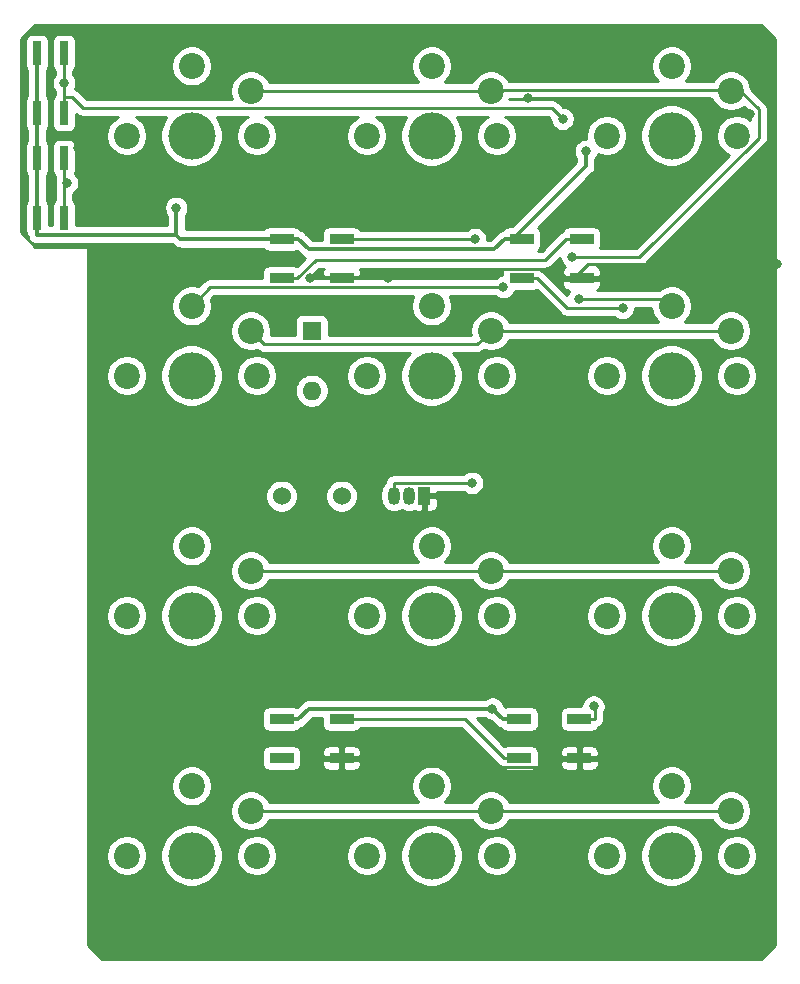
<source format=gtl>
G04 #@! TF.GenerationSoftware,KiCad,Pcbnew,(5.1.5)-3*
G04 #@! TF.CreationDate,2020-09-25T18:16:36+09:00*
G04 #@! TF.ProjectId,righthand,72696768-7468-4616-9e64-2e6b69636164,rev?*
G04 #@! TF.SameCoordinates,Original*
G04 #@! TF.FileFunction,Copper,L1,Top*
G04 #@! TF.FilePolarity,Positive*
%FSLAX46Y46*%
G04 Gerber Fmt 4.6, Leading zero omitted, Abs format (unit mm)*
G04 Created by KiCad (PCBNEW (5.1.5)-3) date 2020-09-25 18:16:36*
%MOMM*%
%LPD*%
G04 APERTURE LIST*
%ADD10C,1.524000*%
%ADD11R,1.050000X1.500000*%
%ADD12O,1.050000X1.500000*%
%ADD13R,0.750000X2.000000*%
%ADD14R,2.000000X0.900000*%
%ADD15C,2.200000*%
%ADD16C,4.000000*%
%ADD17O,1.600000X1.600000*%
%ADD18R,1.600000X1.600000*%
%ADD19C,0.800000*%
%ADD20C,0.250000*%
%ADD21C,0.350000*%
%ADD22C,0.254000*%
G04 APERTURE END LIST*
D10*
X153670000Y-66715000D03*
X148590000Y-66715000D03*
D11*
X160655000Y-66675000D03*
D12*
X158115000Y-66675000D03*
X159385000Y-66675000D03*
D13*
X127889000Y-29210000D03*
X130175000Y-29210000D03*
X130175000Y-34290000D03*
X127889000Y-34290000D03*
X127889000Y-38100000D03*
X130175000Y-38100000D03*
X130175000Y-43180000D03*
X127889000Y-43180000D03*
D14*
X148590000Y-44958000D03*
X148590000Y-48260000D03*
X153670000Y-48260000D03*
X153670000Y-44958000D03*
X168910000Y-44958000D03*
X168910000Y-48260000D03*
X173990000Y-48260000D03*
X173990000Y-44958000D03*
X168725000Y-85598000D03*
X168725000Y-88900000D03*
X173805000Y-88900000D03*
X173805000Y-85598000D03*
X148590000Y-85598000D03*
X148590000Y-88900000D03*
X153670000Y-88900000D03*
X153670000Y-85598000D03*
D15*
X135470000Y-36195000D03*
X146470000Y-36195000D03*
D16*
X140970000Y-36195000D03*
D15*
X145970000Y-32395000D03*
X140970000Y-30295000D03*
X135470000Y-56515000D03*
X146470000Y-56515000D03*
D16*
X140970000Y-56515000D03*
D15*
X145970000Y-52715000D03*
X140970000Y-50615000D03*
X135470000Y-76835000D03*
X146470000Y-76835000D03*
D16*
X140970000Y-76835000D03*
D15*
X145970000Y-73035000D03*
X140970000Y-70935000D03*
X135470000Y-97155000D03*
X146470000Y-97155000D03*
D16*
X140970000Y-97155000D03*
D15*
X145970000Y-93355000D03*
X140970000Y-91255000D03*
X155790000Y-36195000D03*
X166790000Y-36195000D03*
D16*
X161290000Y-36195000D03*
D15*
X166290000Y-32395000D03*
X161290000Y-30295000D03*
X155790000Y-56515000D03*
X166790000Y-56515000D03*
D16*
X161290000Y-56515000D03*
D15*
X166290000Y-52715000D03*
X161290000Y-50615000D03*
X155790000Y-76835000D03*
X166790000Y-76835000D03*
D16*
X161290000Y-76835000D03*
D15*
X166290000Y-73035000D03*
X161290000Y-70935000D03*
X155790000Y-97155000D03*
X166790000Y-97155000D03*
D16*
X161290000Y-97155000D03*
D15*
X166290000Y-93355000D03*
X161290000Y-91255000D03*
X176110000Y-36195000D03*
X187110000Y-36195000D03*
D16*
X181610000Y-36195000D03*
D15*
X186610000Y-32395000D03*
X181610000Y-30295000D03*
X176110000Y-56515000D03*
X187110000Y-56515000D03*
D16*
X181610000Y-56515000D03*
D15*
X186610000Y-52715000D03*
X181610000Y-50615000D03*
X176110000Y-76835000D03*
X187110000Y-76835000D03*
D16*
X181610000Y-76835000D03*
D15*
X186610000Y-73035000D03*
X181610000Y-70935000D03*
X176110000Y-97155000D03*
X187110000Y-97155000D03*
D16*
X181610000Y-97155000D03*
D15*
X186610000Y-93355000D03*
X181610000Y-91255000D03*
D17*
X151130000Y-57785000D03*
D18*
X151130000Y-52705000D03*
D19*
X177470600Y-50800600D03*
X175013800Y-84529200D03*
X174350900Y-37514900D03*
X139674700Y-42316700D03*
X166441300Y-84722700D03*
X164967900Y-44958000D03*
X169462000Y-33052400D03*
X188284300Y-34360300D03*
X157631900Y-48260000D03*
X134058200Y-40371300D03*
X131355200Y-37244500D03*
X190504300Y-47088000D03*
X166953800Y-66675000D03*
X141056600Y-47933100D03*
X138801000Y-47743900D03*
X150989900Y-48260000D03*
X165305700Y-89583000D03*
X173212700Y-46503100D03*
X130416600Y-40209200D03*
X173735900Y-50035300D03*
X167363300Y-49035400D03*
X172392700Y-34780500D03*
X130175000Y-31750000D03*
X164694800Y-65599700D03*
D20*
X172664700Y-44958000D02*
X170928900Y-46693800D01*
X170928900Y-46693800D02*
X151481500Y-46693800D01*
X151481500Y-46693800D02*
X149915300Y-48260000D01*
X148590000Y-48260000D02*
X149915300Y-48260000D01*
X173990000Y-44958000D02*
X172664700Y-44958000D01*
X173805000Y-85598000D02*
X175130300Y-85598000D01*
X175130300Y-85598000D02*
X175130300Y-84645700D01*
X175130300Y-84645700D02*
X175013800Y-84529200D01*
X168910000Y-48260000D02*
X170235300Y-48260000D01*
X177470600Y-50800600D02*
X172775900Y-50800600D01*
X172775900Y-50800600D02*
X170235300Y-48260000D01*
X168725000Y-88900000D02*
X167399700Y-88900000D01*
X153670000Y-85598000D02*
X164097700Y-85598000D01*
X164097700Y-85598000D02*
X167399700Y-88900000D01*
D21*
X168197400Y-44958000D02*
X174350900Y-38804500D01*
X174350900Y-38804500D02*
X174350900Y-37514900D01*
X168197400Y-44958000D02*
X167484700Y-44958000D01*
X168910000Y-44958000D02*
X168197400Y-44958000D01*
X139674700Y-44605300D02*
X139674700Y-42316700D01*
X148590000Y-44958000D02*
X140027400Y-44958000D01*
X140027400Y-44958000D02*
X139674700Y-44605300D01*
X139674700Y-44605300D02*
X127889000Y-44605300D01*
X127889000Y-34290000D02*
X127889000Y-29210000D01*
X127889000Y-38100000D02*
X127889000Y-34290000D01*
X127889000Y-43180000D02*
X127889000Y-38100000D01*
X127889000Y-43892600D02*
X127889000Y-43180000D01*
X127889000Y-43892600D02*
X127889000Y-44605300D01*
X149302700Y-44958000D02*
X148590000Y-44958000D01*
X149302700Y-44958000D02*
X150015300Y-44958000D01*
X167484700Y-44958000D02*
X166609400Y-45833300D01*
X166609400Y-45833300D02*
X150890600Y-45833300D01*
X150890600Y-45833300D02*
X150015300Y-44958000D01*
X150015300Y-85598000D02*
X150890600Y-84722700D01*
X150890600Y-84722700D02*
X166441300Y-84722700D01*
X166441300Y-84722700D02*
X166441300Y-84739600D01*
X166441300Y-84739600D02*
X167299700Y-85598000D01*
X168725000Y-85598000D02*
X167299700Y-85598000D01*
X148590000Y-85598000D02*
X150015300Y-85598000D01*
D20*
X153670000Y-44958000D02*
X164967900Y-44958000D01*
X188284300Y-34360300D02*
X186125700Y-34360300D01*
X186125700Y-34360300D02*
X184817800Y-33052400D01*
X184817800Y-33052400D02*
X169462000Y-33052400D01*
X172664700Y-48260000D02*
X171880100Y-47475400D01*
X171880100Y-47475400D02*
X158416500Y-47475400D01*
X158416500Y-47475400D02*
X157631900Y-48260000D01*
X154332700Y-48260000D02*
X157631900Y-48260000D01*
X153670000Y-48260000D02*
X154332700Y-48260000D01*
X131355200Y-37244500D02*
X131355200Y-37668300D01*
X131355200Y-37668300D02*
X134058200Y-40371300D01*
X160655000Y-66675000D02*
X166953800Y-66675000D01*
X173327400Y-48260000D02*
X174499400Y-47088000D01*
X174499400Y-47088000D02*
X190504300Y-47088000D01*
X173327400Y-48260000D02*
X172664700Y-48260000D01*
X173990000Y-48260000D02*
X173327400Y-48260000D01*
X138801000Y-47743900D02*
X138990200Y-47933100D01*
X138990200Y-47933100D02*
X141056600Y-47933100D01*
X150989900Y-48260000D02*
X153670000Y-48260000D01*
X165305700Y-89583000D02*
X155678300Y-89583000D01*
X155678300Y-89583000D02*
X154995300Y-88900000D01*
X165305700Y-89583000D02*
X165398000Y-89675300D01*
X165398000Y-89675300D02*
X171704400Y-89675300D01*
X171704400Y-89675300D02*
X172479700Y-88900000D01*
X153670000Y-88900000D02*
X154995300Y-88900000D01*
X173805000Y-88900000D02*
X172479700Y-88900000D01*
X145970000Y-73035000D02*
X166290000Y-73035000D01*
X186610000Y-73035000D02*
X166290000Y-73035000D01*
X173212700Y-46503100D02*
X178890200Y-46503100D01*
X178890200Y-46503100D02*
X189009700Y-36383600D01*
X189009700Y-36383600D02*
X189009700Y-33985000D01*
X189009700Y-33985000D02*
X187419700Y-32395000D01*
X187419700Y-32395000D02*
X186610000Y-32395000D01*
X186610000Y-32395000D02*
X186542100Y-32327100D01*
X186542100Y-32327100D02*
X166357900Y-32327100D01*
X166357900Y-32327100D02*
X166290000Y-32395000D01*
X166290000Y-32395000D02*
X145970000Y-32395000D01*
X130175000Y-40209200D02*
X130416600Y-40209200D01*
X130175000Y-43180000D02*
X130175000Y-40209200D01*
X130175000Y-40209200D02*
X130175000Y-38100000D01*
X166290000Y-93355000D02*
X145970000Y-93355000D01*
X186610000Y-93355000D02*
X166290000Y-93355000D01*
X145970000Y-52715000D02*
X147085400Y-53830400D01*
X147085400Y-53830400D02*
X165174600Y-53830400D01*
X165174600Y-53830400D02*
X166290000Y-52715000D01*
X166290000Y-52715000D02*
X186610000Y-52715000D01*
X173735900Y-50035300D02*
X181030300Y-50035300D01*
X181030300Y-50035300D02*
X181610000Y-50615000D01*
X140970000Y-50615000D02*
X142549600Y-49035400D01*
X142549600Y-49035400D02*
X167363300Y-49035400D01*
X172392700Y-34780500D02*
X171481800Y-33869600D01*
X171481800Y-33869600D02*
X131780200Y-33869600D01*
X131780200Y-33869600D02*
X130875300Y-32964700D01*
X130875300Y-32964700D02*
X130175000Y-32964700D01*
X130175000Y-32964700D02*
X130175000Y-31750000D01*
X130175000Y-34290000D02*
X130175000Y-32964700D01*
X130175000Y-31750000D02*
X130175000Y-29210000D01*
X158115000Y-65599700D02*
X164694800Y-65599700D01*
X158115000Y-66675000D02*
X158115000Y-65599700D01*
D22*
G36*
X190373000Y-27992606D02*
G01*
X190373000Y-104722394D01*
X189177394Y-105918000D01*
X133402606Y-105918000D01*
X132207000Y-104722394D01*
X132207000Y-96984117D01*
X133735000Y-96984117D01*
X133735000Y-97325883D01*
X133801675Y-97661081D01*
X133932463Y-97976831D01*
X134122337Y-98260998D01*
X134364002Y-98502663D01*
X134648169Y-98692537D01*
X134963919Y-98823325D01*
X135299117Y-98890000D01*
X135640883Y-98890000D01*
X135976081Y-98823325D01*
X136291831Y-98692537D01*
X136575998Y-98502663D01*
X136817663Y-98260998D01*
X137007537Y-97976831D01*
X137138325Y-97661081D01*
X137205000Y-97325883D01*
X137205000Y-96984117D01*
X137187369Y-96895475D01*
X138335000Y-96895475D01*
X138335000Y-97414525D01*
X138436261Y-97923601D01*
X138634893Y-98403141D01*
X138923262Y-98834715D01*
X139290285Y-99201738D01*
X139721859Y-99490107D01*
X140201399Y-99688739D01*
X140710475Y-99790000D01*
X141229525Y-99790000D01*
X141738601Y-99688739D01*
X142218141Y-99490107D01*
X142649715Y-99201738D01*
X143016738Y-98834715D01*
X143305107Y-98403141D01*
X143503739Y-97923601D01*
X143605000Y-97414525D01*
X143605000Y-96984117D01*
X144735000Y-96984117D01*
X144735000Y-97325883D01*
X144801675Y-97661081D01*
X144932463Y-97976831D01*
X145122337Y-98260998D01*
X145364002Y-98502663D01*
X145648169Y-98692537D01*
X145963919Y-98823325D01*
X146299117Y-98890000D01*
X146640883Y-98890000D01*
X146976081Y-98823325D01*
X147291831Y-98692537D01*
X147575998Y-98502663D01*
X147817663Y-98260998D01*
X148007537Y-97976831D01*
X148138325Y-97661081D01*
X148205000Y-97325883D01*
X148205000Y-96984117D01*
X154055000Y-96984117D01*
X154055000Y-97325883D01*
X154121675Y-97661081D01*
X154252463Y-97976831D01*
X154442337Y-98260998D01*
X154684002Y-98502663D01*
X154968169Y-98692537D01*
X155283919Y-98823325D01*
X155619117Y-98890000D01*
X155960883Y-98890000D01*
X156296081Y-98823325D01*
X156611831Y-98692537D01*
X156895998Y-98502663D01*
X157137663Y-98260998D01*
X157327537Y-97976831D01*
X157458325Y-97661081D01*
X157525000Y-97325883D01*
X157525000Y-96984117D01*
X157507369Y-96895475D01*
X158655000Y-96895475D01*
X158655000Y-97414525D01*
X158756261Y-97923601D01*
X158954893Y-98403141D01*
X159243262Y-98834715D01*
X159610285Y-99201738D01*
X160041859Y-99490107D01*
X160521399Y-99688739D01*
X161030475Y-99790000D01*
X161549525Y-99790000D01*
X162058601Y-99688739D01*
X162538141Y-99490107D01*
X162969715Y-99201738D01*
X163336738Y-98834715D01*
X163625107Y-98403141D01*
X163823739Y-97923601D01*
X163925000Y-97414525D01*
X163925000Y-96984117D01*
X165055000Y-96984117D01*
X165055000Y-97325883D01*
X165121675Y-97661081D01*
X165252463Y-97976831D01*
X165442337Y-98260998D01*
X165684002Y-98502663D01*
X165968169Y-98692537D01*
X166283919Y-98823325D01*
X166619117Y-98890000D01*
X166960883Y-98890000D01*
X167296081Y-98823325D01*
X167611831Y-98692537D01*
X167895998Y-98502663D01*
X168137663Y-98260998D01*
X168327537Y-97976831D01*
X168458325Y-97661081D01*
X168525000Y-97325883D01*
X168525000Y-96984117D01*
X174375000Y-96984117D01*
X174375000Y-97325883D01*
X174441675Y-97661081D01*
X174572463Y-97976831D01*
X174762337Y-98260998D01*
X175004002Y-98502663D01*
X175288169Y-98692537D01*
X175603919Y-98823325D01*
X175939117Y-98890000D01*
X176280883Y-98890000D01*
X176616081Y-98823325D01*
X176931831Y-98692537D01*
X177215998Y-98502663D01*
X177457663Y-98260998D01*
X177647537Y-97976831D01*
X177778325Y-97661081D01*
X177845000Y-97325883D01*
X177845000Y-96984117D01*
X177827369Y-96895475D01*
X178975000Y-96895475D01*
X178975000Y-97414525D01*
X179076261Y-97923601D01*
X179274893Y-98403141D01*
X179563262Y-98834715D01*
X179930285Y-99201738D01*
X180361859Y-99490107D01*
X180841399Y-99688739D01*
X181350475Y-99790000D01*
X181869525Y-99790000D01*
X182378601Y-99688739D01*
X182858141Y-99490107D01*
X183289715Y-99201738D01*
X183656738Y-98834715D01*
X183945107Y-98403141D01*
X184143739Y-97923601D01*
X184245000Y-97414525D01*
X184245000Y-96984117D01*
X185375000Y-96984117D01*
X185375000Y-97325883D01*
X185441675Y-97661081D01*
X185572463Y-97976831D01*
X185762337Y-98260998D01*
X186004002Y-98502663D01*
X186288169Y-98692537D01*
X186603919Y-98823325D01*
X186939117Y-98890000D01*
X187280883Y-98890000D01*
X187616081Y-98823325D01*
X187931831Y-98692537D01*
X188215998Y-98502663D01*
X188457663Y-98260998D01*
X188647537Y-97976831D01*
X188778325Y-97661081D01*
X188845000Y-97325883D01*
X188845000Y-96984117D01*
X188778325Y-96648919D01*
X188647537Y-96333169D01*
X188457663Y-96049002D01*
X188215998Y-95807337D01*
X187931831Y-95617463D01*
X187616081Y-95486675D01*
X187280883Y-95420000D01*
X186939117Y-95420000D01*
X186603919Y-95486675D01*
X186288169Y-95617463D01*
X186004002Y-95807337D01*
X185762337Y-96049002D01*
X185572463Y-96333169D01*
X185441675Y-96648919D01*
X185375000Y-96984117D01*
X184245000Y-96984117D01*
X184245000Y-96895475D01*
X184143739Y-96386399D01*
X183945107Y-95906859D01*
X183656738Y-95475285D01*
X183289715Y-95108262D01*
X182858141Y-94819893D01*
X182378601Y-94621261D01*
X181869525Y-94520000D01*
X181350475Y-94520000D01*
X180841399Y-94621261D01*
X180361859Y-94819893D01*
X179930285Y-95108262D01*
X179563262Y-95475285D01*
X179274893Y-95906859D01*
X179076261Y-96386399D01*
X178975000Y-96895475D01*
X177827369Y-96895475D01*
X177778325Y-96648919D01*
X177647537Y-96333169D01*
X177457663Y-96049002D01*
X177215998Y-95807337D01*
X176931831Y-95617463D01*
X176616081Y-95486675D01*
X176280883Y-95420000D01*
X175939117Y-95420000D01*
X175603919Y-95486675D01*
X175288169Y-95617463D01*
X175004002Y-95807337D01*
X174762337Y-96049002D01*
X174572463Y-96333169D01*
X174441675Y-96648919D01*
X174375000Y-96984117D01*
X168525000Y-96984117D01*
X168458325Y-96648919D01*
X168327537Y-96333169D01*
X168137663Y-96049002D01*
X167895998Y-95807337D01*
X167611831Y-95617463D01*
X167296081Y-95486675D01*
X166960883Y-95420000D01*
X166619117Y-95420000D01*
X166283919Y-95486675D01*
X165968169Y-95617463D01*
X165684002Y-95807337D01*
X165442337Y-96049002D01*
X165252463Y-96333169D01*
X165121675Y-96648919D01*
X165055000Y-96984117D01*
X163925000Y-96984117D01*
X163925000Y-96895475D01*
X163823739Y-96386399D01*
X163625107Y-95906859D01*
X163336738Y-95475285D01*
X162969715Y-95108262D01*
X162538141Y-94819893D01*
X162058601Y-94621261D01*
X161549525Y-94520000D01*
X161030475Y-94520000D01*
X160521399Y-94621261D01*
X160041859Y-94819893D01*
X159610285Y-95108262D01*
X159243262Y-95475285D01*
X158954893Y-95906859D01*
X158756261Y-96386399D01*
X158655000Y-96895475D01*
X157507369Y-96895475D01*
X157458325Y-96648919D01*
X157327537Y-96333169D01*
X157137663Y-96049002D01*
X156895998Y-95807337D01*
X156611831Y-95617463D01*
X156296081Y-95486675D01*
X155960883Y-95420000D01*
X155619117Y-95420000D01*
X155283919Y-95486675D01*
X154968169Y-95617463D01*
X154684002Y-95807337D01*
X154442337Y-96049002D01*
X154252463Y-96333169D01*
X154121675Y-96648919D01*
X154055000Y-96984117D01*
X148205000Y-96984117D01*
X148138325Y-96648919D01*
X148007537Y-96333169D01*
X147817663Y-96049002D01*
X147575998Y-95807337D01*
X147291831Y-95617463D01*
X146976081Y-95486675D01*
X146640883Y-95420000D01*
X146299117Y-95420000D01*
X145963919Y-95486675D01*
X145648169Y-95617463D01*
X145364002Y-95807337D01*
X145122337Y-96049002D01*
X144932463Y-96333169D01*
X144801675Y-96648919D01*
X144735000Y-96984117D01*
X143605000Y-96984117D01*
X143605000Y-96895475D01*
X143503739Y-96386399D01*
X143305107Y-95906859D01*
X143016738Y-95475285D01*
X142649715Y-95108262D01*
X142218141Y-94819893D01*
X141738601Y-94621261D01*
X141229525Y-94520000D01*
X140710475Y-94520000D01*
X140201399Y-94621261D01*
X139721859Y-94819893D01*
X139290285Y-95108262D01*
X138923262Y-95475285D01*
X138634893Y-95906859D01*
X138436261Y-96386399D01*
X138335000Y-96895475D01*
X137187369Y-96895475D01*
X137138325Y-96648919D01*
X137007537Y-96333169D01*
X136817663Y-96049002D01*
X136575998Y-95807337D01*
X136291831Y-95617463D01*
X135976081Y-95486675D01*
X135640883Y-95420000D01*
X135299117Y-95420000D01*
X134963919Y-95486675D01*
X134648169Y-95617463D01*
X134364002Y-95807337D01*
X134122337Y-96049002D01*
X133932463Y-96333169D01*
X133801675Y-96648919D01*
X133735000Y-96984117D01*
X132207000Y-96984117D01*
X132207000Y-93184117D01*
X144235000Y-93184117D01*
X144235000Y-93525883D01*
X144301675Y-93861081D01*
X144432463Y-94176831D01*
X144622337Y-94460998D01*
X144864002Y-94702663D01*
X145148169Y-94892537D01*
X145463919Y-95023325D01*
X145799117Y-95090000D01*
X146140883Y-95090000D01*
X146476081Y-95023325D01*
X146791831Y-94892537D01*
X147075998Y-94702663D01*
X147317663Y-94460998D01*
X147507537Y-94176831D01*
X147533148Y-94115000D01*
X164726852Y-94115000D01*
X164752463Y-94176831D01*
X164942337Y-94460998D01*
X165184002Y-94702663D01*
X165468169Y-94892537D01*
X165783919Y-95023325D01*
X166119117Y-95090000D01*
X166460883Y-95090000D01*
X166796081Y-95023325D01*
X167111831Y-94892537D01*
X167395998Y-94702663D01*
X167637663Y-94460998D01*
X167827537Y-94176831D01*
X167853148Y-94115000D01*
X185046852Y-94115000D01*
X185072463Y-94176831D01*
X185262337Y-94460998D01*
X185504002Y-94702663D01*
X185788169Y-94892537D01*
X186103919Y-95023325D01*
X186439117Y-95090000D01*
X186780883Y-95090000D01*
X187116081Y-95023325D01*
X187431831Y-94892537D01*
X187715998Y-94702663D01*
X187957663Y-94460998D01*
X188147537Y-94176831D01*
X188278325Y-93861081D01*
X188345000Y-93525883D01*
X188345000Y-93184117D01*
X188278325Y-92848919D01*
X188147537Y-92533169D01*
X187957663Y-92249002D01*
X187715998Y-92007337D01*
X187431831Y-91817463D01*
X187116081Y-91686675D01*
X186780883Y-91620000D01*
X186439117Y-91620000D01*
X186103919Y-91686675D01*
X185788169Y-91817463D01*
X185504002Y-92007337D01*
X185262337Y-92249002D01*
X185072463Y-92533169D01*
X185046852Y-92595000D01*
X182723661Y-92595000D01*
X182957663Y-92360998D01*
X183147537Y-92076831D01*
X183278325Y-91761081D01*
X183345000Y-91425883D01*
X183345000Y-91084117D01*
X183278325Y-90748919D01*
X183147537Y-90433169D01*
X182957663Y-90149002D01*
X182715998Y-89907337D01*
X182431831Y-89717463D01*
X182116081Y-89586675D01*
X181780883Y-89520000D01*
X181439117Y-89520000D01*
X181103919Y-89586675D01*
X180788169Y-89717463D01*
X180504002Y-89907337D01*
X180262337Y-90149002D01*
X180072463Y-90433169D01*
X179941675Y-90748919D01*
X179875000Y-91084117D01*
X179875000Y-91425883D01*
X179941675Y-91761081D01*
X180072463Y-92076831D01*
X180262337Y-92360998D01*
X180496339Y-92595000D01*
X167853148Y-92595000D01*
X167827537Y-92533169D01*
X167637663Y-92249002D01*
X167395998Y-92007337D01*
X167111831Y-91817463D01*
X166796081Y-91686675D01*
X166460883Y-91620000D01*
X166119117Y-91620000D01*
X165783919Y-91686675D01*
X165468169Y-91817463D01*
X165184002Y-92007337D01*
X164942337Y-92249002D01*
X164752463Y-92533169D01*
X164726852Y-92595000D01*
X162403661Y-92595000D01*
X162637663Y-92360998D01*
X162827537Y-92076831D01*
X162958325Y-91761081D01*
X163025000Y-91425883D01*
X163025000Y-91084117D01*
X162958325Y-90748919D01*
X162827537Y-90433169D01*
X162637663Y-90149002D01*
X162395998Y-89907337D01*
X162111831Y-89717463D01*
X161796081Y-89586675D01*
X161460883Y-89520000D01*
X161119117Y-89520000D01*
X160783919Y-89586675D01*
X160468169Y-89717463D01*
X160184002Y-89907337D01*
X159942337Y-90149002D01*
X159752463Y-90433169D01*
X159621675Y-90748919D01*
X159555000Y-91084117D01*
X159555000Y-91425883D01*
X159621675Y-91761081D01*
X159752463Y-92076831D01*
X159942337Y-92360998D01*
X160176339Y-92595000D01*
X147533148Y-92595000D01*
X147507537Y-92533169D01*
X147317663Y-92249002D01*
X147075998Y-92007337D01*
X146791831Y-91817463D01*
X146476081Y-91686675D01*
X146140883Y-91620000D01*
X145799117Y-91620000D01*
X145463919Y-91686675D01*
X145148169Y-91817463D01*
X144864002Y-92007337D01*
X144622337Y-92249002D01*
X144432463Y-92533169D01*
X144301675Y-92848919D01*
X144235000Y-93184117D01*
X132207000Y-93184117D01*
X132207000Y-91084117D01*
X139235000Y-91084117D01*
X139235000Y-91425883D01*
X139301675Y-91761081D01*
X139432463Y-92076831D01*
X139622337Y-92360998D01*
X139864002Y-92602663D01*
X140148169Y-92792537D01*
X140463919Y-92923325D01*
X140799117Y-92990000D01*
X141140883Y-92990000D01*
X141476081Y-92923325D01*
X141791831Y-92792537D01*
X142075998Y-92602663D01*
X142317663Y-92360998D01*
X142507537Y-92076831D01*
X142638325Y-91761081D01*
X142705000Y-91425883D01*
X142705000Y-91084117D01*
X142638325Y-90748919D01*
X142507537Y-90433169D01*
X142317663Y-90149002D01*
X142075998Y-89907337D01*
X141791831Y-89717463D01*
X141476081Y-89586675D01*
X141140883Y-89520000D01*
X140799117Y-89520000D01*
X140463919Y-89586675D01*
X140148169Y-89717463D01*
X139864002Y-89907337D01*
X139622337Y-90149002D01*
X139432463Y-90433169D01*
X139301675Y-90748919D01*
X139235000Y-91084117D01*
X132207000Y-91084117D01*
X132207000Y-88450000D01*
X146951928Y-88450000D01*
X146951928Y-89350000D01*
X146964188Y-89474482D01*
X147000498Y-89594180D01*
X147059463Y-89704494D01*
X147138815Y-89801185D01*
X147235506Y-89880537D01*
X147345820Y-89939502D01*
X147465518Y-89975812D01*
X147590000Y-89988072D01*
X149590000Y-89988072D01*
X149714482Y-89975812D01*
X149834180Y-89939502D01*
X149944494Y-89880537D01*
X150041185Y-89801185D01*
X150120537Y-89704494D01*
X150179502Y-89594180D01*
X150215812Y-89474482D01*
X150228072Y-89350000D01*
X152031928Y-89350000D01*
X152044188Y-89474482D01*
X152080498Y-89594180D01*
X152139463Y-89704494D01*
X152218815Y-89801185D01*
X152315506Y-89880537D01*
X152425820Y-89939502D01*
X152545518Y-89975812D01*
X152670000Y-89988072D01*
X153384250Y-89985000D01*
X153543000Y-89826250D01*
X153543000Y-89027000D01*
X153797000Y-89027000D01*
X153797000Y-89826250D01*
X153955750Y-89985000D01*
X154670000Y-89988072D01*
X154794482Y-89975812D01*
X154914180Y-89939502D01*
X155024494Y-89880537D01*
X155121185Y-89801185D01*
X155200537Y-89704494D01*
X155259502Y-89594180D01*
X155295812Y-89474482D01*
X155308072Y-89350000D01*
X155305000Y-89185750D01*
X155146250Y-89027000D01*
X153797000Y-89027000D01*
X153543000Y-89027000D01*
X152193750Y-89027000D01*
X152035000Y-89185750D01*
X152031928Y-89350000D01*
X150228072Y-89350000D01*
X150228072Y-88450000D01*
X152031928Y-88450000D01*
X152035000Y-88614250D01*
X152193750Y-88773000D01*
X153543000Y-88773000D01*
X153543000Y-87973750D01*
X153797000Y-87973750D01*
X153797000Y-88773000D01*
X155146250Y-88773000D01*
X155305000Y-88614250D01*
X155308072Y-88450000D01*
X155295812Y-88325518D01*
X155259502Y-88205820D01*
X155200537Y-88095506D01*
X155121185Y-87998815D01*
X155024494Y-87919463D01*
X154914180Y-87860498D01*
X154794482Y-87824188D01*
X154670000Y-87811928D01*
X153955750Y-87815000D01*
X153797000Y-87973750D01*
X153543000Y-87973750D01*
X153384250Y-87815000D01*
X152670000Y-87811928D01*
X152545518Y-87824188D01*
X152425820Y-87860498D01*
X152315506Y-87919463D01*
X152218815Y-87998815D01*
X152139463Y-88095506D01*
X152080498Y-88205820D01*
X152044188Y-88325518D01*
X152031928Y-88450000D01*
X150228072Y-88450000D01*
X150215812Y-88325518D01*
X150179502Y-88205820D01*
X150120537Y-88095506D01*
X150041185Y-87998815D01*
X149944494Y-87919463D01*
X149834180Y-87860498D01*
X149714482Y-87824188D01*
X149590000Y-87811928D01*
X147590000Y-87811928D01*
X147465518Y-87824188D01*
X147345820Y-87860498D01*
X147235506Y-87919463D01*
X147138815Y-87998815D01*
X147059463Y-88095506D01*
X147000498Y-88205820D01*
X146964188Y-88325518D01*
X146951928Y-88450000D01*
X132207000Y-88450000D01*
X132207000Y-85148000D01*
X146951928Y-85148000D01*
X146951928Y-86048000D01*
X146964188Y-86172482D01*
X147000498Y-86292180D01*
X147059463Y-86402494D01*
X147138815Y-86499185D01*
X147235506Y-86578537D01*
X147345820Y-86637502D01*
X147465518Y-86673812D01*
X147590000Y-86686072D01*
X149590000Y-86686072D01*
X149714482Y-86673812D01*
X149834180Y-86637502D01*
X149944494Y-86578537D01*
X150041185Y-86499185D01*
X150120537Y-86402494D01*
X150121067Y-86401502D01*
X150174088Y-86396280D01*
X150326773Y-86349963D01*
X150467489Y-86274749D01*
X150590828Y-86173528D01*
X150616199Y-86142613D01*
X151226113Y-85532700D01*
X152031928Y-85532700D01*
X152031928Y-86048000D01*
X152044188Y-86172482D01*
X152080498Y-86292180D01*
X152139463Y-86402494D01*
X152218815Y-86499185D01*
X152315506Y-86578537D01*
X152425820Y-86637502D01*
X152545518Y-86673812D01*
X152670000Y-86686072D01*
X154670000Y-86686072D01*
X154794482Y-86673812D01*
X154914180Y-86637502D01*
X155024494Y-86578537D01*
X155121185Y-86499185D01*
X155200537Y-86402494D01*
X155224320Y-86358000D01*
X163782899Y-86358000D01*
X166835901Y-89411003D01*
X166859699Y-89440001D01*
X166975424Y-89534974D01*
X167107453Y-89605546D01*
X167148176Y-89617899D01*
X167194463Y-89704494D01*
X167273815Y-89801185D01*
X167370506Y-89880537D01*
X167480820Y-89939502D01*
X167600518Y-89975812D01*
X167725000Y-89988072D01*
X169725000Y-89988072D01*
X169849482Y-89975812D01*
X169969180Y-89939502D01*
X170079494Y-89880537D01*
X170176185Y-89801185D01*
X170255537Y-89704494D01*
X170314502Y-89594180D01*
X170350812Y-89474482D01*
X170363072Y-89350000D01*
X172166928Y-89350000D01*
X172179188Y-89474482D01*
X172215498Y-89594180D01*
X172274463Y-89704494D01*
X172353815Y-89801185D01*
X172450506Y-89880537D01*
X172560820Y-89939502D01*
X172680518Y-89975812D01*
X172805000Y-89988072D01*
X173519250Y-89985000D01*
X173678000Y-89826250D01*
X173678000Y-89027000D01*
X173932000Y-89027000D01*
X173932000Y-89826250D01*
X174090750Y-89985000D01*
X174805000Y-89988072D01*
X174929482Y-89975812D01*
X175049180Y-89939502D01*
X175159494Y-89880537D01*
X175256185Y-89801185D01*
X175335537Y-89704494D01*
X175394502Y-89594180D01*
X175430812Y-89474482D01*
X175443072Y-89350000D01*
X175440000Y-89185750D01*
X175281250Y-89027000D01*
X173932000Y-89027000D01*
X173678000Y-89027000D01*
X172328750Y-89027000D01*
X172170000Y-89185750D01*
X172166928Y-89350000D01*
X170363072Y-89350000D01*
X170363072Y-88450000D01*
X172166928Y-88450000D01*
X172170000Y-88614250D01*
X172328750Y-88773000D01*
X173678000Y-88773000D01*
X173678000Y-87973750D01*
X173932000Y-87973750D01*
X173932000Y-88773000D01*
X175281250Y-88773000D01*
X175440000Y-88614250D01*
X175443072Y-88450000D01*
X175430812Y-88325518D01*
X175394502Y-88205820D01*
X175335537Y-88095506D01*
X175256185Y-87998815D01*
X175159494Y-87919463D01*
X175049180Y-87860498D01*
X174929482Y-87824188D01*
X174805000Y-87811928D01*
X174090750Y-87815000D01*
X173932000Y-87973750D01*
X173678000Y-87973750D01*
X173519250Y-87815000D01*
X172805000Y-87811928D01*
X172680518Y-87824188D01*
X172560820Y-87860498D01*
X172450506Y-87919463D01*
X172353815Y-87998815D01*
X172274463Y-88095506D01*
X172215498Y-88205820D01*
X172179188Y-88325518D01*
X172166928Y-88450000D01*
X170363072Y-88450000D01*
X170350812Y-88325518D01*
X170314502Y-88205820D01*
X170255537Y-88095506D01*
X170176185Y-87998815D01*
X170079494Y-87919463D01*
X169969180Y-87860498D01*
X169849482Y-87824188D01*
X169725000Y-87811928D01*
X167725000Y-87811928D01*
X167600518Y-87824188D01*
X167480820Y-87860498D01*
X167450960Y-87876459D01*
X165107201Y-85532700D01*
X165790600Y-85532700D01*
X165951044Y-85639905D01*
X166139402Y-85717926D01*
X166307562Y-85751375D01*
X166698805Y-86142618D01*
X166724172Y-86173528D01*
X166755080Y-86198893D01*
X166847510Y-86274749D01*
X166922724Y-86314951D01*
X166988227Y-86349963D01*
X167140912Y-86396280D01*
X167193933Y-86401502D01*
X167194463Y-86402494D01*
X167273815Y-86499185D01*
X167370506Y-86578537D01*
X167480820Y-86637502D01*
X167600518Y-86673812D01*
X167725000Y-86686072D01*
X169725000Y-86686072D01*
X169849482Y-86673812D01*
X169969180Y-86637502D01*
X170079494Y-86578537D01*
X170176185Y-86499185D01*
X170255537Y-86402494D01*
X170314502Y-86292180D01*
X170350812Y-86172482D01*
X170363072Y-86048000D01*
X170363072Y-85148000D01*
X172166928Y-85148000D01*
X172166928Y-86048000D01*
X172179188Y-86172482D01*
X172215498Y-86292180D01*
X172274463Y-86402494D01*
X172353815Y-86499185D01*
X172450506Y-86578537D01*
X172560820Y-86637502D01*
X172680518Y-86673812D01*
X172805000Y-86686072D01*
X174805000Y-86686072D01*
X174929482Y-86673812D01*
X175049180Y-86637502D01*
X175159494Y-86578537D01*
X175256185Y-86499185D01*
X175335537Y-86402494D01*
X175381824Y-86315899D01*
X175422547Y-86303546D01*
X175554576Y-86232974D01*
X175670301Y-86138001D01*
X175765274Y-86022276D01*
X175835846Y-85890247D01*
X175879303Y-85746986D01*
X175893977Y-85598000D01*
X175890300Y-85560667D01*
X175890300Y-85080376D01*
X175931005Y-85019456D01*
X176009026Y-84831098D01*
X176048800Y-84631139D01*
X176048800Y-84427261D01*
X176009026Y-84227302D01*
X175931005Y-84038944D01*
X175817737Y-83869426D01*
X175673574Y-83725263D01*
X175504056Y-83611995D01*
X175315698Y-83533974D01*
X175115739Y-83494200D01*
X174911861Y-83494200D01*
X174711902Y-83533974D01*
X174523544Y-83611995D01*
X174354026Y-83725263D01*
X174209863Y-83869426D01*
X174096595Y-84038944D01*
X174018574Y-84227302D01*
X173978800Y-84427261D01*
X173978800Y-84509928D01*
X172805000Y-84509928D01*
X172680518Y-84522188D01*
X172560820Y-84558498D01*
X172450506Y-84617463D01*
X172353815Y-84696815D01*
X172274463Y-84793506D01*
X172215498Y-84903820D01*
X172179188Y-85023518D01*
X172166928Y-85148000D01*
X170363072Y-85148000D01*
X170350812Y-85023518D01*
X170314502Y-84903820D01*
X170255537Y-84793506D01*
X170176185Y-84696815D01*
X170079494Y-84617463D01*
X169969180Y-84558498D01*
X169849482Y-84522188D01*
X169725000Y-84509928D01*
X167725000Y-84509928D01*
X167600518Y-84522188D01*
X167480820Y-84558498D01*
X167465540Y-84566666D01*
X167436526Y-84420802D01*
X167358505Y-84232444D01*
X167245237Y-84062926D01*
X167101074Y-83918763D01*
X166931556Y-83805495D01*
X166743198Y-83727474D01*
X166543239Y-83687700D01*
X166339361Y-83687700D01*
X166139402Y-83727474D01*
X165951044Y-83805495D01*
X165790600Y-83912700D01*
X150930387Y-83912700D01*
X150890599Y-83908781D01*
X150850811Y-83912700D01*
X150850809Y-83912700D01*
X150731812Y-83924420D01*
X150579127Y-83970737D01*
X150544587Y-83989199D01*
X150438410Y-84045951D01*
X150382810Y-84091581D01*
X150315072Y-84147172D01*
X150289705Y-84178082D01*
X149883127Y-84584661D01*
X149834180Y-84558498D01*
X149714482Y-84522188D01*
X149590000Y-84509928D01*
X147590000Y-84509928D01*
X147465518Y-84522188D01*
X147345820Y-84558498D01*
X147235506Y-84617463D01*
X147138815Y-84696815D01*
X147059463Y-84793506D01*
X147000498Y-84903820D01*
X146964188Y-85023518D01*
X146951928Y-85148000D01*
X132207000Y-85148000D01*
X132207000Y-76664117D01*
X133735000Y-76664117D01*
X133735000Y-77005883D01*
X133801675Y-77341081D01*
X133932463Y-77656831D01*
X134122337Y-77940998D01*
X134364002Y-78182663D01*
X134648169Y-78372537D01*
X134963919Y-78503325D01*
X135299117Y-78570000D01*
X135640883Y-78570000D01*
X135976081Y-78503325D01*
X136291831Y-78372537D01*
X136575998Y-78182663D01*
X136817663Y-77940998D01*
X137007537Y-77656831D01*
X137138325Y-77341081D01*
X137205000Y-77005883D01*
X137205000Y-76664117D01*
X137187369Y-76575475D01*
X138335000Y-76575475D01*
X138335000Y-77094525D01*
X138436261Y-77603601D01*
X138634893Y-78083141D01*
X138923262Y-78514715D01*
X139290285Y-78881738D01*
X139721859Y-79170107D01*
X140201399Y-79368739D01*
X140710475Y-79470000D01*
X141229525Y-79470000D01*
X141738601Y-79368739D01*
X142218141Y-79170107D01*
X142649715Y-78881738D01*
X143016738Y-78514715D01*
X143305107Y-78083141D01*
X143503739Y-77603601D01*
X143605000Y-77094525D01*
X143605000Y-76664117D01*
X144735000Y-76664117D01*
X144735000Y-77005883D01*
X144801675Y-77341081D01*
X144932463Y-77656831D01*
X145122337Y-77940998D01*
X145364002Y-78182663D01*
X145648169Y-78372537D01*
X145963919Y-78503325D01*
X146299117Y-78570000D01*
X146640883Y-78570000D01*
X146976081Y-78503325D01*
X147291831Y-78372537D01*
X147575998Y-78182663D01*
X147817663Y-77940998D01*
X148007537Y-77656831D01*
X148138325Y-77341081D01*
X148205000Y-77005883D01*
X148205000Y-76664117D01*
X154055000Y-76664117D01*
X154055000Y-77005883D01*
X154121675Y-77341081D01*
X154252463Y-77656831D01*
X154442337Y-77940998D01*
X154684002Y-78182663D01*
X154968169Y-78372537D01*
X155283919Y-78503325D01*
X155619117Y-78570000D01*
X155960883Y-78570000D01*
X156296081Y-78503325D01*
X156611831Y-78372537D01*
X156895998Y-78182663D01*
X157137663Y-77940998D01*
X157327537Y-77656831D01*
X157458325Y-77341081D01*
X157525000Y-77005883D01*
X157525000Y-76664117D01*
X157507369Y-76575475D01*
X158655000Y-76575475D01*
X158655000Y-77094525D01*
X158756261Y-77603601D01*
X158954893Y-78083141D01*
X159243262Y-78514715D01*
X159610285Y-78881738D01*
X160041859Y-79170107D01*
X160521399Y-79368739D01*
X161030475Y-79470000D01*
X161549525Y-79470000D01*
X162058601Y-79368739D01*
X162538141Y-79170107D01*
X162969715Y-78881738D01*
X163336738Y-78514715D01*
X163625107Y-78083141D01*
X163823739Y-77603601D01*
X163925000Y-77094525D01*
X163925000Y-76664117D01*
X165055000Y-76664117D01*
X165055000Y-77005883D01*
X165121675Y-77341081D01*
X165252463Y-77656831D01*
X165442337Y-77940998D01*
X165684002Y-78182663D01*
X165968169Y-78372537D01*
X166283919Y-78503325D01*
X166619117Y-78570000D01*
X166960883Y-78570000D01*
X167296081Y-78503325D01*
X167611831Y-78372537D01*
X167895998Y-78182663D01*
X168137663Y-77940998D01*
X168327537Y-77656831D01*
X168458325Y-77341081D01*
X168525000Y-77005883D01*
X168525000Y-76664117D01*
X174375000Y-76664117D01*
X174375000Y-77005883D01*
X174441675Y-77341081D01*
X174572463Y-77656831D01*
X174762337Y-77940998D01*
X175004002Y-78182663D01*
X175288169Y-78372537D01*
X175603919Y-78503325D01*
X175939117Y-78570000D01*
X176280883Y-78570000D01*
X176616081Y-78503325D01*
X176931831Y-78372537D01*
X177215998Y-78182663D01*
X177457663Y-77940998D01*
X177647537Y-77656831D01*
X177778325Y-77341081D01*
X177845000Y-77005883D01*
X177845000Y-76664117D01*
X177827369Y-76575475D01*
X178975000Y-76575475D01*
X178975000Y-77094525D01*
X179076261Y-77603601D01*
X179274893Y-78083141D01*
X179563262Y-78514715D01*
X179930285Y-78881738D01*
X180361859Y-79170107D01*
X180841399Y-79368739D01*
X181350475Y-79470000D01*
X181869525Y-79470000D01*
X182378601Y-79368739D01*
X182858141Y-79170107D01*
X183289715Y-78881738D01*
X183656738Y-78514715D01*
X183945107Y-78083141D01*
X184143739Y-77603601D01*
X184245000Y-77094525D01*
X184245000Y-76664117D01*
X185375000Y-76664117D01*
X185375000Y-77005883D01*
X185441675Y-77341081D01*
X185572463Y-77656831D01*
X185762337Y-77940998D01*
X186004002Y-78182663D01*
X186288169Y-78372537D01*
X186603919Y-78503325D01*
X186939117Y-78570000D01*
X187280883Y-78570000D01*
X187616081Y-78503325D01*
X187931831Y-78372537D01*
X188215998Y-78182663D01*
X188457663Y-77940998D01*
X188647537Y-77656831D01*
X188778325Y-77341081D01*
X188845000Y-77005883D01*
X188845000Y-76664117D01*
X188778325Y-76328919D01*
X188647537Y-76013169D01*
X188457663Y-75729002D01*
X188215998Y-75487337D01*
X187931831Y-75297463D01*
X187616081Y-75166675D01*
X187280883Y-75100000D01*
X186939117Y-75100000D01*
X186603919Y-75166675D01*
X186288169Y-75297463D01*
X186004002Y-75487337D01*
X185762337Y-75729002D01*
X185572463Y-76013169D01*
X185441675Y-76328919D01*
X185375000Y-76664117D01*
X184245000Y-76664117D01*
X184245000Y-76575475D01*
X184143739Y-76066399D01*
X183945107Y-75586859D01*
X183656738Y-75155285D01*
X183289715Y-74788262D01*
X182858141Y-74499893D01*
X182378601Y-74301261D01*
X181869525Y-74200000D01*
X181350475Y-74200000D01*
X180841399Y-74301261D01*
X180361859Y-74499893D01*
X179930285Y-74788262D01*
X179563262Y-75155285D01*
X179274893Y-75586859D01*
X179076261Y-76066399D01*
X178975000Y-76575475D01*
X177827369Y-76575475D01*
X177778325Y-76328919D01*
X177647537Y-76013169D01*
X177457663Y-75729002D01*
X177215998Y-75487337D01*
X176931831Y-75297463D01*
X176616081Y-75166675D01*
X176280883Y-75100000D01*
X175939117Y-75100000D01*
X175603919Y-75166675D01*
X175288169Y-75297463D01*
X175004002Y-75487337D01*
X174762337Y-75729002D01*
X174572463Y-76013169D01*
X174441675Y-76328919D01*
X174375000Y-76664117D01*
X168525000Y-76664117D01*
X168458325Y-76328919D01*
X168327537Y-76013169D01*
X168137663Y-75729002D01*
X167895998Y-75487337D01*
X167611831Y-75297463D01*
X167296081Y-75166675D01*
X166960883Y-75100000D01*
X166619117Y-75100000D01*
X166283919Y-75166675D01*
X165968169Y-75297463D01*
X165684002Y-75487337D01*
X165442337Y-75729002D01*
X165252463Y-76013169D01*
X165121675Y-76328919D01*
X165055000Y-76664117D01*
X163925000Y-76664117D01*
X163925000Y-76575475D01*
X163823739Y-76066399D01*
X163625107Y-75586859D01*
X163336738Y-75155285D01*
X162969715Y-74788262D01*
X162538141Y-74499893D01*
X162058601Y-74301261D01*
X161549525Y-74200000D01*
X161030475Y-74200000D01*
X160521399Y-74301261D01*
X160041859Y-74499893D01*
X159610285Y-74788262D01*
X159243262Y-75155285D01*
X158954893Y-75586859D01*
X158756261Y-76066399D01*
X158655000Y-76575475D01*
X157507369Y-76575475D01*
X157458325Y-76328919D01*
X157327537Y-76013169D01*
X157137663Y-75729002D01*
X156895998Y-75487337D01*
X156611831Y-75297463D01*
X156296081Y-75166675D01*
X155960883Y-75100000D01*
X155619117Y-75100000D01*
X155283919Y-75166675D01*
X154968169Y-75297463D01*
X154684002Y-75487337D01*
X154442337Y-75729002D01*
X154252463Y-76013169D01*
X154121675Y-76328919D01*
X154055000Y-76664117D01*
X148205000Y-76664117D01*
X148138325Y-76328919D01*
X148007537Y-76013169D01*
X147817663Y-75729002D01*
X147575998Y-75487337D01*
X147291831Y-75297463D01*
X146976081Y-75166675D01*
X146640883Y-75100000D01*
X146299117Y-75100000D01*
X145963919Y-75166675D01*
X145648169Y-75297463D01*
X145364002Y-75487337D01*
X145122337Y-75729002D01*
X144932463Y-76013169D01*
X144801675Y-76328919D01*
X144735000Y-76664117D01*
X143605000Y-76664117D01*
X143605000Y-76575475D01*
X143503739Y-76066399D01*
X143305107Y-75586859D01*
X143016738Y-75155285D01*
X142649715Y-74788262D01*
X142218141Y-74499893D01*
X141738601Y-74301261D01*
X141229525Y-74200000D01*
X140710475Y-74200000D01*
X140201399Y-74301261D01*
X139721859Y-74499893D01*
X139290285Y-74788262D01*
X138923262Y-75155285D01*
X138634893Y-75586859D01*
X138436261Y-76066399D01*
X138335000Y-76575475D01*
X137187369Y-76575475D01*
X137138325Y-76328919D01*
X137007537Y-76013169D01*
X136817663Y-75729002D01*
X136575998Y-75487337D01*
X136291831Y-75297463D01*
X135976081Y-75166675D01*
X135640883Y-75100000D01*
X135299117Y-75100000D01*
X134963919Y-75166675D01*
X134648169Y-75297463D01*
X134364002Y-75487337D01*
X134122337Y-75729002D01*
X133932463Y-76013169D01*
X133801675Y-76328919D01*
X133735000Y-76664117D01*
X132207000Y-76664117D01*
X132207000Y-72864117D01*
X144235000Y-72864117D01*
X144235000Y-73205883D01*
X144301675Y-73541081D01*
X144432463Y-73856831D01*
X144622337Y-74140998D01*
X144864002Y-74382663D01*
X145148169Y-74572537D01*
X145463919Y-74703325D01*
X145799117Y-74770000D01*
X146140883Y-74770000D01*
X146476081Y-74703325D01*
X146791831Y-74572537D01*
X147075998Y-74382663D01*
X147317663Y-74140998D01*
X147507537Y-73856831D01*
X147533148Y-73795000D01*
X164726852Y-73795000D01*
X164752463Y-73856831D01*
X164942337Y-74140998D01*
X165184002Y-74382663D01*
X165468169Y-74572537D01*
X165783919Y-74703325D01*
X166119117Y-74770000D01*
X166460883Y-74770000D01*
X166796081Y-74703325D01*
X167111831Y-74572537D01*
X167395998Y-74382663D01*
X167637663Y-74140998D01*
X167827537Y-73856831D01*
X167853148Y-73795000D01*
X185046852Y-73795000D01*
X185072463Y-73856831D01*
X185262337Y-74140998D01*
X185504002Y-74382663D01*
X185788169Y-74572537D01*
X186103919Y-74703325D01*
X186439117Y-74770000D01*
X186780883Y-74770000D01*
X187116081Y-74703325D01*
X187431831Y-74572537D01*
X187715998Y-74382663D01*
X187957663Y-74140998D01*
X188147537Y-73856831D01*
X188278325Y-73541081D01*
X188345000Y-73205883D01*
X188345000Y-72864117D01*
X188278325Y-72528919D01*
X188147537Y-72213169D01*
X187957663Y-71929002D01*
X187715998Y-71687337D01*
X187431831Y-71497463D01*
X187116081Y-71366675D01*
X186780883Y-71300000D01*
X186439117Y-71300000D01*
X186103919Y-71366675D01*
X185788169Y-71497463D01*
X185504002Y-71687337D01*
X185262337Y-71929002D01*
X185072463Y-72213169D01*
X185046852Y-72275000D01*
X182723661Y-72275000D01*
X182957663Y-72040998D01*
X183147537Y-71756831D01*
X183278325Y-71441081D01*
X183345000Y-71105883D01*
X183345000Y-70764117D01*
X183278325Y-70428919D01*
X183147537Y-70113169D01*
X182957663Y-69829002D01*
X182715998Y-69587337D01*
X182431831Y-69397463D01*
X182116081Y-69266675D01*
X181780883Y-69200000D01*
X181439117Y-69200000D01*
X181103919Y-69266675D01*
X180788169Y-69397463D01*
X180504002Y-69587337D01*
X180262337Y-69829002D01*
X180072463Y-70113169D01*
X179941675Y-70428919D01*
X179875000Y-70764117D01*
X179875000Y-71105883D01*
X179941675Y-71441081D01*
X180072463Y-71756831D01*
X180262337Y-72040998D01*
X180496339Y-72275000D01*
X167853148Y-72275000D01*
X167827537Y-72213169D01*
X167637663Y-71929002D01*
X167395998Y-71687337D01*
X167111831Y-71497463D01*
X166796081Y-71366675D01*
X166460883Y-71300000D01*
X166119117Y-71300000D01*
X165783919Y-71366675D01*
X165468169Y-71497463D01*
X165184002Y-71687337D01*
X164942337Y-71929002D01*
X164752463Y-72213169D01*
X164726852Y-72275000D01*
X162403661Y-72275000D01*
X162637663Y-72040998D01*
X162827537Y-71756831D01*
X162958325Y-71441081D01*
X163025000Y-71105883D01*
X163025000Y-70764117D01*
X162958325Y-70428919D01*
X162827537Y-70113169D01*
X162637663Y-69829002D01*
X162395998Y-69587337D01*
X162111831Y-69397463D01*
X161796081Y-69266675D01*
X161460883Y-69200000D01*
X161119117Y-69200000D01*
X160783919Y-69266675D01*
X160468169Y-69397463D01*
X160184002Y-69587337D01*
X159942337Y-69829002D01*
X159752463Y-70113169D01*
X159621675Y-70428919D01*
X159555000Y-70764117D01*
X159555000Y-71105883D01*
X159621675Y-71441081D01*
X159752463Y-71756831D01*
X159942337Y-72040998D01*
X160176339Y-72275000D01*
X147533148Y-72275000D01*
X147507537Y-72213169D01*
X147317663Y-71929002D01*
X147075998Y-71687337D01*
X146791831Y-71497463D01*
X146476081Y-71366675D01*
X146140883Y-71300000D01*
X145799117Y-71300000D01*
X145463919Y-71366675D01*
X145148169Y-71497463D01*
X144864002Y-71687337D01*
X144622337Y-71929002D01*
X144432463Y-72213169D01*
X144301675Y-72528919D01*
X144235000Y-72864117D01*
X132207000Y-72864117D01*
X132207000Y-70764117D01*
X139235000Y-70764117D01*
X139235000Y-71105883D01*
X139301675Y-71441081D01*
X139432463Y-71756831D01*
X139622337Y-72040998D01*
X139864002Y-72282663D01*
X140148169Y-72472537D01*
X140463919Y-72603325D01*
X140799117Y-72670000D01*
X141140883Y-72670000D01*
X141476081Y-72603325D01*
X141791831Y-72472537D01*
X142075998Y-72282663D01*
X142317663Y-72040998D01*
X142507537Y-71756831D01*
X142638325Y-71441081D01*
X142705000Y-71105883D01*
X142705000Y-70764117D01*
X142638325Y-70428919D01*
X142507537Y-70113169D01*
X142317663Y-69829002D01*
X142075998Y-69587337D01*
X141791831Y-69397463D01*
X141476081Y-69266675D01*
X141140883Y-69200000D01*
X140799117Y-69200000D01*
X140463919Y-69266675D01*
X140148169Y-69397463D01*
X139864002Y-69587337D01*
X139622337Y-69829002D01*
X139432463Y-70113169D01*
X139301675Y-70428919D01*
X139235000Y-70764117D01*
X132207000Y-70764117D01*
X132207000Y-66577408D01*
X147193000Y-66577408D01*
X147193000Y-66852592D01*
X147246686Y-67122490D01*
X147351995Y-67376727D01*
X147504880Y-67605535D01*
X147699465Y-67800120D01*
X147928273Y-67953005D01*
X148182510Y-68058314D01*
X148452408Y-68112000D01*
X148727592Y-68112000D01*
X148997490Y-68058314D01*
X149251727Y-67953005D01*
X149480535Y-67800120D01*
X149675120Y-67605535D01*
X149828005Y-67376727D01*
X149933314Y-67122490D01*
X149987000Y-66852592D01*
X149987000Y-66577408D01*
X152273000Y-66577408D01*
X152273000Y-66852592D01*
X152326686Y-67122490D01*
X152431995Y-67376727D01*
X152584880Y-67605535D01*
X152779465Y-67800120D01*
X153008273Y-67953005D01*
X153262510Y-68058314D01*
X153532408Y-68112000D01*
X153807592Y-68112000D01*
X154077490Y-68058314D01*
X154331727Y-67953005D01*
X154560535Y-67800120D01*
X154755120Y-67605535D01*
X154908005Y-67376727D01*
X155013314Y-67122490D01*
X155067000Y-66852592D01*
X155067000Y-66577408D01*
X155030324Y-66393021D01*
X156955000Y-66393021D01*
X156955000Y-66956978D01*
X156971785Y-67127399D01*
X157038115Y-67346059D01*
X157145829Y-67547578D01*
X157290788Y-67724212D01*
X157467421Y-67869171D01*
X157668940Y-67976885D01*
X157887600Y-68043215D01*
X158115000Y-68065612D01*
X158342399Y-68043215D01*
X158561059Y-67976885D01*
X158750000Y-67875894D01*
X158938940Y-67976885D01*
X159157600Y-68043215D01*
X159385000Y-68065612D01*
X159612399Y-68043215D01*
X159821098Y-67979907D01*
X159885820Y-68014502D01*
X160005518Y-68050812D01*
X160130000Y-68063072D01*
X160369250Y-68060000D01*
X160528000Y-67901250D01*
X160528000Y-67128109D01*
X160528215Y-67127400D01*
X160545000Y-66956979D01*
X160545000Y-66802000D01*
X160782000Y-66802000D01*
X160782000Y-67901250D01*
X160940750Y-68060000D01*
X161180000Y-68063072D01*
X161304482Y-68050812D01*
X161424180Y-68014502D01*
X161534494Y-67955537D01*
X161631185Y-67876185D01*
X161710537Y-67779494D01*
X161769502Y-67669180D01*
X161805812Y-67549482D01*
X161818072Y-67425000D01*
X161815000Y-66960750D01*
X161656250Y-66802000D01*
X160782000Y-66802000D01*
X160545000Y-66802000D01*
X160545000Y-66528000D01*
X160782000Y-66528000D01*
X160782000Y-66548000D01*
X161656250Y-66548000D01*
X161815000Y-66389250D01*
X161815196Y-66359700D01*
X163991089Y-66359700D01*
X164035026Y-66403637D01*
X164204544Y-66516905D01*
X164392902Y-66594926D01*
X164592861Y-66634700D01*
X164796739Y-66634700D01*
X164996698Y-66594926D01*
X165185056Y-66516905D01*
X165354574Y-66403637D01*
X165498737Y-66259474D01*
X165612005Y-66089956D01*
X165690026Y-65901598D01*
X165729800Y-65701639D01*
X165729800Y-65497761D01*
X165690026Y-65297802D01*
X165612005Y-65109444D01*
X165498737Y-64939926D01*
X165354574Y-64795763D01*
X165185056Y-64682495D01*
X164996698Y-64604474D01*
X164796739Y-64564700D01*
X164592861Y-64564700D01*
X164392902Y-64604474D01*
X164204544Y-64682495D01*
X164035026Y-64795763D01*
X163991089Y-64839700D01*
X158152333Y-64839700D01*
X158115000Y-64836023D01*
X158077667Y-64839700D01*
X157966014Y-64850697D01*
X157822753Y-64894154D01*
X157690724Y-64964726D01*
X157574999Y-65059699D01*
X157480026Y-65175424D01*
X157409454Y-65307453D01*
X157365997Y-65450714D01*
X157353851Y-65574034D01*
X157290789Y-65625788D01*
X157145830Y-65802421D01*
X157038115Y-66003940D01*
X156971785Y-66222600D01*
X156955000Y-66393021D01*
X155030324Y-66393021D01*
X155013314Y-66307510D01*
X154908005Y-66053273D01*
X154755120Y-65824465D01*
X154560535Y-65629880D01*
X154331727Y-65476995D01*
X154077490Y-65371686D01*
X153807592Y-65318000D01*
X153532408Y-65318000D01*
X153262510Y-65371686D01*
X153008273Y-65476995D01*
X152779465Y-65629880D01*
X152584880Y-65824465D01*
X152431995Y-66053273D01*
X152326686Y-66307510D01*
X152273000Y-66577408D01*
X149987000Y-66577408D01*
X149933314Y-66307510D01*
X149828005Y-66053273D01*
X149675120Y-65824465D01*
X149480535Y-65629880D01*
X149251727Y-65476995D01*
X148997490Y-65371686D01*
X148727592Y-65318000D01*
X148452408Y-65318000D01*
X148182510Y-65371686D01*
X147928273Y-65476995D01*
X147699465Y-65629880D01*
X147504880Y-65824465D01*
X147351995Y-66053273D01*
X147246686Y-66307510D01*
X147193000Y-66577408D01*
X132207000Y-66577408D01*
X132207000Y-56344117D01*
X133735000Y-56344117D01*
X133735000Y-56685883D01*
X133801675Y-57021081D01*
X133932463Y-57336831D01*
X134122337Y-57620998D01*
X134364002Y-57862663D01*
X134648169Y-58052537D01*
X134963919Y-58183325D01*
X135299117Y-58250000D01*
X135640883Y-58250000D01*
X135976081Y-58183325D01*
X136291831Y-58052537D01*
X136575998Y-57862663D01*
X136817663Y-57620998D01*
X137007537Y-57336831D01*
X137138325Y-57021081D01*
X137205000Y-56685883D01*
X137205000Y-56344117D01*
X137187369Y-56255475D01*
X138335000Y-56255475D01*
X138335000Y-56774525D01*
X138436261Y-57283601D01*
X138634893Y-57763141D01*
X138923262Y-58194715D01*
X139290285Y-58561738D01*
X139721859Y-58850107D01*
X140201399Y-59048739D01*
X140710475Y-59150000D01*
X141229525Y-59150000D01*
X141738601Y-59048739D01*
X142218141Y-58850107D01*
X142649715Y-58561738D01*
X143016738Y-58194715D01*
X143305107Y-57763141D01*
X143503739Y-57283601D01*
X143605000Y-56774525D01*
X143605000Y-56344117D01*
X144735000Y-56344117D01*
X144735000Y-56685883D01*
X144801675Y-57021081D01*
X144932463Y-57336831D01*
X145122337Y-57620998D01*
X145364002Y-57862663D01*
X145648169Y-58052537D01*
X145963919Y-58183325D01*
X146299117Y-58250000D01*
X146640883Y-58250000D01*
X146976081Y-58183325D01*
X147291831Y-58052537D01*
X147575998Y-57862663D01*
X147794996Y-57643665D01*
X149695000Y-57643665D01*
X149695000Y-57926335D01*
X149750147Y-58203574D01*
X149858320Y-58464727D01*
X150015363Y-58699759D01*
X150215241Y-58899637D01*
X150450273Y-59056680D01*
X150711426Y-59164853D01*
X150988665Y-59220000D01*
X151271335Y-59220000D01*
X151548574Y-59164853D01*
X151809727Y-59056680D01*
X152044759Y-58899637D01*
X152244637Y-58699759D01*
X152401680Y-58464727D01*
X152509853Y-58203574D01*
X152565000Y-57926335D01*
X152565000Y-57643665D01*
X152509853Y-57366426D01*
X152401680Y-57105273D01*
X152244637Y-56870241D01*
X152044759Y-56670363D01*
X151809727Y-56513320D01*
X151548574Y-56405147D01*
X151271335Y-56350000D01*
X150988665Y-56350000D01*
X150711426Y-56405147D01*
X150450273Y-56513320D01*
X150215241Y-56670363D01*
X150015363Y-56870241D01*
X149858320Y-57105273D01*
X149750147Y-57366426D01*
X149695000Y-57643665D01*
X147794996Y-57643665D01*
X147817663Y-57620998D01*
X148007537Y-57336831D01*
X148138325Y-57021081D01*
X148205000Y-56685883D01*
X148205000Y-56344117D01*
X154055000Y-56344117D01*
X154055000Y-56685883D01*
X154121675Y-57021081D01*
X154252463Y-57336831D01*
X154442337Y-57620998D01*
X154684002Y-57862663D01*
X154968169Y-58052537D01*
X155283919Y-58183325D01*
X155619117Y-58250000D01*
X155960883Y-58250000D01*
X156296081Y-58183325D01*
X156611831Y-58052537D01*
X156895998Y-57862663D01*
X157137663Y-57620998D01*
X157327537Y-57336831D01*
X157458325Y-57021081D01*
X157525000Y-56685883D01*
X157525000Y-56344117D01*
X157458325Y-56008919D01*
X157327537Y-55693169D01*
X157137663Y-55409002D01*
X156895998Y-55167337D01*
X156611831Y-54977463D01*
X156296081Y-54846675D01*
X155960883Y-54780000D01*
X155619117Y-54780000D01*
X155283919Y-54846675D01*
X154968169Y-54977463D01*
X154684002Y-55167337D01*
X154442337Y-55409002D01*
X154252463Y-55693169D01*
X154121675Y-56008919D01*
X154055000Y-56344117D01*
X148205000Y-56344117D01*
X148138325Y-56008919D01*
X148007537Y-55693169D01*
X147817663Y-55409002D01*
X147575998Y-55167337D01*
X147291831Y-54977463D01*
X146976081Y-54846675D01*
X146640883Y-54780000D01*
X146299117Y-54780000D01*
X145963919Y-54846675D01*
X145648169Y-54977463D01*
X145364002Y-55167337D01*
X145122337Y-55409002D01*
X144932463Y-55693169D01*
X144801675Y-56008919D01*
X144735000Y-56344117D01*
X143605000Y-56344117D01*
X143605000Y-56255475D01*
X143503739Y-55746399D01*
X143305107Y-55266859D01*
X143016738Y-54835285D01*
X142649715Y-54468262D01*
X142218141Y-54179893D01*
X141738601Y-53981261D01*
X141229525Y-53880000D01*
X140710475Y-53880000D01*
X140201399Y-53981261D01*
X139721859Y-54179893D01*
X139290285Y-54468262D01*
X138923262Y-54835285D01*
X138634893Y-55266859D01*
X138436261Y-55746399D01*
X138335000Y-56255475D01*
X137187369Y-56255475D01*
X137138325Y-56008919D01*
X137007537Y-55693169D01*
X136817663Y-55409002D01*
X136575998Y-55167337D01*
X136291831Y-54977463D01*
X135976081Y-54846675D01*
X135640883Y-54780000D01*
X135299117Y-54780000D01*
X134963919Y-54846675D01*
X134648169Y-54977463D01*
X134364002Y-55167337D01*
X134122337Y-55409002D01*
X133932463Y-55693169D01*
X133801675Y-56008919D01*
X133735000Y-56344117D01*
X132207000Y-56344117D01*
X132207000Y-45720000D01*
X132204560Y-45695224D01*
X132197333Y-45671399D01*
X132185597Y-45649443D01*
X132169803Y-45630197D01*
X132150557Y-45614403D01*
X132128601Y-45602667D01*
X132104776Y-45595440D01*
X132080000Y-45593000D01*
X127687606Y-45593000D01*
X126492000Y-44397394D01*
X126492000Y-28210000D01*
X126875928Y-28210000D01*
X126875928Y-30210000D01*
X126888188Y-30334482D01*
X126924498Y-30454180D01*
X126983463Y-30564494D01*
X127062815Y-30661185D01*
X127079001Y-30674468D01*
X127079000Y-32825532D01*
X127062815Y-32838815D01*
X126983463Y-32935506D01*
X126924498Y-33045820D01*
X126888188Y-33165518D01*
X126875928Y-33290000D01*
X126875928Y-35290000D01*
X126888188Y-35414482D01*
X126924498Y-35534180D01*
X126983463Y-35644494D01*
X127062815Y-35741185D01*
X127079001Y-35754468D01*
X127079000Y-36635532D01*
X127062815Y-36648815D01*
X126983463Y-36745506D01*
X126924498Y-36855820D01*
X126888188Y-36975518D01*
X126875928Y-37100000D01*
X126875928Y-39100000D01*
X126888188Y-39224482D01*
X126924498Y-39344180D01*
X126983463Y-39454494D01*
X127062815Y-39551185D01*
X127079001Y-39564468D01*
X127079000Y-41715532D01*
X127062815Y-41728815D01*
X126983463Y-41825506D01*
X126924498Y-41935820D01*
X126888188Y-42055518D01*
X126875928Y-42180000D01*
X126875928Y-44180000D01*
X126888188Y-44304482D01*
X126924498Y-44424180D01*
X126983463Y-44534494D01*
X127062815Y-44631185D01*
X127078933Y-44644413D01*
X127090720Y-44764088D01*
X127137037Y-44916773D01*
X127212251Y-45057489D01*
X127313472Y-45180828D01*
X127436811Y-45282049D01*
X127577527Y-45357263D01*
X127730212Y-45403580D01*
X127849209Y-45415300D01*
X127889000Y-45419219D01*
X127928791Y-45415300D01*
X139339188Y-45415300D01*
X139426500Y-45502612D01*
X139451872Y-45533528D01*
X139575211Y-45634749D01*
X139715927Y-45709963D01*
X139868612Y-45756280D01*
X139987609Y-45768000D01*
X139987611Y-45768000D01*
X140027399Y-45771919D01*
X140067187Y-45768000D01*
X147063982Y-45768000D01*
X147138815Y-45859185D01*
X147235506Y-45938537D01*
X147345820Y-45997502D01*
X147465518Y-46033812D01*
X147590000Y-46046072D01*
X149590000Y-46046072D01*
X149714482Y-46033812D01*
X149834180Y-45997502D01*
X149883127Y-45971339D01*
X150289705Y-46377918D01*
X150315072Y-46408828D01*
X150374277Y-46457416D01*
X150438410Y-46510049D01*
X150466704Y-46525172D01*
X150537490Y-46563008D01*
X149864040Y-47236459D01*
X149834180Y-47220498D01*
X149714482Y-47184188D01*
X149590000Y-47171928D01*
X147590000Y-47171928D01*
X147465518Y-47184188D01*
X147345820Y-47220498D01*
X147235506Y-47279463D01*
X147138815Y-47358815D01*
X147059463Y-47455506D01*
X147000498Y-47565820D01*
X146964188Y-47685518D01*
X146951928Y-47810000D01*
X146951928Y-48275400D01*
X142586925Y-48275400D01*
X142549600Y-48271724D01*
X142512275Y-48275400D01*
X142512267Y-48275400D01*
X142400614Y-48286397D01*
X142257353Y-48329854D01*
X142125324Y-48400426D01*
X142009599Y-48495399D01*
X141985801Y-48524397D01*
X141537912Y-48972286D01*
X141476081Y-48946675D01*
X141140883Y-48880000D01*
X140799117Y-48880000D01*
X140463919Y-48946675D01*
X140148169Y-49077463D01*
X139864002Y-49267337D01*
X139622337Y-49509002D01*
X139432463Y-49793169D01*
X139301675Y-50108919D01*
X139235000Y-50444117D01*
X139235000Y-50785883D01*
X139301675Y-51121081D01*
X139432463Y-51436831D01*
X139622337Y-51720998D01*
X139864002Y-51962663D01*
X140148169Y-52152537D01*
X140463919Y-52283325D01*
X140799117Y-52350000D01*
X141140883Y-52350000D01*
X141476081Y-52283325D01*
X141791831Y-52152537D01*
X142075998Y-51962663D01*
X142317663Y-51720998D01*
X142507537Y-51436831D01*
X142638325Y-51121081D01*
X142705000Y-50785883D01*
X142705000Y-50444117D01*
X142638325Y-50108919D01*
X142612714Y-50047088D01*
X142864402Y-49795400D01*
X159751539Y-49795400D01*
X159621675Y-50108919D01*
X159555000Y-50444117D01*
X159555000Y-50785883D01*
X159621675Y-51121081D01*
X159752463Y-51436831D01*
X159942337Y-51720998D01*
X160184002Y-51962663D01*
X160468169Y-52152537D01*
X160783919Y-52283325D01*
X161119117Y-52350000D01*
X161460883Y-52350000D01*
X161796081Y-52283325D01*
X162111831Y-52152537D01*
X162395998Y-51962663D01*
X162637663Y-51720998D01*
X162827537Y-51436831D01*
X162958325Y-51121081D01*
X163025000Y-50785883D01*
X163025000Y-50444117D01*
X162958325Y-50108919D01*
X162828461Y-49795400D01*
X166659589Y-49795400D01*
X166703526Y-49839337D01*
X166873044Y-49952605D01*
X167061402Y-50030626D01*
X167261361Y-50070400D01*
X167465239Y-50070400D01*
X167665198Y-50030626D01*
X167853556Y-49952605D01*
X168023074Y-49839337D01*
X168167237Y-49695174D01*
X168280505Y-49525656D01*
X168354063Y-49348072D01*
X169910000Y-49348072D01*
X170034482Y-49335812D01*
X170154180Y-49299502D01*
X170184040Y-49283541D01*
X172212101Y-51311603D01*
X172235899Y-51340601D01*
X172264897Y-51364399D01*
X172351623Y-51435574D01*
X172483653Y-51506146D01*
X172626914Y-51549603D01*
X172738567Y-51560600D01*
X172738577Y-51560600D01*
X172775900Y-51564276D01*
X172813223Y-51560600D01*
X176766889Y-51560600D01*
X176810826Y-51604537D01*
X176980344Y-51717805D01*
X177168702Y-51795826D01*
X177368661Y-51835600D01*
X177572539Y-51835600D01*
X177772498Y-51795826D01*
X177960856Y-51717805D01*
X178130374Y-51604537D01*
X178274537Y-51460374D01*
X178387805Y-51290856D01*
X178465826Y-51102498D01*
X178505600Y-50902539D01*
X178505600Y-50795300D01*
X179876873Y-50795300D01*
X179941675Y-51121081D01*
X180072463Y-51436831D01*
X180262337Y-51720998D01*
X180496339Y-51955000D01*
X167853148Y-51955000D01*
X167827537Y-51893169D01*
X167637663Y-51609002D01*
X167395998Y-51367337D01*
X167111831Y-51177463D01*
X166796081Y-51046675D01*
X166460883Y-50980000D01*
X166119117Y-50980000D01*
X165783919Y-51046675D01*
X165468169Y-51177463D01*
X165184002Y-51367337D01*
X164942337Y-51609002D01*
X164752463Y-51893169D01*
X164621675Y-52208919D01*
X164555000Y-52544117D01*
X164555000Y-52885883D01*
X164591703Y-53070400D01*
X152568072Y-53070400D01*
X152568072Y-51905000D01*
X152555812Y-51780518D01*
X152519502Y-51660820D01*
X152460537Y-51550506D01*
X152381185Y-51453815D01*
X152284494Y-51374463D01*
X152174180Y-51315498D01*
X152054482Y-51279188D01*
X151930000Y-51266928D01*
X150330000Y-51266928D01*
X150205518Y-51279188D01*
X150085820Y-51315498D01*
X149975506Y-51374463D01*
X149878815Y-51453815D01*
X149799463Y-51550506D01*
X149740498Y-51660820D01*
X149704188Y-51780518D01*
X149691928Y-51905000D01*
X149691928Y-53070400D01*
X147668297Y-53070400D01*
X147705000Y-52885883D01*
X147705000Y-52544117D01*
X147638325Y-52208919D01*
X147507537Y-51893169D01*
X147317663Y-51609002D01*
X147075998Y-51367337D01*
X146791831Y-51177463D01*
X146476081Y-51046675D01*
X146140883Y-50980000D01*
X145799117Y-50980000D01*
X145463919Y-51046675D01*
X145148169Y-51177463D01*
X144864002Y-51367337D01*
X144622337Y-51609002D01*
X144432463Y-51893169D01*
X144301675Y-52208919D01*
X144235000Y-52544117D01*
X144235000Y-52885883D01*
X144301675Y-53221081D01*
X144432463Y-53536831D01*
X144622337Y-53820998D01*
X144864002Y-54062663D01*
X145148169Y-54252537D01*
X145463919Y-54383325D01*
X145799117Y-54450000D01*
X146140883Y-54450000D01*
X146476081Y-54383325D01*
X146535729Y-54358618D01*
X146545399Y-54370401D01*
X146661124Y-54465374D01*
X146793153Y-54535946D01*
X146936414Y-54579403D01*
X147048067Y-54590400D01*
X147048077Y-54590400D01*
X147085400Y-54594076D01*
X147122723Y-54590400D01*
X159488147Y-54590400D01*
X159243262Y-54835285D01*
X158954893Y-55266859D01*
X158756261Y-55746399D01*
X158655000Y-56255475D01*
X158655000Y-56774525D01*
X158756261Y-57283601D01*
X158954893Y-57763141D01*
X159243262Y-58194715D01*
X159610285Y-58561738D01*
X160041859Y-58850107D01*
X160521399Y-59048739D01*
X161030475Y-59150000D01*
X161549525Y-59150000D01*
X162058601Y-59048739D01*
X162538141Y-58850107D01*
X162969715Y-58561738D01*
X163336738Y-58194715D01*
X163625107Y-57763141D01*
X163823739Y-57283601D01*
X163925000Y-56774525D01*
X163925000Y-56344117D01*
X165055000Y-56344117D01*
X165055000Y-56685883D01*
X165121675Y-57021081D01*
X165252463Y-57336831D01*
X165442337Y-57620998D01*
X165684002Y-57862663D01*
X165968169Y-58052537D01*
X166283919Y-58183325D01*
X166619117Y-58250000D01*
X166960883Y-58250000D01*
X167296081Y-58183325D01*
X167611831Y-58052537D01*
X167895998Y-57862663D01*
X168137663Y-57620998D01*
X168327537Y-57336831D01*
X168458325Y-57021081D01*
X168525000Y-56685883D01*
X168525000Y-56344117D01*
X174375000Y-56344117D01*
X174375000Y-56685883D01*
X174441675Y-57021081D01*
X174572463Y-57336831D01*
X174762337Y-57620998D01*
X175004002Y-57862663D01*
X175288169Y-58052537D01*
X175603919Y-58183325D01*
X175939117Y-58250000D01*
X176280883Y-58250000D01*
X176616081Y-58183325D01*
X176931831Y-58052537D01*
X177215998Y-57862663D01*
X177457663Y-57620998D01*
X177647537Y-57336831D01*
X177778325Y-57021081D01*
X177845000Y-56685883D01*
X177845000Y-56344117D01*
X177827369Y-56255475D01*
X178975000Y-56255475D01*
X178975000Y-56774525D01*
X179076261Y-57283601D01*
X179274893Y-57763141D01*
X179563262Y-58194715D01*
X179930285Y-58561738D01*
X180361859Y-58850107D01*
X180841399Y-59048739D01*
X181350475Y-59150000D01*
X181869525Y-59150000D01*
X182378601Y-59048739D01*
X182858141Y-58850107D01*
X183289715Y-58561738D01*
X183656738Y-58194715D01*
X183945107Y-57763141D01*
X184143739Y-57283601D01*
X184245000Y-56774525D01*
X184245000Y-56344117D01*
X185375000Y-56344117D01*
X185375000Y-56685883D01*
X185441675Y-57021081D01*
X185572463Y-57336831D01*
X185762337Y-57620998D01*
X186004002Y-57862663D01*
X186288169Y-58052537D01*
X186603919Y-58183325D01*
X186939117Y-58250000D01*
X187280883Y-58250000D01*
X187616081Y-58183325D01*
X187931831Y-58052537D01*
X188215998Y-57862663D01*
X188457663Y-57620998D01*
X188647537Y-57336831D01*
X188778325Y-57021081D01*
X188845000Y-56685883D01*
X188845000Y-56344117D01*
X188778325Y-56008919D01*
X188647537Y-55693169D01*
X188457663Y-55409002D01*
X188215998Y-55167337D01*
X187931831Y-54977463D01*
X187616081Y-54846675D01*
X187280883Y-54780000D01*
X186939117Y-54780000D01*
X186603919Y-54846675D01*
X186288169Y-54977463D01*
X186004002Y-55167337D01*
X185762337Y-55409002D01*
X185572463Y-55693169D01*
X185441675Y-56008919D01*
X185375000Y-56344117D01*
X184245000Y-56344117D01*
X184245000Y-56255475D01*
X184143739Y-55746399D01*
X183945107Y-55266859D01*
X183656738Y-54835285D01*
X183289715Y-54468262D01*
X182858141Y-54179893D01*
X182378601Y-53981261D01*
X181869525Y-53880000D01*
X181350475Y-53880000D01*
X180841399Y-53981261D01*
X180361859Y-54179893D01*
X179930285Y-54468262D01*
X179563262Y-54835285D01*
X179274893Y-55266859D01*
X179076261Y-55746399D01*
X178975000Y-56255475D01*
X177827369Y-56255475D01*
X177778325Y-56008919D01*
X177647537Y-55693169D01*
X177457663Y-55409002D01*
X177215998Y-55167337D01*
X176931831Y-54977463D01*
X176616081Y-54846675D01*
X176280883Y-54780000D01*
X175939117Y-54780000D01*
X175603919Y-54846675D01*
X175288169Y-54977463D01*
X175004002Y-55167337D01*
X174762337Y-55409002D01*
X174572463Y-55693169D01*
X174441675Y-56008919D01*
X174375000Y-56344117D01*
X168525000Y-56344117D01*
X168458325Y-56008919D01*
X168327537Y-55693169D01*
X168137663Y-55409002D01*
X167895998Y-55167337D01*
X167611831Y-54977463D01*
X167296081Y-54846675D01*
X166960883Y-54780000D01*
X166619117Y-54780000D01*
X166283919Y-54846675D01*
X165968169Y-54977463D01*
X165684002Y-55167337D01*
X165442337Y-55409002D01*
X165252463Y-55693169D01*
X165121675Y-56008919D01*
X165055000Y-56344117D01*
X163925000Y-56344117D01*
X163925000Y-56255475D01*
X163823739Y-55746399D01*
X163625107Y-55266859D01*
X163336738Y-54835285D01*
X163091853Y-54590400D01*
X165137278Y-54590400D01*
X165174600Y-54594076D01*
X165211922Y-54590400D01*
X165211933Y-54590400D01*
X165323586Y-54579403D01*
X165466847Y-54535946D01*
X165598876Y-54465374D01*
X165714601Y-54370401D01*
X165724271Y-54358618D01*
X165783919Y-54383325D01*
X166119117Y-54450000D01*
X166460883Y-54450000D01*
X166796081Y-54383325D01*
X167111831Y-54252537D01*
X167395998Y-54062663D01*
X167637663Y-53820998D01*
X167827537Y-53536831D01*
X167853148Y-53475000D01*
X185046852Y-53475000D01*
X185072463Y-53536831D01*
X185262337Y-53820998D01*
X185504002Y-54062663D01*
X185788169Y-54252537D01*
X186103919Y-54383325D01*
X186439117Y-54450000D01*
X186780883Y-54450000D01*
X187116081Y-54383325D01*
X187431831Y-54252537D01*
X187715998Y-54062663D01*
X187957663Y-53820998D01*
X188147537Y-53536831D01*
X188278325Y-53221081D01*
X188345000Y-52885883D01*
X188345000Y-52544117D01*
X188278325Y-52208919D01*
X188147537Y-51893169D01*
X187957663Y-51609002D01*
X187715998Y-51367337D01*
X187431831Y-51177463D01*
X187116081Y-51046675D01*
X186780883Y-50980000D01*
X186439117Y-50980000D01*
X186103919Y-51046675D01*
X185788169Y-51177463D01*
X185504002Y-51367337D01*
X185262337Y-51609002D01*
X185072463Y-51893169D01*
X185046852Y-51955000D01*
X182723661Y-51955000D01*
X182957663Y-51720998D01*
X183147537Y-51436831D01*
X183278325Y-51121081D01*
X183345000Y-50785883D01*
X183345000Y-50444117D01*
X183278325Y-50108919D01*
X183147537Y-49793169D01*
X182957663Y-49509002D01*
X182715998Y-49267337D01*
X182431831Y-49077463D01*
X182116081Y-48946675D01*
X181780883Y-48880000D01*
X181439117Y-48880000D01*
X181103919Y-48946675D01*
X180788169Y-49077463D01*
X180504002Y-49267337D01*
X180496039Y-49275300D01*
X175279458Y-49275300D01*
X175344494Y-49240537D01*
X175441185Y-49161185D01*
X175520537Y-49064494D01*
X175579502Y-48954180D01*
X175615812Y-48834482D01*
X175628072Y-48710000D01*
X175625000Y-48545750D01*
X175466250Y-48387000D01*
X174117000Y-48387000D01*
X174117000Y-48407000D01*
X173863000Y-48407000D01*
X173863000Y-48387000D01*
X172513750Y-48387000D01*
X172355000Y-48545750D01*
X172351928Y-48710000D01*
X172364188Y-48834482D01*
X172400498Y-48954180D01*
X172459463Y-49064494D01*
X172538815Y-49161185D01*
X172635506Y-49240537D01*
X172745820Y-49299502D01*
X172865518Y-49335812D01*
X172962159Y-49345330D01*
X172931963Y-49375526D01*
X172818695Y-49545044D01*
X172753219Y-49703117D01*
X170799104Y-47749003D01*
X170775301Y-47719999D01*
X170659576Y-47625026D01*
X170527547Y-47554454D01*
X170486824Y-47542101D01*
X170440537Y-47455506D01*
X170439137Y-47453800D01*
X170891578Y-47453800D01*
X170928900Y-47457476D01*
X170966222Y-47453800D01*
X170966233Y-47453800D01*
X171077886Y-47442803D01*
X171221147Y-47399346D01*
X171353176Y-47328774D01*
X171468901Y-47233801D01*
X171492704Y-47204797D01*
X172177700Y-46519801D01*
X172177700Y-46605039D01*
X172217474Y-46804998D01*
X172295495Y-46993356D01*
X172408763Y-47162874D01*
X172552926Y-47307037D01*
X172579925Y-47325077D01*
X172538815Y-47358815D01*
X172459463Y-47455506D01*
X172400498Y-47565820D01*
X172364188Y-47685518D01*
X172351928Y-47810000D01*
X172355000Y-47974250D01*
X172513750Y-48133000D01*
X173863000Y-48133000D01*
X173863000Y-48113000D01*
X174117000Y-48113000D01*
X174117000Y-48133000D01*
X175466250Y-48133000D01*
X175625000Y-47974250D01*
X175628072Y-47810000D01*
X175615812Y-47685518D01*
X175579502Y-47565820D01*
X175520537Y-47455506D01*
X175441185Y-47358815D01*
X175344494Y-47279463D01*
X175313881Y-47263100D01*
X178852878Y-47263100D01*
X178890200Y-47266776D01*
X178927522Y-47263100D01*
X178927533Y-47263100D01*
X179039186Y-47252103D01*
X179182447Y-47208646D01*
X179314476Y-47138074D01*
X179430201Y-47043101D01*
X179454004Y-47014097D01*
X189520704Y-36947398D01*
X189549701Y-36923601D01*
X189576032Y-36891517D01*
X189644674Y-36807877D01*
X189715246Y-36675847D01*
X189723446Y-36648815D01*
X189758703Y-36532586D01*
X189769700Y-36420933D01*
X189769700Y-36420924D01*
X189773376Y-36383601D01*
X189769700Y-36346278D01*
X189769700Y-34022333D01*
X189773377Y-33985000D01*
X189758703Y-33836014D01*
X189715246Y-33692753D01*
X189644674Y-33560724D01*
X189573499Y-33473997D01*
X189549701Y-33444999D01*
X189520703Y-33421201D01*
X188345000Y-32245499D01*
X188345000Y-32224117D01*
X188278325Y-31888919D01*
X188147537Y-31573169D01*
X187957663Y-31289002D01*
X187715998Y-31047337D01*
X187431831Y-30857463D01*
X187116081Y-30726675D01*
X186780883Y-30660000D01*
X186439117Y-30660000D01*
X186103919Y-30726675D01*
X185788169Y-30857463D01*
X185504002Y-31047337D01*
X185262337Y-31289002D01*
X185076518Y-31567100D01*
X182791561Y-31567100D01*
X182957663Y-31400998D01*
X183147537Y-31116831D01*
X183278325Y-30801081D01*
X183345000Y-30465883D01*
X183345000Y-30124117D01*
X183278325Y-29788919D01*
X183147537Y-29473169D01*
X182957663Y-29189002D01*
X182715998Y-28947337D01*
X182431831Y-28757463D01*
X182116081Y-28626675D01*
X181780883Y-28560000D01*
X181439117Y-28560000D01*
X181103919Y-28626675D01*
X180788169Y-28757463D01*
X180504002Y-28947337D01*
X180262337Y-29189002D01*
X180072463Y-29473169D01*
X179941675Y-29788919D01*
X179875000Y-30124117D01*
X179875000Y-30465883D01*
X179941675Y-30801081D01*
X180072463Y-31116831D01*
X180262337Y-31400998D01*
X180428439Y-31567100D01*
X167823482Y-31567100D01*
X167637663Y-31289002D01*
X167395998Y-31047337D01*
X167111831Y-30857463D01*
X166796081Y-30726675D01*
X166460883Y-30660000D01*
X166119117Y-30660000D01*
X165783919Y-30726675D01*
X165468169Y-30857463D01*
X165184002Y-31047337D01*
X164942337Y-31289002D01*
X164752463Y-31573169D01*
X164726852Y-31635000D01*
X162403661Y-31635000D01*
X162637663Y-31400998D01*
X162827537Y-31116831D01*
X162958325Y-30801081D01*
X163025000Y-30465883D01*
X163025000Y-30124117D01*
X162958325Y-29788919D01*
X162827537Y-29473169D01*
X162637663Y-29189002D01*
X162395998Y-28947337D01*
X162111831Y-28757463D01*
X161796081Y-28626675D01*
X161460883Y-28560000D01*
X161119117Y-28560000D01*
X160783919Y-28626675D01*
X160468169Y-28757463D01*
X160184002Y-28947337D01*
X159942337Y-29189002D01*
X159752463Y-29473169D01*
X159621675Y-29788919D01*
X159555000Y-30124117D01*
X159555000Y-30465883D01*
X159621675Y-30801081D01*
X159752463Y-31116831D01*
X159942337Y-31400998D01*
X160176339Y-31635000D01*
X147533148Y-31635000D01*
X147507537Y-31573169D01*
X147317663Y-31289002D01*
X147075998Y-31047337D01*
X146791831Y-30857463D01*
X146476081Y-30726675D01*
X146140883Y-30660000D01*
X145799117Y-30660000D01*
X145463919Y-30726675D01*
X145148169Y-30857463D01*
X144864002Y-31047337D01*
X144622337Y-31289002D01*
X144432463Y-31573169D01*
X144301675Y-31888919D01*
X144235000Y-32224117D01*
X144235000Y-32565883D01*
X144301675Y-32901081D01*
X144388046Y-33109600D01*
X132095002Y-33109600D01*
X131439103Y-32453702D01*
X131415301Y-32424699D01*
X131299576Y-32329726D01*
X131167547Y-32259154D01*
X131093661Y-32236741D01*
X131170226Y-32051898D01*
X131210000Y-31851939D01*
X131210000Y-31648061D01*
X131170226Y-31448102D01*
X131092205Y-31259744D01*
X130978937Y-31090226D01*
X130935000Y-31046289D01*
X130935000Y-30715501D01*
X131001185Y-30661185D01*
X131080537Y-30564494D01*
X131139502Y-30454180D01*
X131175812Y-30334482D01*
X131188072Y-30210000D01*
X131188072Y-30124117D01*
X139235000Y-30124117D01*
X139235000Y-30465883D01*
X139301675Y-30801081D01*
X139432463Y-31116831D01*
X139622337Y-31400998D01*
X139864002Y-31642663D01*
X140148169Y-31832537D01*
X140463919Y-31963325D01*
X140799117Y-32030000D01*
X141140883Y-32030000D01*
X141476081Y-31963325D01*
X141791831Y-31832537D01*
X142075998Y-31642663D01*
X142317663Y-31400998D01*
X142507537Y-31116831D01*
X142638325Y-30801081D01*
X142705000Y-30465883D01*
X142705000Y-30124117D01*
X142638325Y-29788919D01*
X142507537Y-29473169D01*
X142317663Y-29189002D01*
X142075998Y-28947337D01*
X141791831Y-28757463D01*
X141476081Y-28626675D01*
X141140883Y-28560000D01*
X140799117Y-28560000D01*
X140463919Y-28626675D01*
X140148169Y-28757463D01*
X139864002Y-28947337D01*
X139622337Y-29189002D01*
X139432463Y-29473169D01*
X139301675Y-29788919D01*
X139235000Y-30124117D01*
X131188072Y-30124117D01*
X131188072Y-28210000D01*
X131175812Y-28085518D01*
X131139502Y-27965820D01*
X131080537Y-27855506D01*
X131001185Y-27758815D01*
X130904494Y-27679463D01*
X130794180Y-27620498D01*
X130674482Y-27584188D01*
X130550000Y-27571928D01*
X129800000Y-27571928D01*
X129675518Y-27584188D01*
X129555820Y-27620498D01*
X129445506Y-27679463D01*
X129348815Y-27758815D01*
X129269463Y-27855506D01*
X129210498Y-27965820D01*
X129174188Y-28085518D01*
X129161928Y-28210000D01*
X129161928Y-30210000D01*
X129174188Y-30334482D01*
X129210498Y-30454180D01*
X129269463Y-30564494D01*
X129348815Y-30661185D01*
X129415000Y-30715502D01*
X129415000Y-31046289D01*
X129371063Y-31090226D01*
X129257795Y-31259744D01*
X129179774Y-31448102D01*
X129140000Y-31648061D01*
X129140000Y-31851939D01*
X129179774Y-32051898D01*
X129257795Y-32240256D01*
X129371063Y-32409774D01*
X129415000Y-32453711D01*
X129415000Y-32784498D01*
X129348815Y-32838815D01*
X129269463Y-32935506D01*
X129210498Y-33045820D01*
X129174188Y-33165518D01*
X129161928Y-33290000D01*
X129161928Y-35290000D01*
X129174188Y-35414482D01*
X129210498Y-35534180D01*
X129269463Y-35644494D01*
X129348815Y-35741185D01*
X129445506Y-35820537D01*
X129555820Y-35879502D01*
X129675518Y-35915812D01*
X129800000Y-35928072D01*
X130550000Y-35928072D01*
X130674482Y-35915812D01*
X130794180Y-35879502D01*
X130904494Y-35820537D01*
X131001185Y-35741185D01*
X131080537Y-35644494D01*
X131139502Y-35534180D01*
X131175812Y-35414482D01*
X131188072Y-35290000D01*
X131188072Y-34352274D01*
X131216400Y-34380602D01*
X131240199Y-34409601D01*
X131355924Y-34504574D01*
X131487953Y-34575146D01*
X131631214Y-34618603D01*
X131742867Y-34629600D01*
X131742877Y-34629600D01*
X131780200Y-34633276D01*
X131817523Y-34629600D01*
X134715436Y-34629600D01*
X134648169Y-34657463D01*
X134364002Y-34847337D01*
X134122337Y-35089002D01*
X133932463Y-35373169D01*
X133801675Y-35688919D01*
X133735000Y-36024117D01*
X133735000Y-36365883D01*
X133801675Y-36701081D01*
X133932463Y-37016831D01*
X134122337Y-37300998D01*
X134364002Y-37542663D01*
X134648169Y-37732537D01*
X134963919Y-37863325D01*
X135299117Y-37930000D01*
X135640883Y-37930000D01*
X135976081Y-37863325D01*
X136291831Y-37732537D01*
X136575998Y-37542663D01*
X136817663Y-37300998D01*
X137007537Y-37016831D01*
X137138325Y-36701081D01*
X137205000Y-36365883D01*
X137205000Y-36024117D01*
X137138325Y-35688919D01*
X137007537Y-35373169D01*
X136817663Y-35089002D01*
X136575998Y-34847337D01*
X136291831Y-34657463D01*
X136224564Y-34629600D01*
X138846879Y-34629600D01*
X138634893Y-34946859D01*
X138436261Y-35426399D01*
X138335000Y-35935475D01*
X138335000Y-36454525D01*
X138436261Y-36963601D01*
X138634893Y-37443141D01*
X138923262Y-37874715D01*
X139290285Y-38241738D01*
X139721859Y-38530107D01*
X140201399Y-38728739D01*
X140710475Y-38830000D01*
X141229525Y-38830000D01*
X141738601Y-38728739D01*
X142218141Y-38530107D01*
X142649715Y-38241738D01*
X143016738Y-37874715D01*
X143305107Y-37443141D01*
X143503739Y-36963601D01*
X143605000Y-36454525D01*
X143605000Y-35935475D01*
X143503739Y-35426399D01*
X143305107Y-34946859D01*
X143093121Y-34629600D01*
X145715436Y-34629600D01*
X145648169Y-34657463D01*
X145364002Y-34847337D01*
X145122337Y-35089002D01*
X144932463Y-35373169D01*
X144801675Y-35688919D01*
X144735000Y-36024117D01*
X144735000Y-36365883D01*
X144801675Y-36701081D01*
X144932463Y-37016831D01*
X145122337Y-37300998D01*
X145364002Y-37542663D01*
X145648169Y-37732537D01*
X145963919Y-37863325D01*
X146299117Y-37930000D01*
X146640883Y-37930000D01*
X146976081Y-37863325D01*
X147291831Y-37732537D01*
X147575998Y-37542663D01*
X147817663Y-37300998D01*
X148007537Y-37016831D01*
X148138325Y-36701081D01*
X148205000Y-36365883D01*
X148205000Y-36024117D01*
X148138325Y-35688919D01*
X148007537Y-35373169D01*
X147817663Y-35089002D01*
X147575998Y-34847337D01*
X147291831Y-34657463D01*
X147224564Y-34629600D01*
X155035436Y-34629600D01*
X154968169Y-34657463D01*
X154684002Y-34847337D01*
X154442337Y-35089002D01*
X154252463Y-35373169D01*
X154121675Y-35688919D01*
X154055000Y-36024117D01*
X154055000Y-36365883D01*
X154121675Y-36701081D01*
X154252463Y-37016831D01*
X154442337Y-37300998D01*
X154684002Y-37542663D01*
X154968169Y-37732537D01*
X155283919Y-37863325D01*
X155619117Y-37930000D01*
X155960883Y-37930000D01*
X156296081Y-37863325D01*
X156611831Y-37732537D01*
X156895998Y-37542663D01*
X157137663Y-37300998D01*
X157327537Y-37016831D01*
X157458325Y-36701081D01*
X157525000Y-36365883D01*
X157525000Y-36024117D01*
X157458325Y-35688919D01*
X157327537Y-35373169D01*
X157137663Y-35089002D01*
X156895998Y-34847337D01*
X156611831Y-34657463D01*
X156544564Y-34629600D01*
X159166879Y-34629600D01*
X158954893Y-34946859D01*
X158756261Y-35426399D01*
X158655000Y-35935475D01*
X158655000Y-36454525D01*
X158756261Y-36963601D01*
X158954893Y-37443141D01*
X159243262Y-37874715D01*
X159610285Y-38241738D01*
X160041859Y-38530107D01*
X160521399Y-38728739D01*
X161030475Y-38830000D01*
X161549525Y-38830000D01*
X162058601Y-38728739D01*
X162538141Y-38530107D01*
X162969715Y-38241738D01*
X163336738Y-37874715D01*
X163625107Y-37443141D01*
X163823739Y-36963601D01*
X163925000Y-36454525D01*
X163925000Y-35935475D01*
X163823739Y-35426399D01*
X163625107Y-34946859D01*
X163413121Y-34629600D01*
X166035436Y-34629600D01*
X165968169Y-34657463D01*
X165684002Y-34847337D01*
X165442337Y-35089002D01*
X165252463Y-35373169D01*
X165121675Y-35688919D01*
X165055000Y-36024117D01*
X165055000Y-36365883D01*
X165121675Y-36701081D01*
X165252463Y-37016831D01*
X165442337Y-37300998D01*
X165684002Y-37542663D01*
X165968169Y-37732537D01*
X166283919Y-37863325D01*
X166619117Y-37930000D01*
X166960883Y-37930000D01*
X167296081Y-37863325D01*
X167611831Y-37732537D01*
X167895998Y-37542663D01*
X168137663Y-37300998D01*
X168327537Y-37016831D01*
X168458325Y-36701081D01*
X168525000Y-36365883D01*
X168525000Y-36024117D01*
X168458325Y-35688919D01*
X168327537Y-35373169D01*
X168137663Y-35089002D01*
X167895998Y-34847337D01*
X167611831Y-34657463D01*
X167544564Y-34629600D01*
X171166999Y-34629600D01*
X171357700Y-34820301D01*
X171357700Y-34882439D01*
X171397474Y-35082398D01*
X171475495Y-35270756D01*
X171588763Y-35440274D01*
X171732926Y-35584437D01*
X171902444Y-35697705D01*
X172090802Y-35775726D01*
X172290761Y-35815500D01*
X172494639Y-35815500D01*
X172694598Y-35775726D01*
X172882956Y-35697705D01*
X173052474Y-35584437D01*
X173196637Y-35440274D01*
X173309905Y-35270756D01*
X173387926Y-35082398D01*
X173427700Y-34882439D01*
X173427700Y-34678561D01*
X173387926Y-34478602D01*
X173309905Y-34290244D01*
X173196637Y-34120726D01*
X173052474Y-33976563D01*
X172882956Y-33863295D01*
X172694598Y-33785274D01*
X172494639Y-33745500D01*
X172432501Y-33745500D01*
X172045603Y-33358602D01*
X172021801Y-33329599D01*
X171906076Y-33234626D01*
X171774047Y-33164054D01*
X171630786Y-33120597D01*
X171519133Y-33109600D01*
X171519122Y-33109600D01*
X171481800Y-33105924D01*
X171444478Y-33109600D01*
X167871954Y-33109600D01*
X167881273Y-33087100D01*
X185018727Y-33087100D01*
X185072463Y-33216831D01*
X185262337Y-33500998D01*
X185504002Y-33742663D01*
X185788169Y-33932537D01*
X186103919Y-34063325D01*
X186439117Y-34130000D01*
X186780883Y-34130000D01*
X187116081Y-34063325D01*
X187431831Y-33932537D01*
X187701949Y-33752050D01*
X188249701Y-34299803D01*
X188249701Y-34881040D01*
X188215998Y-34847337D01*
X187931831Y-34657463D01*
X187616081Y-34526675D01*
X187280883Y-34460000D01*
X186939117Y-34460000D01*
X186603919Y-34526675D01*
X186288169Y-34657463D01*
X186004002Y-34847337D01*
X185762337Y-35089002D01*
X185572463Y-35373169D01*
X185441675Y-35688919D01*
X185375000Y-36024117D01*
X185375000Y-36365883D01*
X185441675Y-36701081D01*
X185572463Y-37016831D01*
X185762337Y-37300998D01*
X186004002Y-37542663D01*
X186288169Y-37732537D01*
X186498740Y-37819758D01*
X178575399Y-45743100D01*
X175530903Y-45743100D01*
X175579502Y-45652180D01*
X175615812Y-45532482D01*
X175628072Y-45408000D01*
X175628072Y-44508000D01*
X175615812Y-44383518D01*
X175579502Y-44263820D01*
X175520537Y-44153506D01*
X175441185Y-44056815D01*
X175344494Y-43977463D01*
X175234180Y-43918498D01*
X175114482Y-43882188D01*
X174990000Y-43869928D01*
X172990000Y-43869928D01*
X172865518Y-43882188D01*
X172745820Y-43918498D01*
X172635506Y-43977463D01*
X172538815Y-44056815D01*
X172459463Y-44153506D01*
X172413176Y-44240101D01*
X172379531Y-44250307D01*
X172372453Y-44252454D01*
X172240423Y-44323026D01*
X172166714Y-44383518D01*
X172124699Y-44417999D01*
X172100901Y-44446997D01*
X170614099Y-45933800D01*
X170270266Y-45933800D01*
X170361185Y-45859185D01*
X170440537Y-45762494D01*
X170499502Y-45652180D01*
X170535812Y-45532482D01*
X170548072Y-45408000D01*
X170548072Y-44508000D01*
X170535812Y-44383518D01*
X170499502Y-44263820D01*
X170440537Y-44153506D01*
X170361185Y-44056815D01*
X170296875Y-44004037D01*
X174895519Y-39405394D01*
X174926428Y-39380028D01*
X174982019Y-39312290D01*
X175027649Y-39256690D01*
X175102862Y-39115974D01*
X175102863Y-39115973D01*
X175149180Y-38963288D01*
X175160900Y-38844291D01*
X175160900Y-38844289D01*
X175164819Y-38804501D01*
X175160900Y-38764713D01*
X175160900Y-38165600D01*
X175268105Y-38005156D01*
X175346126Y-37816798D01*
X175357199Y-37761130D01*
X175603919Y-37863325D01*
X175939117Y-37930000D01*
X176280883Y-37930000D01*
X176616081Y-37863325D01*
X176931831Y-37732537D01*
X177215998Y-37542663D01*
X177457663Y-37300998D01*
X177647537Y-37016831D01*
X177778325Y-36701081D01*
X177845000Y-36365883D01*
X177845000Y-36024117D01*
X177827369Y-35935475D01*
X178975000Y-35935475D01*
X178975000Y-36454525D01*
X179076261Y-36963601D01*
X179274893Y-37443141D01*
X179563262Y-37874715D01*
X179930285Y-38241738D01*
X180361859Y-38530107D01*
X180841399Y-38728739D01*
X181350475Y-38830000D01*
X181869525Y-38830000D01*
X182378601Y-38728739D01*
X182858141Y-38530107D01*
X183289715Y-38241738D01*
X183656738Y-37874715D01*
X183945107Y-37443141D01*
X184143739Y-36963601D01*
X184245000Y-36454525D01*
X184245000Y-35935475D01*
X184143739Y-35426399D01*
X183945107Y-34946859D01*
X183656738Y-34515285D01*
X183289715Y-34148262D01*
X182858141Y-33859893D01*
X182378601Y-33661261D01*
X181869525Y-33560000D01*
X181350475Y-33560000D01*
X180841399Y-33661261D01*
X180361859Y-33859893D01*
X179930285Y-34148262D01*
X179563262Y-34515285D01*
X179274893Y-34946859D01*
X179076261Y-35426399D01*
X178975000Y-35935475D01*
X177827369Y-35935475D01*
X177778325Y-35688919D01*
X177647537Y-35373169D01*
X177457663Y-35089002D01*
X177215998Y-34847337D01*
X176931831Y-34657463D01*
X176616081Y-34526675D01*
X176280883Y-34460000D01*
X175939117Y-34460000D01*
X175603919Y-34526675D01*
X175288169Y-34657463D01*
X175004002Y-34847337D01*
X174762337Y-35089002D01*
X174572463Y-35373169D01*
X174441675Y-35688919D01*
X174375000Y-36024117D01*
X174375000Y-36365883D01*
X174397679Y-36479900D01*
X174248961Y-36479900D01*
X174049002Y-36519674D01*
X173860644Y-36597695D01*
X173691126Y-36710963D01*
X173546963Y-36855126D01*
X173433695Y-37024644D01*
X173355674Y-37213002D01*
X173315900Y-37412961D01*
X173315900Y-37616839D01*
X173355674Y-37816798D01*
X173433695Y-38005156D01*
X173540900Y-38165601D01*
X173540900Y-38468987D01*
X168139960Y-43869928D01*
X167910000Y-43869928D01*
X167785518Y-43882188D01*
X167665820Y-43918498D01*
X167555506Y-43977463D01*
X167458815Y-44056815D01*
X167379463Y-44153506D01*
X167378933Y-44154498D01*
X167325912Y-44159720D01*
X167173227Y-44206037D01*
X167107724Y-44241049D01*
X167032510Y-44281251D01*
X166991373Y-44315012D01*
X166909172Y-44382472D01*
X166883807Y-44413380D01*
X166273888Y-45023300D01*
X166002900Y-45023300D01*
X166002900Y-44856061D01*
X165963126Y-44656102D01*
X165885105Y-44467744D01*
X165771837Y-44298226D01*
X165627674Y-44154063D01*
X165458156Y-44040795D01*
X165269798Y-43962774D01*
X165069839Y-43923000D01*
X164865961Y-43923000D01*
X164666002Y-43962774D01*
X164477644Y-44040795D01*
X164308126Y-44154063D01*
X164264189Y-44198000D01*
X155224320Y-44198000D01*
X155200537Y-44153506D01*
X155121185Y-44056815D01*
X155024494Y-43977463D01*
X154914180Y-43918498D01*
X154794482Y-43882188D01*
X154670000Y-43869928D01*
X152670000Y-43869928D01*
X152545518Y-43882188D01*
X152425820Y-43918498D01*
X152315506Y-43977463D01*
X152218815Y-44056815D01*
X152139463Y-44153506D01*
X152080498Y-44263820D01*
X152044188Y-44383518D01*
X152031928Y-44508000D01*
X152031928Y-45023300D01*
X151226113Y-45023300D01*
X150616199Y-44413387D01*
X150590828Y-44382472D01*
X150467489Y-44281251D01*
X150326773Y-44206037D01*
X150174088Y-44159720D01*
X150121067Y-44154498D01*
X150120537Y-44153506D01*
X150041185Y-44056815D01*
X149944494Y-43977463D01*
X149834180Y-43918498D01*
X149714482Y-43882188D01*
X149590000Y-43869928D01*
X147590000Y-43869928D01*
X147465518Y-43882188D01*
X147345820Y-43918498D01*
X147235506Y-43977463D01*
X147138815Y-44056815D01*
X147063982Y-44148000D01*
X140484700Y-44148000D01*
X140484700Y-42967400D01*
X140591905Y-42806956D01*
X140669926Y-42618598D01*
X140709700Y-42418639D01*
X140709700Y-42214761D01*
X140669926Y-42014802D01*
X140591905Y-41826444D01*
X140478637Y-41656926D01*
X140334474Y-41512763D01*
X140164956Y-41399495D01*
X139976598Y-41321474D01*
X139776639Y-41281700D01*
X139572761Y-41281700D01*
X139372802Y-41321474D01*
X139184444Y-41399495D01*
X139014926Y-41512763D01*
X138870763Y-41656926D01*
X138757495Y-41826444D01*
X138679474Y-42014802D01*
X138639700Y-42214761D01*
X138639700Y-42418639D01*
X138679474Y-42618598D01*
X138757495Y-42806956D01*
X138864701Y-42967401D01*
X138864700Y-43795300D01*
X131188072Y-43795300D01*
X131188072Y-42180000D01*
X131175812Y-42055518D01*
X131139502Y-41935820D01*
X131080537Y-41825506D01*
X131001185Y-41728815D01*
X130935000Y-41674499D01*
X130935000Y-41107600D01*
X131076374Y-41013137D01*
X131220537Y-40868974D01*
X131333805Y-40699456D01*
X131411826Y-40511098D01*
X131451600Y-40311139D01*
X131451600Y-40107261D01*
X131411826Y-39907302D01*
X131333805Y-39718944D01*
X131220537Y-39549426D01*
X131096236Y-39425125D01*
X131139502Y-39344180D01*
X131175812Y-39224482D01*
X131188072Y-39100000D01*
X131188072Y-37100000D01*
X131175812Y-36975518D01*
X131139502Y-36855820D01*
X131080537Y-36745506D01*
X131001185Y-36648815D01*
X130904494Y-36569463D01*
X130794180Y-36510498D01*
X130674482Y-36474188D01*
X130550000Y-36461928D01*
X129800000Y-36461928D01*
X129675518Y-36474188D01*
X129555820Y-36510498D01*
X129445506Y-36569463D01*
X129348815Y-36648815D01*
X129269463Y-36745506D01*
X129210498Y-36855820D01*
X129174188Y-36975518D01*
X129161928Y-37100000D01*
X129161928Y-39100000D01*
X129174188Y-39224482D01*
X129210498Y-39344180D01*
X129269463Y-39454494D01*
X129348815Y-39551185D01*
X129415000Y-39605502D01*
X129415000Y-39939346D01*
X129381600Y-40107261D01*
X129381600Y-40311139D01*
X129415001Y-40479058D01*
X129415001Y-41674498D01*
X129348815Y-41728815D01*
X129269463Y-41825506D01*
X129210498Y-41935820D01*
X129174188Y-42055518D01*
X129161928Y-42180000D01*
X129161928Y-43795300D01*
X128902072Y-43795300D01*
X128902072Y-42180000D01*
X128889812Y-42055518D01*
X128853502Y-41935820D01*
X128794537Y-41825506D01*
X128715185Y-41728815D01*
X128699000Y-41715532D01*
X128699000Y-39564468D01*
X128715185Y-39551185D01*
X128794537Y-39454494D01*
X128853502Y-39344180D01*
X128889812Y-39224482D01*
X128902072Y-39100000D01*
X128902072Y-37100000D01*
X128889812Y-36975518D01*
X128853502Y-36855820D01*
X128794537Y-36745506D01*
X128715185Y-36648815D01*
X128699000Y-36635532D01*
X128699000Y-35754468D01*
X128715185Y-35741185D01*
X128794537Y-35644494D01*
X128853502Y-35534180D01*
X128889812Y-35414482D01*
X128902072Y-35290000D01*
X128902072Y-33290000D01*
X128889812Y-33165518D01*
X128853502Y-33045820D01*
X128794537Y-32935506D01*
X128715185Y-32838815D01*
X128699000Y-32825532D01*
X128699000Y-30674468D01*
X128715185Y-30661185D01*
X128794537Y-30564494D01*
X128853502Y-30454180D01*
X128889812Y-30334482D01*
X128902072Y-30210000D01*
X128902072Y-28210000D01*
X128889812Y-28085518D01*
X128853502Y-27965820D01*
X128794537Y-27855506D01*
X128715185Y-27758815D01*
X128618494Y-27679463D01*
X128508180Y-27620498D01*
X128388482Y-27584188D01*
X128264000Y-27571928D01*
X127514000Y-27571928D01*
X127389518Y-27584188D01*
X127269820Y-27620498D01*
X127159506Y-27679463D01*
X127062815Y-27758815D01*
X126983463Y-27855506D01*
X126924498Y-27965820D01*
X126888188Y-28085518D01*
X126875928Y-28210000D01*
X126492000Y-28210000D01*
X126492000Y-27992606D01*
X127687606Y-26797000D01*
X189177394Y-26797000D01*
X190373000Y-27992606D01*
G37*
X190373000Y-27992606D02*
X190373000Y-104722394D01*
X189177394Y-105918000D01*
X133402606Y-105918000D01*
X132207000Y-104722394D01*
X132207000Y-96984117D01*
X133735000Y-96984117D01*
X133735000Y-97325883D01*
X133801675Y-97661081D01*
X133932463Y-97976831D01*
X134122337Y-98260998D01*
X134364002Y-98502663D01*
X134648169Y-98692537D01*
X134963919Y-98823325D01*
X135299117Y-98890000D01*
X135640883Y-98890000D01*
X135976081Y-98823325D01*
X136291831Y-98692537D01*
X136575998Y-98502663D01*
X136817663Y-98260998D01*
X137007537Y-97976831D01*
X137138325Y-97661081D01*
X137205000Y-97325883D01*
X137205000Y-96984117D01*
X137187369Y-96895475D01*
X138335000Y-96895475D01*
X138335000Y-97414525D01*
X138436261Y-97923601D01*
X138634893Y-98403141D01*
X138923262Y-98834715D01*
X139290285Y-99201738D01*
X139721859Y-99490107D01*
X140201399Y-99688739D01*
X140710475Y-99790000D01*
X141229525Y-99790000D01*
X141738601Y-99688739D01*
X142218141Y-99490107D01*
X142649715Y-99201738D01*
X143016738Y-98834715D01*
X143305107Y-98403141D01*
X143503739Y-97923601D01*
X143605000Y-97414525D01*
X143605000Y-96984117D01*
X144735000Y-96984117D01*
X144735000Y-97325883D01*
X144801675Y-97661081D01*
X144932463Y-97976831D01*
X145122337Y-98260998D01*
X145364002Y-98502663D01*
X145648169Y-98692537D01*
X145963919Y-98823325D01*
X146299117Y-98890000D01*
X146640883Y-98890000D01*
X146976081Y-98823325D01*
X147291831Y-98692537D01*
X147575998Y-98502663D01*
X147817663Y-98260998D01*
X148007537Y-97976831D01*
X148138325Y-97661081D01*
X148205000Y-97325883D01*
X148205000Y-96984117D01*
X154055000Y-96984117D01*
X154055000Y-97325883D01*
X154121675Y-97661081D01*
X154252463Y-97976831D01*
X154442337Y-98260998D01*
X154684002Y-98502663D01*
X154968169Y-98692537D01*
X155283919Y-98823325D01*
X155619117Y-98890000D01*
X155960883Y-98890000D01*
X156296081Y-98823325D01*
X156611831Y-98692537D01*
X156895998Y-98502663D01*
X157137663Y-98260998D01*
X157327537Y-97976831D01*
X157458325Y-97661081D01*
X157525000Y-97325883D01*
X157525000Y-96984117D01*
X157507369Y-96895475D01*
X158655000Y-96895475D01*
X158655000Y-97414525D01*
X158756261Y-97923601D01*
X158954893Y-98403141D01*
X159243262Y-98834715D01*
X159610285Y-99201738D01*
X160041859Y-99490107D01*
X160521399Y-99688739D01*
X161030475Y-99790000D01*
X161549525Y-99790000D01*
X162058601Y-99688739D01*
X162538141Y-99490107D01*
X162969715Y-99201738D01*
X163336738Y-98834715D01*
X163625107Y-98403141D01*
X163823739Y-97923601D01*
X163925000Y-97414525D01*
X163925000Y-96984117D01*
X165055000Y-96984117D01*
X165055000Y-97325883D01*
X165121675Y-97661081D01*
X165252463Y-97976831D01*
X165442337Y-98260998D01*
X165684002Y-98502663D01*
X165968169Y-98692537D01*
X166283919Y-98823325D01*
X166619117Y-98890000D01*
X166960883Y-98890000D01*
X167296081Y-98823325D01*
X167611831Y-98692537D01*
X167895998Y-98502663D01*
X168137663Y-98260998D01*
X168327537Y-97976831D01*
X168458325Y-97661081D01*
X168525000Y-97325883D01*
X168525000Y-96984117D01*
X174375000Y-96984117D01*
X174375000Y-97325883D01*
X174441675Y-97661081D01*
X174572463Y-97976831D01*
X174762337Y-98260998D01*
X175004002Y-98502663D01*
X175288169Y-98692537D01*
X175603919Y-98823325D01*
X175939117Y-98890000D01*
X176280883Y-98890000D01*
X176616081Y-98823325D01*
X176931831Y-98692537D01*
X177215998Y-98502663D01*
X177457663Y-98260998D01*
X177647537Y-97976831D01*
X177778325Y-97661081D01*
X177845000Y-97325883D01*
X177845000Y-96984117D01*
X177827369Y-96895475D01*
X178975000Y-96895475D01*
X178975000Y-97414525D01*
X179076261Y-97923601D01*
X179274893Y-98403141D01*
X179563262Y-98834715D01*
X179930285Y-99201738D01*
X180361859Y-99490107D01*
X180841399Y-99688739D01*
X181350475Y-99790000D01*
X181869525Y-99790000D01*
X182378601Y-99688739D01*
X182858141Y-99490107D01*
X183289715Y-99201738D01*
X183656738Y-98834715D01*
X183945107Y-98403141D01*
X184143739Y-97923601D01*
X184245000Y-97414525D01*
X184245000Y-96984117D01*
X185375000Y-96984117D01*
X185375000Y-97325883D01*
X185441675Y-97661081D01*
X185572463Y-97976831D01*
X185762337Y-98260998D01*
X186004002Y-98502663D01*
X186288169Y-98692537D01*
X186603919Y-98823325D01*
X186939117Y-98890000D01*
X187280883Y-98890000D01*
X187616081Y-98823325D01*
X187931831Y-98692537D01*
X188215998Y-98502663D01*
X188457663Y-98260998D01*
X188647537Y-97976831D01*
X188778325Y-97661081D01*
X188845000Y-97325883D01*
X188845000Y-96984117D01*
X188778325Y-96648919D01*
X188647537Y-96333169D01*
X188457663Y-96049002D01*
X188215998Y-95807337D01*
X187931831Y-95617463D01*
X187616081Y-95486675D01*
X187280883Y-95420000D01*
X186939117Y-95420000D01*
X186603919Y-95486675D01*
X186288169Y-95617463D01*
X186004002Y-95807337D01*
X185762337Y-96049002D01*
X185572463Y-96333169D01*
X185441675Y-96648919D01*
X185375000Y-96984117D01*
X184245000Y-96984117D01*
X184245000Y-96895475D01*
X184143739Y-96386399D01*
X183945107Y-95906859D01*
X183656738Y-95475285D01*
X183289715Y-95108262D01*
X182858141Y-94819893D01*
X182378601Y-94621261D01*
X181869525Y-94520000D01*
X181350475Y-94520000D01*
X180841399Y-94621261D01*
X180361859Y-94819893D01*
X179930285Y-95108262D01*
X179563262Y-95475285D01*
X179274893Y-95906859D01*
X179076261Y-96386399D01*
X178975000Y-96895475D01*
X177827369Y-96895475D01*
X177778325Y-96648919D01*
X177647537Y-96333169D01*
X177457663Y-96049002D01*
X177215998Y-95807337D01*
X176931831Y-95617463D01*
X176616081Y-95486675D01*
X176280883Y-95420000D01*
X175939117Y-95420000D01*
X175603919Y-95486675D01*
X175288169Y-95617463D01*
X175004002Y-95807337D01*
X174762337Y-96049002D01*
X174572463Y-96333169D01*
X174441675Y-96648919D01*
X174375000Y-96984117D01*
X168525000Y-96984117D01*
X168458325Y-96648919D01*
X168327537Y-96333169D01*
X168137663Y-96049002D01*
X167895998Y-95807337D01*
X167611831Y-95617463D01*
X167296081Y-95486675D01*
X166960883Y-95420000D01*
X166619117Y-95420000D01*
X166283919Y-95486675D01*
X165968169Y-95617463D01*
X165684002Y-95807337D01*
X165442337Y-96049002D01*
X165252463Y-96333169D01*
X165121675Y-96648919D01*
X165055000Y-96984117D01*
X163925000Y-96984117D01*
X163925000Y-96895475D01*
X163823739Y-96386399D01*
X163625107Y-95906859D01*
X163336738Y-95475285D01*
X162969715Y-95108262D01*
X162538141Y-94819893D01*
X162058601Y-94621261D01*
X161549525Y-94520000D01*
X161030475Y-94520000D01*
X160521399Y-94621261D01*
X160041859Y-94819893D01*
X159610285Y-95108262D01*
X159243262Y-95475285D01*
X158954893Y-95906859D01*
X158756261Y-96386399D01*
X158655000Y-96895475D01*
X157507369Y-96895475D01*
X157458325Y-96648919D01*
X157327537Y-96333169D01*
X157137663Y-96049002D01*
X156895998Y-95807337D01*
X156611831Y-95617463D01*
X156296081Y-95486675D01*
X155960883Y-95420000D01*
X155619117Y-95420000D01*
X155283919Y-95486675D01*
X154968169Y-95617463D01*
X154684002Y-95807337D01*
X154442337Y-96049002D01*
X154252463Y-96333169D01*
X154121675Y-96648919D01*
X154055000Y-96984117D01*
X148205000Y-96984117D01*
X148138325Y-96648919D01*
X148007537Y-96333169D01*
X147817663Y-96049002D01*
X147575998Y-95807337D01*
X147291831Y-95617463D01*
X146976081Y-95486675D01*
X146640883Y-95420000D01*
X146299117Y-95420000D01*
X145963919Y-95486675D01*
X145648169Y-95617463D01*
X145364002Y-95807337D01*
X145122337Y-96049002D01*
X144932463Y-96333169D01*
X144801675Y-96648919D01*
X144735000Y-96984117D01*
X143605000Y-96984117D01*
X143605000Y-96895475D01*
X143503739Y-96386399D01*
X143305107Y-95906859D01*
X143016738Y-95475285D01*
X142649715Y-95108262D01*
X142218141Y-94819893D01*
X141738601Y-94621261D01*
X141229525Y-94520000D01*
X140710475Y-94520000D01*
X140201399Y-94621261D01*
X139721859Y-94819893D01*
X139290285Y-95108262D01*
X138923262Y-95475285D01*
X138634893Y-95906859D01*
X138436261Y-96386399D01*
X138335000Y-96895475D01*
X137187369Y-96895475D01*
X137138325Y-96648919D01*
X137007537Y-96333169D01*
X136817663Y-96049002D01*
X136575998Y-95807337D01*
X136291831Y-95617463D01*
X135976081Y-95486675D01*
X135640883Y-95420000D01*
X135299117Y-95420000D01*
X134963919Y-95486675D01*
X134648169Y-95617463D01*
X134364002Y-95807337D01*
X134122337Y-96049002D01*
X133932463Y-96333169D01*
X133801675Y-96648919D01*
X133735000Y-96984117D01*
X132207000Y-96984117D01*
X132207000Y-93184117D01*
X144235000Y-93184117D01*
X144235000Y-93525883D01*
X144301675Y-93861081D01*
X144432463Y-94176831D01*
X144622337Y-94460998D01*
X144864002Y-94702663D01*
X145148169Y-94892537D01*
X145463919Y-95023325D01*
X145799117Y-95090000D01*
X146140883Y-95090000D01*
X146476081Y-95023325D01*
X146791831Y-94892537D01*
X147075998Y-94702663D01*
X147317663Y-94460998D01*
X147507537Y-94176831D01*
X147533148Y-94115000D01*
X164726852Y-94115000D01*
X164752463Y-94176831D01*
X164942337Y-94460998D01*
X165184002Y-94702663D01*
X165468169Y-94892537D01*
X165783919Y-95023325D01*
X166119117Y-95090000D01*
X166460883Y-95090000D01*
X166796081Y-95023325D01*
X167111831Y-94892537D01*
X167395998Y-94702663D01*
X167637663Y-94460998D01*
X167827537Y-94176831D01*
X167853148Y-94115000D01*
X185046852Y-94115000D01*
X185072463Y-94176831D01*
X185262337Y-94460998D01*
X185504002Y-94702663D01*
X185788169Y-94892537D01*
X186103919Y-95023325D01*
X186439117Y-95090000D01*
X186780883Y-95090000D01*
X187116081Y-95023325D01*
X187431831Y-94892537D01*
X187715998Y-94702663D01*
X187957663Y-94460998D01*
X188147537Y-94176831D01*
X188278325Y-93861081D01*
X188345000Y-93525883D01*
X188345000Y-93184117D01*
X188278325Y-92848919D01*
X188147537Y-92533169D01*
X187957663Y-92249002D01*
X187715998Y-92007337D01*
X187431831Y-91817463D01*
X187116081Y-91686675D01*
X186780883Y-91620000D01*
X186439117Y-91620000D01*
X186103919Y-91686675D01*
X185788169Y-91817463D01*
X185504002Y-92007337D01*
X185262337Y-92249002D01*
X185072463Y-92533169D01*
X185046852Y-92595000D01*
X182723661Y-92595000D01*
X182957663Y-92360998D01*
X183147537Y-92076831D01*
X183278325Y-91761081D01*
X183345000Y-91425883D01*
X183345000Y-91084117D01*
X183278325Y-90748919D01*
X183147537Y-90433169D01*
X182957663Y-90149002D01*
X182715998Y-89907337D01*
X182431831Y-89717463D01*
X182116081Y-89586675D01*
X181780883Y-89520000D01*
X181439117Y-89520000D01*
X181103919Y-89586675D01*
X180788169Y-89717463D01*
X180504002Y-89907337D01*
X180262337Y-90149002D01*
X180072463Y-90433169D01*
X179941675Y-90748919D01*
X179875000Y-91084117D01*
X179875000Y-91425883D01*
X179941675Y-91761081D01*
X180072463Y-92076831D01*
X180262337Y-92360998D01*
X180496339Y-92595000D01*
X167853148Y-92595000D01*
X167827537Y-92533169D01*
X167637663Y-92249002D01*
X167395998Y-92007337D01*
X167111831Y-91817463D01*
X166796081Y-91686675D01*
X166460883Y-91620000D01*
X166119117Y-91620000D01*
X165783919Y-91686675D01*
X165468169Y-91817463D01*
X165184002Y-92007337D01*
X164942337Y-92249002D01*
X164752463Y-92533169D01*
X164726852Y-92595000D01*
X162403661Y-92595000D01*
X162637663Y-92360998D01*
X162827537Y-92076831D01*
X162958325Y-91761081D01*
X163025000Y-91425883D01*
X163025000Y-91084117D01*
X162958325Y-90748919D01*
X162827537Y-90433169D01*
X162637663Y-90149002D01*
X162395998Y-89907337D01*
X162111831Y-89717463D01*
X161796081Y-89586675D01*
X161460883Y-89520000D01*
X161119117Y-89520000D01*
X160783919Y-89586675D01*
X160468169Y-89717463D01*
X160184002Y-89907337D01*
X159942337Y-90149002D01*
X159752463Y-90433169D01*
X159621675Y-90748919D01*
X159555000Y-91084117D01*
X159555000Y-91425883D01*
X159621675Y-91761081D01*
X159752463Y-92076831D01*
X159942337Y-92360998D01*
X160176339Y-92595000D01*
X147533148Y-92595000D01*
X147507537Y-92533169D01*
X147317663Y-92249002D01*
X147075998Y-92007337D01*
X146791831Y-91817463D01*
X146476081Y-91686675D01*
X146140883Y-91620000D01*
X145799117Y-91620000D01*
X145463919Y-91686675D01*
X145148169Y-91817463D01*
X144864002Y-92007337D01*
X144622337Y-92249002D01*
X144432463Y-92533169D01*
X144301675Y-92848919D01*
X144235000Y-93184117D01*
X132207000Y-93184117D01*
X132207000Y-91084117D01*
X139235000Y-91084117D01*
X139235000Y-91425883D01*
X139301675Y-91761081D01*
X139432463Y-92076831D01*
X139622337Y-92360998D01*
X139864002Y-92602663D01*
X140148169Y-92792537D01*
X140463919Y-92923325D01*
X140799117Y-92990000D01*
X141140883Y-92990000D01*
X141476081Y-92923325D01*
X141791831Y-92792537D01*
X142075998Y-92602663D01*
X142317663Y-92360998D01*
X142507537Y-92076831D01*
X142638325Y-91761081D01*
X142705000Y-91425883D01*
X142705000Y-91084117D01*
X142638325Y-90748919D01*
X142507537Y-90433169D01*
X142317663Y-90149002D01*
X142075998Y-89907337D01*
X141791831Y-89717463D01*
X141476081Y-89586675D01*
X141140883Y-89520000D01*
X140799117Y-89520000D01*
X140463919Y-89586675D01*
X140148169Y-89717463D01*
X139864002Y-89907337D01*
X139622337Y-90149002D01*
X139432463Y-90433169D01*
X139301675Y-90748919D01*
X139235000Y-91084117D01*
X132207000Y-91084117D01*
X132207000Y-88450000D01*
X146951928Y-88450000D01*
X146951928Y-89350000D01*
X146964188Y-89474482D01*
X147000498Y-89594180D01*
X147059463Y-89704494D01*
X147138815Y-89801185D01*
X147235506Y-89880537D01*
X147345820Y-89939502D01*
X147465518Y-89975812D01*
X147590000Y-89988072D01*
X149590000Y-89988072D01*
X149714482Y-89975812D01*
X149834180Y-89939502D01*
X149944494Y-89880537D01*
X150041185Y-89801185D01*
X150120537Y-89704494D01*
X150179502Y-89594180D01*
X150215812Y-89474482D01*
X150228072Y-89350000D01*
X152031928Y-89350000D01*
X152044188Y-89474482D01*
X152080498Y-89594180D01*
X152139463Y-89704494D01*
X152218815Y-89801185D01*
X152315506Y-89880537D01*
X152425820Y-89939502D01*
X152545518Y-89975812D01*
X152670000Y-89988072D01*
X153384250Y-89985000D01*
X153543000Y-89826250D01*
X153543000Y-89027000D01*
X153797000Y-89027000D01*
X153797000Y-89826250D01*
X153955750Y-89985000D01*
X154670000Y-89988072D01*
X154794482Y-89975812D01*
X154914180Y-89939502D01*
X155024494Y-89880537D01*
X155121185Y-89801185D01*
X155200537Y-89704494D01*
X155259502Y-89594180D01*
X155295812Y-89474482D01*
X155308072Y-89350000D01*
X155305000Y-89185750D01*
X155146250Y-89027000D01*
X153797000Y-89027000D01*
X153543000Y-89027000D01*
X152193750Y-89027000D01*
X152035000Y-89185750D01*
X152031928Y-89350000D01*
X150228072Y-89350000D01*
X150228072Y-88450000D01*
X152031928Y-88450000D01*
X152035000Y-88614250D01*
X152193750Y-88773000D01*
X153543000Y-88773000D01*
X153543000Y-87973750D01*
X153797000Y-87973750D01*
X153797000Y-88773000D01*
X155146250Y-88773000D01*
X155305000Y-88614250D01*
X155308072Y-88450000D01*
X155295812Y-88325518D01*
X155259502Y-88205820D01*
X155200537Y-88095506D01*
X155121185Y-87998815D01*
X155024494Y-87919463D01*
X154914180Y-87860498D01*
X154794482Y-87824188D01*
X154670000Y-87811928D01*
X153955750Y-87815000D01*
X153797000Y-87973750D01*
X153543000Y-87973750D01*
X153384250Y-87815000D01*
X152670000Y-87811928D01*
X152545518Y-87824188D01*
X152425820Y-87860498D01*
X152315506Y-87919463D01*
X152218815Y-87998815D01*
X152139463Y-88095506D01*
X152080498Y-88205820D01*
X152044188Y-88325518D01*
X152031928Y-88450000D01*
X150228072Y-88450000D01*
X150215812Y-88325518D01*
X150179502Y-88205820D01*
X150120537Y-88095506D01*
X150041185Y-87998815D01*
X149944494Y-87919463D01*
X149834180Y-87860498D01*
X149714482Y-87824188D01*
X149590000Y-87811928D01*
X147590000Y-87811928D01*
X147465518Y-87824188D01*
X147345820Y-87860498D01*
X147235506Y-87919463D01*
X147138815Y-87998815D01*
X147059463Y-88095506D01*
X147000498Y-88205820D01*
X146964188Y-88325518D01*
X146951928Y-88450000D01*
X132207000Y-88450000D01*
X132207000Y-85148000D01*
X146951928Y-85148000D01*
X146951928Y-86048000D01*
X146964188Y-86172482D01*
X147000498Y-86292180D01*
X147059463Y-86402494D01*
X147138815Y-86499185D01*
X147235506Y-86578537D01*
X147345820Y-86637502D01*
X147465518Y-86673812D01*
X147590000Y-86686072D01*
X149590000Y-86686072D01*
X149714482Y-86673812D01*
X149834180Y-86637502D01*
X149944494Y-86578537D01*
X150041185Y-86499185D01*
X150120537Y-86402494D01*
X150121067Y-86401502D01*
X150174088Y-86396280D01*
X150326773Y-86349963D01*
X150467489Y-86274749D01*
X150590828Y-86173528D01*
X150616199Y-86142613D01*
X151226113Y-85532700D01*
X152031928Y-85532700D01*
X152031928Y-86048000D01*
X152044188Y-86172482D01*
X152080498Y-86292180D01*
X152139463Y-86402494D01*
X152218815Y-86499185D01*
X152315506Y-86578537D01*
X152425820Y-86637502D01*
X152545518Y-86673812D01*
X152670000Y-86686072D01*
X154670000Y-86686072D01*
X154794482Y-86673812D01*
X154914180Y-86637502D01*
X155024494Y-86578537D01*
X155121185Y-86499185D01*
X155200537Y-86402494D01*
X155224320Y-86358000D01*
X163782899Y-86358000D01*
X166835901Y-89411003D01*
X166859699Y-89440001D01*
X166975424Y-89534974D01*
X167107453Y-89605546D01*
X167148176Y-89617899D01*
X167194463Y-89704494D01*
X167273815Y-89801185D01*
X167370506Y-89880537D01*
X167480820Y-89939502D01*
X167600518Y-89975812D01*
X167725000Y-89988072D01*
X169725000Y-89988072D01*
X169849482Y-89975812D01*
X169969180Y-89939502D01*
X170079494Y-89880537D01*
X170176185Y-89801185D01*
X170255537Y-89704494D01*
X170314502Y-89594180D01*
X170350812Y-89474482D01*
X170363072Y-89350000D01*
X172166928Y-89350000D01*
X172179188Y-89474482D01*
X172215498Y-89594180D01*
X172274463Y-89704494D01*
X172353815Y-89801185D01*
X172450506Y-89880537D01*
X172560820Y-89939502D01*
X172680518Y-89975812D01*
X172805000Y-89988072D01*
X173519250Y-89985000D01*
X173678000Y-89826250D01*
X173678000Y-89027000D01*
X173932000Y-89027000D01*
X173932000Y-89826250D01*
X174090750Y-89985000D01*
X174805000Y-89988072D01*
X174929482Y-89975812D01*
X175049180Y-89939502D01*
X175159494Y-89880537D01*
X175256185Y-89801185D01*
X175335537Y-89704494D01*
X175394502Y-89594180D01*
X175430812Y-89474482D01*
X175443072Y-89350000D01*
X175440000Y-89185750D01*
X175281250Y-89027000D01*
X173932000Y-89027000D01*
X173678000Y-89027000D01*
X172328750Y-89027000D01*
X172170000Y-89185750D01*
X172166928Y-89350000D01*
X170363072Y-89350000D01*
X170363072Y-88450000D01*
X172166928Y-88450000D01*
X172170000Y-88614250D01*
X172328750Y-88773000D01*
X173678000Y-88773000D01*
X173678000Y-87973750D01*
X173932000Y-87973750D01*
X173932000Y-88773000D01*
X175281250Y-88773000D01*
X175440000Y-88614250D01*
X175443072Y-88450000D01*
X175430812Y-88325518D01*
X175394502Y-88205820D01*
X175335537Y-88095506D01*
X175256185Y-87998815D01*
X175159494Y-87919463D01*
X175049180Y-87860498D01*
X174929482Y-87824188D01*
X174805000Y-87811928D01*
X174090750Y-87815000D01*
X173932000Y-87973750D01*
X173678000Y-87973750D01*
X173519250Y-87815000D01*
X172805000Y-87811928D01*
X172680518Y-87824188D01*
X172560820Y-87860498D01*
X172450506Y-87919463D01*
X172353815Y-87998815D01*
X172274463Y-88095506D01*
X172215498Y-88205820D01*
X172179188Y-88325518D01*
X172166928Y-88450000D01*
X170363072Y-88450000D01*
X170350812Y-88325518D01*
X170314502Y-88205820D01*
X170255537Y-88095506D01*
X170176185Y-87998815D01*
X170079494Y-87919463D01*
X169969180Y-87860498D01*
X169849482Y-87824188D01*
X169725000Y-87811928D01*
X167725000Y-87811928D01*
X167600518Y-87824188D01*
X167480820Y-87860498D01*
X167450960Y-87876459D01*
X165107201Y-85532700D01*
X165790600Y-85532700D01*
X165951044Y-85639905D01*
X166139402Y-85717926D01*
X166307562Y-85751375D01*
X166698805Y-86142618D01*
X166724172Y-86173528D01*
X166755080Y-86198893D01*
X166847510Y-86274749D01*
X166922724Y-86314951D01*
X166988227Y-86349963D01*
X167140912Y-86396280D01*
X167193933Y-86401502D01*
X167194463Y-86402494D01*
X167273815Y-86499185D01*
X167370506Y-86578537D01*
X167480820Y-86637502D01*
X167600518Y-86673812D01*
X167725000Y-86686072D01*
X169725000Y-86686072D01*
X169849482Y-86673812D01*
X169969180Y-86637502D01*
X170079494Y-86578537D01*
X170176185Y-86499185D01*
X170255537Y-86402494D01*
X170314502Y-86292180D01*
X170350812Y-86172482D01*
X170363072Y-86048000D01*
X170363072Y-85148000D01*
X172166928Y-85148000D01*
X172166928Y-86048000D01*
X172179188Y-86172482D01*
X172215498Y-86292180D01*
X172274463Y-86402494D01*
X172353815Y-86499185D01*
X172450506Y-86578537D01*
X172560820Y-86637502D01*
X172680518Y-86673812D01*
X172805000Y-86686072D01*
X174805000Y-86686072D01*
X174929482Y-86673812D01*
X175049180Y-86637502D01*
X175159494Y-86578537D01*
X175256185Y-86499185D01*
X175335537Y-86402494D01*
X175381824Y-86315899D01*
X175422547Y-86303546D01*
X175554576Y-86232974D01*
X175670301Y-86138001D01*
X175765274Y-86022276D01*
X175835846Y-85890247D01*
X175879303Y-85746986D01*
X175893977Y-85598000D01*
X175890300Y-85560667D01*
X175890300Y-85080376D01*
X175931005Y-85019456D01*
X176009026Y-84831098D01*
X176048800Y-84631139D01*
X176048800Y-84427261D01*
X176009026Y-84227302D01*
X175931005Y-84038944D01*
X175817737Y-83869426D01*
X175673574Y-83725263D01*
X175504056Y-83611995D01*
X175315698Y-83533974D01*
X175115739Y-83494200D01*
X174911861Y-83494200D01*
X174711902Y-83533974D01*
X174523544Y-83611995D01*
X174354026Y-83725263D01*
X174209863Y-83869426D01*
X174096595Y-84038944D01*
X174018574Y-84227302D01*
X173978800Y-84427261D01*
X173978800Y-84509928D01*
X172805000Y-84509928D01*
X172680518Y-84522188D01*
X172560820Y-84558498D01*
X172450506Y-84617463D01*
X172353815Y-84696815D01*
X172274463Y-84793506D01*
X172215498Y-84903820D01*
X172179188Y-85023518D01*
X172166928Y-85148000D01*
X170363072Y-85148000D01*
X170350812Y-85023518D01*
X170314502Y-84903820D01*
X170255537Y-84793506D01*
X170176185Y-84696815D01*
X170079494Y-84617463D01*
X169969180Y-84558498D01*
X169849482Y-84522188D01*
X169725000Y-84509928D01*
X167725000Y-84509928D01*
X167600518Y-84522188D01*
X167480820Y-84558498D01*
X167465540Y-84566666D01*
X167436526Y-84420802D01*
X167358505Y-84232444D01*
X167245237Y-84062926D01*
X167101074Y-83918763D01*
X166931556Y-83805495D01*
X166743198Y-83727474D01*
X166543239Y-83687700D01*
X166339361Y-83687700D01*
X166139402Y-83727474D01*
X165951044Y-83805495D01*
X165790600Y-83912700D01*
X150930387Y-83912700D01*
X150890599Y-83908781D01*
X150850811Y-83912700D01*
X150850809Y-83912700D01*
X150731812Y-83924420D01*
X150579127Y-83970737D01*
X150544587Y-83989199D01*
X150438410Y-84045951D01*
X150382810Y-84091581D01*
X150315072Y-84147172D01*
X150289705Y-84178082D01*
X149883127Y-84584661D01*
X149834180Y-84558498D01*
X149714482Y-84522188D01*
X149590000Y-84509928D01*
X147590000Y-84509928D01*
X147465518Y-84522188D01*
X147345820Y-84558498D01*
X147235506Y-84617463D01*
X147138815Y-84696815D01*
X147059463Y-84793506D01*
X147000498Y-84903820D01*
X146964188Y-85023518D01*
X146951928Y-85148000D01*
X132207000Y-85148000D01*
X132207000Y-76664117D01*
X133735000Y-76664117D01*
X133735000Y-77005883D01*
X133801675Y-77341081D01*
X133932463Y-77656831D01*
X134122337Y-77940998D01*
X134364002Y-78182663D01*
X134648169Y-78372537D01*
X134963919Y-78503325D01*
X135299117Y-78570000D01*
X135640883Y-78570000D01*
X135976081Y-78503325D01*
X136291831Y-78372537D01*
X136575998Y-78182663D01*
X136817663Y-77940998D01*
X137007537Y-77656831D01*
X137138325Y-77341081D01*
X137205000Y-77005883D01*
X137205000Y-76664117D01*
X137187369Y-76575475D01*
X138335000Y-76575475D01*
X138335000Y-77094525D01*
X138436261Y-77603601D01*
X138634893Y-78083141D01*
X138923262Y-78514715D01*
X139290285Y-78881738D01*
X139721859Y-79170107D01*
X140201399Y-79368739D01*
X140710475Y-79470000D01*
X141229525Y-79470000D01*
X141738601Y-79368739D01*
X142218141Y-79170107D01*
X142649715Y-78881738D01*
X143016738Y-78514715D01*
X143305107Y-78083141D01*
X143503739Y-77603601D01*
X143605000Y-77094525D01*
X143605000Y-76664117D01*
X144735000Y-76664117D01*
X144735000Y-77005883D01*
X144801675Y-77341081D01*
X144932463Y-77656831D01*
X145122337Y-77940998D01*
X145364002Y-78182663D01*
X145648169Y-78372537D01*
X145963919Y-78503325D01*
X146299117Y-78570000D01*
X146640883Y-78570000D01*
X146976081Y-78503325D01*
X147291831Y-78372537D01*
X147575998Y-78182663D01*
X147817663Y-77940998D01*
X148007537Y-77656831D01*
X148138325Y-77341081D01*
X148205000Y-77005883D01*
X148205000Y-76664117D01*
X154055000Y-76664117D01*
X154055000Y-77005883D01*
X154121675Y-77341081D01*
X154252463Y-77656831D01*
X154442337Y-77940998D01*
X154684002Y-78182663D01*
X154968169Y-78372537D01*
X155283919Y-78503325D01*
X155619117Y-78570000D01*
X155960883Y-78570000D01*
X156296081Y-78503325D01*
X156611831Y-78372537D01*
X156895998Y-78182663D01*
X157137663Y-77940998D01*
X157327537Y-77656831D01*
X157458325Y-77341081D01*
X157525000Y-77005883D01*
X157525000Y-76664117D01*
X157507369Y-76575475D01*
X158655000Y-76575475D01*
X158655000Y-77094525D01*
X158756261Y-77603601D01*
X158954893Y-78083141D01*
X159243262Y-78514715D01*
X159610285Y-78881738D01*
X160041859Y-79170107D01*
X160521399Y-79368739D01*
X161030475Y-79470000D01*
X161549525Y-79470000D01*
X162058601Y-79368739D01*
X162538141Y-79170107D01*
X162969715Y-78881738D01*
X163336738Y-78514715D01*
X163625107Y-78083141D01*
X163823739Y-77603601D01*
X163925000Y-77094525D01*
X163925000Y-76664117D01*
X165055000Y-76664117D01*
X165055000Y-77005883D01*
X165121675Y-77341081D01*
X165252463Y-77656831D01*
X165442337Y-77940998D01*
X165684002Y-78182663D01*
X165968169Y-78372537D01*
X166283919Y-78503325D01*
X166619117Y-78570000D01*
X166960883Y-78570000D01*
X167296081Y-78503325D01*
X167611831Y-78372537D01*
X167895998Y-78182663D01*
X168137663Y-77940998D01*
X168327537Y-77656831D01*
X168458325Y-77341081D01*
X168525000Y-77005883D01*
X168525000Y-76664117D01*
X174375000Y-76664117D01*
X174375000Y-77005883D01*
X174441675Y-77341081D01*
X174572463Y-77656831D01*
X174762337Y-77940998D01*
X175004002Y-78182663D01*
X175288169Y-78372537D01*
X175603919Y-78503325D01*
X175939117Y-78570000D01*
X176280883Y-78570000D01*
X176616081Y-78503325D01*
X176931831Y-78372537D01*
X177215998Y-78182663D01*
X177457663Y-77940998D01*
X177647537Y-77656831D01*
X177778325Y-77341081D01*
X177845000Y-77005883D01*
X177845000Y-76664117D01*
X177827369Y-76575475D01*
X178975000Y-76575475D01*
X178975000Y-77094525D01*
X179076261Y-77603601D01*
X179274893Y-78083141D01*
X179563262Y-78514715D01*
X179930285Y-78881738D01*
X180361859Y-79170107D01*
X180841399Y-79368739D01*
X181350475Y-79470000D01*
X181869525Y-79470000D01*
X182378601Y-79368739D01*
X182858141Y-79170107D01*
X183289715Y-78881738D01*
X183656738Y-78514715D01*
X183945107Y-78083141D01*
X184143739Y-77603601D01*
X184245000Y-77094525D01*
X184245000Y-76664117D01*
X185375000Y-76664117D01*
X185375000Y-77005883D01*
X185441675Y-77341081D01*
X185572463Y-77656831D01*
X185762337Y-77940998D01*
X186004002Y-78182663D01*
X186288169Y-78372537D01*
X186603919Y-78503325D01*
X186939117Y-78570000D01*
X187280883Y-78570000D01*
X187616081Y-78503325D01*
X187931831Y-78372537D01*
X188215998Y-78182663D01*
X188457663Y-77940998D01*
X188647537Y-77656831D01*
X188778325Y-77341081D01*
X188845000Y-77005883D01*
X188845000Y-76664117D01*
X188778325Y-76328919D01*
X188647537Y-76013169D01*
X188457663Y-75729002D01*
X188215998Y-75487337D01*
X187931831Y-75297463D01*
X187616081Y-75166675D01*
X187280883Y-75100000D01*
X186939117Y-75100000D01*
X186603919Y-75166675D01*
X186288169Y-75297463D01*
X186004002Y-75487337D01*
X185762337Y-75729002D01*
X185572463Y-76013169D01*
X185441675Y-76328919D01*
X185375000Y-76664117D01*
X184245000Y-76664117D01*
X184245000Y-76575475D01*
X184143739Y-76066399D01*
X183945107Y-75586859D01*
X183656738Y-75155285D01*
X183289715Y-74788262D01*
X182858141Y-74499893D01*
X182378601Y-74301261D01*
X181869525Y-74200000D01*
X181350475Y-74200000D01*
X180841399Y-74301261D01*
X180361859Y-74499893D01*
X179930285Y-74788262D01*
X179563262Y-75155285D01*
X179274893Y-75586859D01*
X179076261Y-76066399D01*
X178975000Y-76575475D01*
X177827369Y-76575475D01*
X177778325Y-76328919D01*
X177647537Y-76013169D01*
X177457663Y-75729002D01*
X177215998Y-75487337D01*
X176931831Y-75297463D01*
X176616081Y-75166675D01*
X176280883Y-75100000D01*
X175939117Y-75100000D01*
X175603919Y-75166675D01*
X175288169Y-75297463D01*
X175004002Y-75487337D01*
X174762337Y-75729002D01*
X174572463Y-76013169D01*
X174441675Y-76328919D01*
X174375000Y-76664117D01*
X168525000Y-76664117D01*
X168458325Y-76328919D01*
X168327537Y-76013169D01*
X168137663Y-75729002D01*
X167895998Y-75487337D01*
X167611831Y-75297463D01*
X167296081Y-75166675D01*
X166960883Y-75100000D01*
X166619117Y-75100000D01*
X166283919Y-75166675D01*
X165968169Y-75297463D01*
X165684002Y-75487337D01*
X165442337Y-75729002D01*
X165252463Y-76013169D01*
X165121675Y-76328919D01*
X165055000Y-76664117D01*
X163925000Y-76664117D01*
X163925000Y-76575475D01*
X163823739Y-76066399D01*
X163625107Y-75586859D01*
X163336738Y-75155285D01*
X162969715Y-74788262D01*
X162538141Y-74499893D01*
X162058601Y-74301261D01*
X161549525Y-74200000D01*
X161030475Y-74200000D01*
X160521399Y-74301261D01*
X160041859Y-74499893D01*
X159610285Y-74788262D01*
X159243262Y-75155285D01*
X158954893Y-75586859D01*
X158756261Y-76066399D01*
X158655000Y-76575475D01*
X157507369Y-76575475D01*
X157458325Y-76328919D01*
X157327537Y-76013169D01*
X157137663Y-75729002D01*
X156895998Y-75487337D01*
X156611831Y-75297463D01*
X156296081Y-75166675D01*
X155960883Y-75100000D01*
X155619117Y-75100000D01*
X155283919Y-75166675D01*
X154968169Y-75297463D01*
X154684002Y-75487337D01*
X154442337Y-75729002D01*
X154252463Y-76013169D01*
X154121675Y-76328919D01*
X154055000Y-76664117D01*
X148205000Y-76664117D01*
X148138325Y-76328919D01*
X148007537Y-76013169D01*
X147817663Y-75729002D01*
X147575998Y-75487337D01*
X147291831Y-75297463D01*
X146976081Y-75166675D01*
X146640883Y-75100000D01*
X146299117Y-75100000D01*
X145963919Y-75166675D01*
X145648169Y-75297463D01*
X145364002Y-75487337D01*
X145122337Y-75729002D01*
X144932463Y-76013169D01*
X144801675Y-76328919D01*
X144735000Y-76664117D01*
X143605000Y-76664117D01*
X143605000Y-76575475D01*
X143503739Y-76066399D01*
X143305107Y-75586859D01*
X143016738Y-75155285D01*
X142649715Y-74788262D01*
X142218141Y-74499893D01*
X141738601Y-74301261D01*
X141229525Y-74200000D01*
X140710475Y-74200000D01*
X140201399Y-74301261D01*
X139721859Y-74499893D01*
X139290285Y-74788262D01*
X138923262Y-75155285D01*
X138634893Y-75586859D01*
X138436261Y-76066399D01*
X138335000Y-76575475D01*
X137187369Y-76575475D01*
X137138325Y-76328919D01*
X137007537Y-76013169D01*
X136817663Y-75729002D01*
X136575998Y-75487337D01*
X136291831Y-75297463D01*
X135976081Y-75166675D01*
X135640883Y-75100000D01*
X135299117Y-75100000D01*
X134963919Y-75166675D01*
X134648169Y-75297463D01*
X134364002Y-75487337D01*
X134122337Y-75729002D01*
X133932463Y-76013169D01*
X133801675Y-76328919D01*
X133735000Y-76664117D01*
X132207000Y-76664117D01*
X132207000Y-72864117D01*
X144235000Y-72864117D01*
X144235000Y-73205883D01*
X144301675Y-73541081D01*
X144432463Y-73856831D01*
X144622337Y-74140998D01*
X144864002Y-74382663D01*
X145148169Y-74572537D01*
X145463919Y-74703325D01*
X145799117Y-74770000D01*
X146140883Y-74770000D01*
X146476081Y-74703325D01*
X146791831Y-74572537D01*
X147075998Y-74382663D01*
X147317663Y-74140998D01*
X147507537Y-73856831D01*
X147533148Y-73795000D01*
X164726852Y-73795000D01*
X164752463Y-73856831D01*
X164942337Y-74140998D01*
X165184002Y-74382663D01*
X165468169Y-74572537D01*
X165783919Y-74703325D01*
X166119117Y-74770000D01*
X166460883Y-74770000D01*
X166796081Y-74703325D01*
X167111831Y-74572537D01*
X167395998Y-74382663D01*
X167637663Y-74140998D01*
X167827537Y-73856831D01*
X167853148Y-73795000D01*
X185046852Y-73795000D01*
X185072463Y-73856831D01*
X185262337Y-74140998D01*
X185504002Y-74382663D01*
X185788169Y-74572537D01*
X186103919Y-74703325D01*
X186439117Y-74770000D01*
X186780883Y-74770000D01*
X187116081Y-74703325D01*
X187431831Y-74572537D01*
X187715998Y-74382663D01*
X187957663Y-74140998D01*
X188147537Y-73856831D01*
X188278325Y-73541081D01*
X188345000Y-73205883D01*
X188345000Y-72864117D01*
X188278325Y-72528919D01*
X188147537Y-72213169D01*
X187957663Y-71929002D01*
X187715998Y-71687337D01*
X187431831Y-71497463D01*
X187116081Y-71366675D01*
X186780883Y-71300000D01*
X186439117Y-71300000D01*
X186103919Y-71366675D01*
X185788169Y-71497463D01*
X185504002Y-71687337D01*
X185262337Y-71929002D01*
X185072463Y-72213169D01*
X185046852Y-72275000D01*
X182723661Y-72275000D01*
X182957663Y-72040998D01*
X183147537Y-71756831D01*
X183278325Y-71441081D01*
X183345000Y-71105883D01*
X183345000Y-70764117D01*
X183278325Y-70428919D01*
X183147537Y-70113169D01*
X182957663Y-69829002D01*
X182715998Y-69587337D01*
X182431831Y-69397463D01*
X182116081Y-69266675D01*
X181780883Y-69200000D01*
X181439117Y-69200000D01*
X181103919Y-69266675D01*
X180788169Y-69397463D01*
X180504002Y-69587337D01*
X180262337Y-69829002D01*
X180072463Y-70113169D01*
X179941675Y-70428919D01*
X179875000Y-70764117D01*
X179875000Y-71105883D01*
X179941675Y-71441081D01*
X180072463Y-71756831D01*
X180262337Y-72040998D01*
X180496339Y-72275000D01*
X167853148Y-72275000D01*
X167827537Y-72213169D01*
X167637663Y-71929002D01*
X167395998Y-71687337D01*
X167111831Y-71497463D01*
X166796081Y-71366675D01*
X166460883Y-71300000D01*
X166119117Y-71300000D01*
X165783919Y-71366675D01*
X165468169Y-71497463D01*
X165184002Y-71687337D01*
X164942337Y-71929002D01*
X164752463Y-72213169D01*
X164726852Y-72275000D01*
X162403661Y-72275000D01*
X162637663Y-72040998D01*
X162827537Y-71756831D01*
X162958325Y-71441081D01*
X163025000Y-71105883D01*
X163025000Y-70764117D01*
X162958325Y-70428919D01*
X162827537Y-70113169D01*
X162637663Y-69829002D01*
X162395998Y-69587337D01*
X162111831Y-69397463D01*
X161796081Y-69266675D01*
X161460883Y-69200000D01*
X161119117Y-69200000D01*
X160783919Y-69266675D01*
X160468169Y-69397463D01*
X160184002Y-69587337D01*
X159942337Y-69829002D01*
X159752463Y-70113169D01*
X159621675Y-70428919D01*
X159555000Y-70764117D01*
X159555000Y-71105883D01*
X159621675Y-71441081D01*
X159752463Y-71756831D01*
X159942337Y-72040998D01*
X160176339Y-72275000D01*
X147533148Y-72275000D01*
X147507537Y-72213169D01*
X147317663Y-71929002D01*
X147075998Y-71687337D01*
X146791831Y-71497463D01*
X146476081Y-71366675D01*
X146140883Y-71300000D01*
X145799117Y-71300000D01*
X145463919Y-71366675D01*
X145148169Y-71497463D01*
X144864002Y-71687337D01*
X144622337Y-71929002D01*
X144432463Y-72213169D01*
X144301675Y-72528919D01*
X144235000Y-72864117D01*
X132207000Y-72864117D01*
X132207000Y-70764117D01*
X139235000Y-70764117D01*
X139235000Y-71105883D01*
X139301675Y-71441081D01*
X139432463Y-71756831D01*
X139622337Y-72040998D01*
X139864002Y-72282663D01*
X140148169Y-72472537D01*
X140463919Y-72603325D01*
X140799117Y-72670000D01*
X141140883Y-72670000D01*
X141476081Y-72603325D01*
X141791831Y-72472537D01*
X142075998Y-72282663D01*
X142317663Y-72040998D01*
X142507537Y-71756831D01*
X142638325Y-71441081D01*
X142705000Y-71105883D01*
X142705000Y-70764117D01*
X142638325Y-70428919D01*
X142507537Y-70113169D01*
X142317663Y-69829002D01*
X142075998Y-69587337D01*
X141791831Y-69397463D01*
X141476081Y-69266675D01*
X141140883Y-69200000D01*
X140799117Y-69200000D01*
X140463919Y-69266675D01*
X140148169Y-69397463D01*
X139864002Y-69587337D01*
X139622337Y-69829002D01*
X139432463Y-70113169D01*
X139301675Y-70428919D01*
X139235000Y-70764117D01*
X132207000Y-70764117D01*
X132207000Y-66577408D01*
X147193000Y-66577408D01*
X147193000Y-66852592D01*
X147246686Y-67122490D01*
X147351995Y-67376727D01*
X147504880Y-67605535D01*
X147699465Y-67800120D01*
X147928273Y-67953005D01*
X148182510Y-68058314D01*
X148452408Y-68112000D01*
X148727592Y-68112000D01*
X148997490Y-68058314D01*
X149251727Y-67953005D01*
X149480535Y-67800120D01*
X149675120Y-67605535D01*
X149828005Y-67376727D01*
X149933314Y-67122490D01*
X149987000Y-66852592D01*
X149987000Y-66577408D01*
X152273000Y-66577408D01*
X152273000Y-66852592D01*
X152326686Y-67122490D01*
X152431995Y-67376727D01*
X152584880Y-67605535D01*
X152779465Y-67800120D01*
X153008273Y-67953005D01*
X153262510Y-68058314D01*
X153532408Y-68112000D01*
X153807592Y-68112000D01*
X154077490Y-68058314D01*
X154331727Y-67953005D01*
X154560535Y-67800120D01*
X154755120Y-67605535D01*
X154908005Y-67376727D01*
X155013314Y-67122490D01*
X155067000Y-66852592D01*
X155067000Y-66577408D01*
X155030324Y-66393021D01*
X156955000Y-66393021D01*
X156955000Y-66956978D01*
X156971785Y-67127399D01*
X157038115Y-67346059D01*
X157145829Y-67547578D01*
X157290788Y-67724212D01*
X157467421Y-67869171D01*
X157668940Y-67976885D01*
X157887600Y-68043215D01*
X158115000Y-68065612D01*
X158342399Y-68043215D01*
X158561059Y-67976885D01*
X158750000Y-67875894D01*
X158938940Y-67976885D01*
X159157600Y-68043215D01*
X159385000Y-68065612D01*
X159612399Y-68043215D01*
X159821098Y-67979907D01*
X159885820Y-68014502D01*
X160005518Y-68050812D01*
X160130000Y-68063072D01*
X160369250Y-68060000D01*
X160528000Y-67901250D01*
X160528000Y-67128109D01*
X160528215Y-67127400D01*
X160545000Y-66956979D01*
X160545000Y-66802000D01*
X160782000Y-66802000D01*
X160782000Y-67901250D01*
X160940750Y-68060000D01*
X161180000Y-68063072D01*
X161304482Y-68050812D01*
X161424180Y-68014502D01*
X161534494Y-67955537D01*
X161631185Y-67876185D01*
X161710537Y-67779494D01*
X161769502Y-67669180D01*
X161805812Y-67549482D01*
X161818072Y-67425000D01*
X161815000Y-66960750D01*
X161656250Y-66802000D01*
X160782000Y-66802000D01*
X160545000Y-66802000D01*
X160545000Y-66528000D01*
X160782000Y-66528000D01*
X160782000Y-66548000D01*
X161656250Y-66548000D01*
X161815000Y-66389250D01*
X161815196Y-66359700D01*
X163991089Y-66359700D01*
X164035026Y-66403637D01*
X164204544Y-66516905D01*
X164392902Y-66594926D01*
X164592861Y-66634700D01*
X164796739Y-66634700D01*
X164996698Y-66594926D01*
X165185056Y-66516905D01*
X165354574Y-66403637D01*
X165498737Y-66259474D01*
X165612005Y-66089956D01*
X165690026Y-65901598D01*
X165729800Y-65701639D01*
X165729800Y-65497761D01*
X165690026Y-65297802D01*
X165612005Y-65109444D01*
X165498737Y-64939926D01*
X165354574Y-64795763D01*
X165185056Y-64682495D01*
X164996698Y-64604474D01*
X164796739Y-64564700D01*
X164592861Y-64564700D01*
X164392902Y-64604474D01*
X164204544Y-64682495D01*
X164035026Y-64795763D01*
X163991089Y-64839700D01*
X158152333Y-64839700D01*
X158115000Y-64836023D01*
X158077667Y-64839700D01*
X157966014Y-64850697D01*
X157822753Y-64894154D01*
X157690724Y-64964726D01*
X157574999Y-65059699D01*
X157480026Y-65175424D01*
X157409454Y-65307453D01*
X157365997Y-65450714D01*
X157353851Y-65574034D01*
X157290789Y-65625788D01*
X157145830Y-65802421D01*
X157038115Y-66003940D01*
X156971785Y-66222600D01*
X156955000Y-66393021D01*
X155030324Y-66393021D01*
X155013314Y-66307510D01*
X154908005Y-66053273D01*
X154755120Y-65824465D01*
X154560535Y-65629880D01*
X154331727Y-65476995D01*
X154077490Y-65371686D01*
X153807592Y-65318000D01*
X153532408Y-65318000D01*
X153262510Y-65371686D01*
X153008273Y-65476995D01*
X152779465Y-65629880D01*
X152584880Y-65824465D01*
X152431995Y-66053273D01*
X152326686Y-66307510D01*
X152273000Y-66577408D01*
X149987000Y-66577408D01*
X149933314Y-66307510D01*
X149828005Y-66053273D01*
X149675120Y-65824465D01*
X149480535Y-65629880D01*
X149251727Y-65476995D01*
X148997490Y-65371686D01*
X148727592Y-65318000D01*
X148452408Y-65318000D01*
X148182510Y-65371686D01*
X147928273Y-65476995D01*
X147699465Y-65629880D01*
X147504880Y-65824465D01*
X147351995Y-66053273D01*
X147246686Y-66307510D01*
X147193000Y-66577408D01*
X132207000Y-66577408D01*
X132207000Y-56344117D01*
X133735000Y-56344117D01*
X133735000Y-56685883D01*
X133801675Y-57021081D01*
X133932463Y-57336831D01*
X134122337Y-57620998D01*
X134364002Y-57862663D01*
X134648169Y-58052537D01*
X134963919Y-58183325D01*
X135299117Y-58250000D01*
X135640883Y-58250000D01*
X135976081Y-58183325D01*
X136291831Y-58052537D01*
X136575998Y-57862663D01*
X136817663Y-57620998D01*
X137007537Y-57336831D01*
X137138325Y-57021081D01*
X137205000Y-56685883D01*
X137205000Y-56344117D01*
X137187369Y-56255475D01*
X138335000Y-56255475D01*
X138335000Y-56774525D01*
X138436261Y-57283601D01*
X138634893Y-57763141D01*
X138923262Y-58194715D01*
X139290285Y-58561738D01*
X139721859Y-58850107D01*
X140201399Y-59048739D01*
X140710475Y-59150000D01*
X141229525Y-59150000D01*
X141738601Y-59048739D01*
X142218141Y-58850107D01*
X142649715Y-58561738D01*
X143016738Y-58194715D01*
X143305107Y-57763141D01*
X143503739Y-57283601D01*
X143605000Y-56774525D01*
X143605000Y-56344117D01*
X144735000Y-56344117D01*
X144735000Y-56685883D01*
X144801675Y-57021081D01*
X144932463Y-57336831D01*
X145122337Y-57620998D01*
X145364002Y-57862663D01*
X145648169Y-58052537D01*
X145963919Y-58183325D01*
X146299117Y-58250000D01*
X146640883Y-58250000D01*
X146976081Y-58183325D01*
X147291831Y-58052537D01*
X147575998Y-57862663D01*
X147794996Y-57643665D01*
X149695000Y-57643665D01*
X149695000Y-57926335D01*
X149750147Y-58203574D01*
X149858320Y-58464727D01*
X150015363Y-58699759D01*
X150215241Y-58899637D01*
X150450273Y-59056680D01*
X150711426Y-59164853D01*
X150988665Y-59220000D01*
X151271335Y-59220000D01*
X151548574Y-59164853D01*
X151809727Y-59056680D01*
X152044759Y-58899637D01*
X152244637Y-58699759D01*
X152401680Y-58464727D01*
X152509853Y-58203574D01*
X152565000Y-57926335D01*
X152565000Y-57643665D01*
X152509853Y-57366426D01*
X152401680Y-57105273D01*
X152244637Y-56870241D01*
X152044759Y-56670363D01*
X151809727Y-56513320D01*
X151548574Y-56405147D01*
X151271335Y-56350000D01*
X150988665Y-56350000D01*
X150711426Y-56405147D01*
X150450273Y-56513320D01*
X150215241Y-56670363D01*
X150015363Y-56870241D01*
X149858320Y-57105273D01*
X149750147Y-57366426D01*
X149695000Y-57643665D01*
X147794996Y-57643665D01*
X147817663Y-57620998D01*
X148007537Y-57336831D01*
X148138325Y-57021081D01*
X148205000Y-56685883D01*
X148205000Y-56344117D01*
X154055000Y-56344117D01*
X154055000Y-56685883D01*
X154121675Y-57021081D01*
X154252463Y-57336831D01*
X154442337Y-57620998D01*
X154684002Y-57862663D01*
X154968169Y-58052537D01*
X155283919Y-58183325D01*
X155619117Y-58250000D01*
X155960883Y-58250000D01*
X156296081Y-58183325D01*
X156611831Y-58052537D01*
X156895998Y-57862663D01*
X157137663Y-57620998D01*
X157327537Y-57336831D01*
X157458325Y-57021081D01*
X157525000Y-56685883D01*
X157525000Y-56344117D01*
X157458325Y-56008919D01*
X157327537Y-55693169D01*
X157137663Y-55409002D01*
X156895998Y-55167337D01*
X156611831Y-54977463D01*
X156296081Y-54846675D01*
X155960883Y-54780000D01*
X155619117Y-54780000D01*
X155283919Y-54846675D01*
X154968169Y-54977463D01*
X154684002Y-55167337D01*
X154442337Y-55409002D01*
X154252463Y-55693169D01*
X154121675Y-56008919D01*
X154055000Y-56344117D01*
X148205000Y-56344117D01*
X148138325Y-56008919D01*
X148007537Y-55693169D01*
X147817663Y-55409002D01*
X147575998Y-55167337D01*
X147291831Y-54977463D01*
X146976081Y-54846675D01*
X146640883Y-54780000D01*
X146299117Y-54780000D01*
X145963919Y-54846675D01*
X145648169Y-54977463D01*
X145364002Y-55167337D01*
X145122337Y-55409002D01*
X144932463Y-55693169D01*
X144801675Y-56008919D01*
X144735000Y-56344117D01*
X143605000Y-56344117D01*
X143605000Y-56255475D01*
X143503739Y-55746399D01*
X143305107Y-55266859D01*
X143016738Y-54835285D01*
X142649715Y-54468262D01*
X142218141Y-54179893D01*
X141738601Y-53981261D01*
X141229525Y-53880000D01*
X140710475Y-53880000D01*
X140201399Y-53981261D01*
X139721859Y-54179893D01*
X139290285Y-54468262D01*
X138923262Y-54835285D01*
X138634893Y-55266859D01*
X138436261Y-55746399D01*
X138335000Y-56255475D01*
X137187369Y-56255475D01*
X137138325Y-56008919D01*
X137007537Y-55693169D01*
X136817663Y-55409002D01*
X136575998Y-55167337D01*
X136291831Y-54977463D01*
X135976081Y-54846675D01*
X135640883Y-54780000D01*
X135299117Y-54780000D01*
X134963919Y-54846675D01*
X134648169Y-54977463D01*
X134364002Y-55167337D01*
X134122337Y-55409002D01*
X133932463Y-55693169D01*
X133801675Y-56008919D01*
X133735000Y-56344117D01*
X132207000Y-56344117D01*
X132207000Y-45720000D01*
X132204560Y-45695224D01*
X132197333Y-45671399D01*
X132185597Y-45649443D01*
X132169803Y-45630197D01*
X132150557Y-45614403D01*
X132128601Y-45602667D01*
X132104776Y-45595440D01*
X132080000Y-45593000D01*
X127687606Y-45593000D01*
X126492000Y-44397394D01*
X126492000Y-28210000D01*
X126875928Y-28210000D01*
X126875928Y-30210000D01*
X126888188Y-30334482D01*
X126924498Y-30454180D01*
X126983463Y-30564494D01*
X127062815Y-30661185D01*
X127079001Y-30674468D01*
X127079000Y-32825532D01*
X127062815Y-32838815D01*
X126983463Y-32935506D01*
X126924498Y-33045820D01*
X126888188Y-33165518D01*
X126875928Y-33290000D01*
X126875928Y-35290000D01*
X126888188Y-35414482D01*
X126924498Y-35534180D01*
X126983463Y-35644494D01*
X127062815Y-35741185D01*
X127079001Y-35754468D01*
X127079000Y-36635532D01*
X127062815Y-36648815D01*
X126983463Y-36745506D01*
X126924498Y-36855820D01*
X126888188Y-36975518D01*
X126875928Y-37100000D01*
X126875928Y-39100000D01*
X126888188Y-39224482D01*
X126924498Y-39344180D01*
X126983463Y-39454494D01*
X127062815Y-39551185D01*
X127079001Y-39564468D01*
X127079000Y-41715532D01*
X127062815Y-41728815D01*
X126983463Y-41825506D01*
X126924498Y-41935820D01*
X126888188Y-42055518D01*
X126875928Y-42180000D01*
X126875928Y-44180000D01*
X126888188Y-44304482D01*
X126924498Y-44424180D01*
X126983463Y-44534494D01*
X127062815Y-44631185D01*
X127078933Y-44644413D01*
X127090720Y-44764088D01*
X127137037Y-44916773D01*
X127212251Y-45057489D01*
X127313472Y-45180828D01*
X127436811Y-45282049D01*
X127577527Y-45357263D01*
X127730212Y-45403580D01*
X127849209Y-45415300D01*
X127889000Y-45419219D01*
X127928791Y-45415300D01*
X139339188Y-45415300D01*
X139426500Y-45502612D01*
X139451872Y-45533528D01*
X139575211Y-45634749D01*
X139715927Y-45709963D01*
X139868612Y-45756280D01*
X139987609Y-45768000D01*
X139987611Y-45768000D01*
X140027399Y-45771919D01*
X140067187Y-45768000D01*
X147063982Y-45768000D01*
X147138815Y-45859185D01*
X147235506Y-45938537D01*
X147345820Y-45997502D01*
X147465518Y-46033812D01*
X147590000Y-46046072D01*
X149590000Y-46046072D01*
X149714482Y-46033812D01*
X149834180Y-45997502D01*
X149883127Y-45971339D01*
X150289705Y-46377918D01*
X150315072Y-46408828D01*
X150374277Y-46457416D01*
X150438410Y-46510049D01*
X150466704Y-46525172D01*
X150537490Y-46563008D01*
X149864040Y-47236459D01*
X149834180Y-47220498D01*
X149714482Y-47184188D01*
X149590000Y-47171928D01*
X147590000Y-47171928D01*
X147465518Y-47184188D01*
X147345820Y-47220498D01*
X147235506Y-47279463D01*
X147138815Y-47358815D01*
X147059463Y-47455506D01*
X147000498Y-47565820D01*
X146964188Y-47685518D01*
X146951928Y-47810000D01*
X146951928Y-48275400D01*
X142586925Y-48275400D01*
X142549600Y-48271724D01*
X142512275Y-48275400D01*
X142512267Y-48275400D01*
X142400614Y-48286397D01*
X142257353Y-48329854D01*
X142125324Y-48400426D01*
X142009599Y-48495399D01*
X141985801Y-48524397D01*
X141537912Y-48972286D01*
X141476081Y-48946675D01*
X141140883Y-48880000D01*
X140799117Y-48880000D01*
X140463919Y-48946675D01*
X140148169Y-49077463D01*
X139864002Y-49267337D01*
X139622337Y-49509002D01*
X139432463Y-49793169D01*
X139301675Y-50108919D01*
X139235000Y-50444117D01*
X139235000Y-50785883D01*
X139301675Y-51121081D01*
X139432463Y-51436831D01*
X139622337Y-51720998D01*
X139864002Y-51962663D01*
X140148169Y-52152537D01*
X140463919Y-52283325D01*
X140799117Y-52350000D01*
X141140883Y-52350000D01*
X141476081Y-52283325D01*
X141791831Y-52152537D01*
X142075998Y-51962663D01*
X142317663Y-51720998D01*
X142507537Y-51436831D01*
X142638325Y-51121081D01*
X142705000Y-50785883D01*
X142705000Y-50444117D01*
X142638325Y-50108919D01*
X142612714Y-50047088D01*
X142864402Y-49795400D01*
X159751539Y-49795400D01*
X159621675Y-50108919D01*
X159555000Y-50444117D01*
X159555000Y-50785883D01*
X159621675Y-51121081D01*
X159752463Y-51436831D01*
X159942337Y-51720998D01*
X160184002Y-51962663D01*
X160468169Y-52152537D01*
X160783919Y-52283325D01*
X161119117Y-52350000D01*
X161460883Y-52350000D01*
X161796081Y-52283325D01*
X162111831Y-52152537D01*
X162395998Y-51962663D01*
X162637663Y-51720998D01*
X162827537Y-51436831D01*
X162958325Y-51121081D01*
X163025000Y-50785883D01*
X163025000Y-50444117D01*
X162958325Y-50108919D01*
X162828461Y-49795400D01*
X166659589Y-49795400D01*
X166703526Y-49839337D01*
X166873044Y-49952605D01*
X167061402Y-50030626D01*
X167261361Y-50070400D01*
X167465239Y-50070400D01*
X167665198Y-50030626D01*
X167853556Y-49952605D01*
X168023074Y-49839337D01*
X168167237Y-49695174D01*
X168280505Y-49525656D01*
X168354063Y-49348072D01*
X169910000Y-49348072D01*
X170034482Y-49335812D01*
X170154180Y-49299502D01*
X170184040Y-49283541D01*
X172212101Y-51311603D01*
X172235899Y-51340601D01*
X172264897Y-51364399D01*
X172351623Y-51435574D01*
X172483653Y-51506146D01*
X172626914Y-51549603D01*
X172738567Y-51560600D01*
X172738577Y-51560600D01*
X172775900Y-51564276D01*
X172813223Y-51560600D01*
X176766889Y-51560600D01*
X176810826Y-51604537D01*
X176980344Y-51717805D01*
X177168702Y-51795826D01*
X177368661Y-51835600D01*
X177572539Y-51835600D01*
X177772498Y-51795826D01*
X177960856Y-51717805D01*
X178130374Y-51604537D01*
X178274537Y-51460374D01*
X178387805Y-51290856D01*
X178465826Y-51102498D01*
X178505600Y-50902539D01*
X178505600Y-50795300D01*
X179876873Y-50795300D01*
X179941675Y-51121081D01*
X180072463Y-51436831D01*
X180262337Y-51720998D01*
X180496339Y-51955000D01*
X167853148Y-51955000D01*
X167827537Y-51893169D01*
X167637663Y-51609002D01*
X167395998Y-51367337D01*
X167111831Y-51177463D01*
X166796081Y-51046675D01*
X166460883Y-50980000D01*
X166119117Y-50980000D01*
X165783919Y-51046675D01*
X165468169Y-51177463D01*
X165184002Y-51367337D01*
X164942337Y-51609002D01*
X164752463Y-51893169D01*
X164621675Y-52208919D01*
X164555000Y-52544117D01*
X164555000Y-52885883D01*
X164591703Y-53070400D01*
X152568072Y-53070400D01*
X152568072Y-51905000D01*
X152555812Y-51780518D01*
X152519502Y-51660820D01*
X152460537Y-51550506D01*
X152381185Y-51453815D01*
X152284494Y-51374463D01*
X152174180Y-51315498D01*
X152054482Y-51279188D01*
X151930000Y-51266928D01*
X150330000Y-51266928D01*
X150205518Y-51279188D01*
X150085820Y-51315498D01*
X149975506Y-51374463D01*
X149878815Y-51453815D01*
X149799463Y-51550506D01*
X149740498Y-51660820D01*
X149704188Y-51780518D01*
X149691928Y-51905000D01*
X149691928Y-53070400D01*
X147668297Y-53070400D01*
X147705000Y-52885883D01*
X147705000Y-52544117D01*
X147638325Y-52208919D01*
X147507537Y-51893169D01*
X147317663Y-51609002D01*
X147075998Y-51367337D01*
X146791831Y-51177463D01*
X146476081Y-51046675D01*
X146140883Y-50980000D01*
X145799117Y-50980000D01*
X145463919Y-51046675D01*
X145148169Y-51177463D01*
X144864002Y-51367337D01*
X144622337Y-51609002D01*
X144432463Y-51893169D01*
X144301675Y-52208919D01*
X144235000Y-52544117D01*
X144235000Y-52885883D01*
X144301675Y-53221081D01*
X144432463Y-53536831D01*
X144622337Y-53820998D01*
X144864002Y-54062663D01*
X145148169Y-54252537D01*
X145463919Y-54383325D01*
X145799117Y-54450000D01*
X146140883Y-54450000D01*
X146476081Y-54383325D01*
X146535729Y-54358618D01*
X146545399Y-54370401D01*
X146661124Y-54465374D01*
X146793153Y-54535946D01*
X146936414Y-54579403D01*
X147048067Y-54590400D01*
X147048077Y-54590400D01*
X147085400Y-54594076D01*
X147122723Y-54590400D01*
X159488147Y-54590400D01*
X159243262Y-54835285D01*
X158954893Y-55266859D01*
X158756261Y-55746399D01*
X158655000Y-56255475D01*
X158655000Y-56774525D01*
X158756261Y-57283601D01*
X158954893Y-57763141D01*
X159243262Y-58194715D01*
X159610285Y-58561738D01*
X160041859Y-58850107D01*
X160521399Y-59048739D01*
X161030475Y-59150000D01*
X161549525Y-59150000D01*
X162058601Y-59048739D01*
X162538141Y-58850107D01*
X162969715Y-58561738D01*
X163336738Y-58194715D01*
X163625107Y-57763141D01*
X163823739Y-57283601D01*
X163925000Y-56774525D01*
X163925000Y-56344117D01*
X165055000Y-56344117D01*
X165055000Y-56685883D01*
X165121675Y-57021081D01*
X165252463Y-57336831D01*
X165442337Y-57620998D01*
X165684002Y-57862663D01*
X165968169Y-58052537D01*
X166283919Y-58183325D01*
X166619117Y-58250000D01*
X166960883Y-58250000D01*
X167296081Y-58183325D01*
X167611831Y-58052537D01*
X167895998Y-57862663D01*
X168137663Y-57620998D01*
X168327537Y-57336831D01*
X168458325Y-57021081D01*
X168525000Y-56685883D01*
X168525000Y-56344117D01*
X174375000Y-56344117D01*
X174375000Y-56685883D01*
X174441675Y-57021081D01*
X174572463Y-57336831D01*
X174762337Y-57620998D01*
X175004002Y-57862663D01*
X175288169Y-58052537D01*
X175603919Y-58183325D01*
X175939117Y-58250000D01*
X176280883Y-58250000D01*
X176616081Y-58183325D01*
X176931831Y-58052537D01*
X177215998Y-57862663D01*
X177457663Y-57620998D01*
X177647537Y-57336831D01*
X177778325Y-57021081D01*
X177845000Y-56685883D01*
X177845000Y-56344117D01*
X177827369Y-56255475D01*
X178975000Y-56255475D01*
X178975000Y-56774525D01*
X179076261Y-57283601D01*
X179274893Y-57763141D01*
X179563262Y-58194715D01*
X179930285Y-58561738D01*
X180361859Y-58850107D01*
X180841399Y-59048739D01*
X181350475Y-59150000D01*
X181869525Y-59150000D01*
X182378601Y-59048739D01*
X182858141Y-58850107D01*
X183289715Y-58561738D01*
X183656738Y-58194715D01*
X183945107Y-57763141D01*
X184143739Y-57283601D01*
X184245000Y-56774525D01*
X184245000Y-56344117D01*
X185375000Y-56344117D01*
X185375000Y-56685883D01*
X185441675Y-57021081D01*
X185572463Y-57336831D01*
X185762337Y-57620998D01*
X186004002Y-57862663D01*
X186288169Y-58052537D01*
X186603919Y-58183325D01*
X186939117Y-58250000D01*
X187280883Y-58250000D01*
X187616081Y-58183325D01*
X187931831Y-58052537D01*
X188215998Y-57862663D01*
X188457663Y-57620998D01*
X188647537Y-57336831D01*
X188778325Y-57021081D01*
X188845000Y-56685883D01*
X188845000Y-56344117D01*
X188778325Y-56008919D01*
X188647537Y-55693169D01*
X188457663Y-55409002D01*
X188215998Y-55167337D01*
X187931831Y-54977463D01*
X187616081Y-54846675D01*
X187280883Y-54780000D01*
X186939117Y-54780000D01*
X186603919Y-54846675D01*
X186288169Y-54977463D01*
X186004002Y-55167337D01*
X185762337Y-55409002D01*
X185572463Y-55693169D01*
X185441675Y-56008919D01*
X185375000Y-56344117D01*
X184245000Y-56344117D01*
X184245000Y-56255475D01*
X184143739Y-55746399D01*
X183945107Y-55266859D01*
X183656738Y-54835285D01*
X183289715Y-54468262D01*
X182858141Y-54179893D01*
X182378601Y-53981261D01*
X181869525Y-53880000D01*
X181350475Y-53880000D01*
X180841399Y-53981261D01*
X180361859Y-54179893D01*
X179930285Y-54468262D01*
X179563262Y-54835285D01*
X179274893Y-55266859D01*
X179076261Y-55746399D01*
X178975000Y-56255475D01*
X177827369Y-56255475D01*
X177778325Y-56008919D01*
X177647537Y-55693169D01*
X177457663Y-55409002D01*
X177215998Y-55167337D01*
X176931831Y-54977463D01*
X176616081Y-54846675D01*
X176280883Y-54780000D01*
X175939117Y-54780000D01*
X175603919Y-54846675D01*
X175288169Y-54977463D01*
X175004002Y-55167337D01*
X174762337Y-55409002D01*
X174572463Y-55693169D01*
X174441675Y-56008919D01*
X174375000Y-56344117D01*
X168525000Y-56344117D01*
X168458325Y-56008919D01*
X168327537Y-55693169D01*
X168137663Y-55409002D01*
X167895998Y-55167337D01*
X167611831Y-54977463D01*
X167296081Y-54846675D01*
X166960883Y-54780000D01*
X166619117Y-54780000D01*
X166283919Y-54846675D01*
X165968169Y-54977463D01*
X165684002Y-55167337D01*
X165442337Y-55409002D01*
X165252463Y-55693169D01*
X165121675Y-56008919D01*
X165055000Y-56344117D01*
X163925000Y-56344117D01*
X163925000Y-56255475D01*
X163823739Y-55746399D01*
X163625107Y-55266859D01*
X163336738Y-54835285D01*
X163091853Y-54590400D01*
X165137278Y-54590400D01*
X165174600Y-54594076D01*
X165211922Y-54590400D01*
X165211933Y-54590400D01*
X165323586Y-54579403D01*
X165466847Y-54535946D01*
X165598876Y-54465374D01*
X165714601Y-54370401D01*
X165724271Y-54358618D01*
X165783919Y-54383325D01*
X166119117Y-54450000D01*
X166460883Y-54450000D01*
X166796081Y-54383325D01*
X167111831Y-54252537D01*
X167395998Y-54062663D01*
X167637663Y-53820998D01*
X167827537Y-53536831D01*
X167853148Y-53475000D01*
X185046852Y-53475000D01*
X185072463Y-53536831D01*
X185262337Y-53820998D01*
X185504002Y-54062663D01*
X185788169Y-54252537D01*
X186103919Y-54383325D01*
X186439117Y-54450000D01*
X186780883Y-54450000D01*
X187116081Y-54383325D01*
X187431831Y-54252537D01*
X187715998Y-54062663D01*
X187957663Y-53820998D01*
X188147537Y-53536831D01*
X188278325Y-53221081D01*
X188345000Y-52885883D01*
X188345000Y-52544117D01*
X188278325Y-52208919D01*
X188147537Y-51893169D01*
X187957663Y-51609002D01*
X187715998Y-51367337D01*
X187431831Y-51177463D01*
X187116081Y-51046675D01*
X186780883Y-50980000D01*
X186439117Y-50980000D01*
X186103919Y-51046675D01*
X185788169Y-51177463D01*
X185504002Y-51367337D01*
X185262337Y-51609002D01*
X185072463Y-51893169D01*
X185046852Y-51955000D01*
X182723661Y-51955000D01*
X182957663Y-51720998D01*
X183147537Y-51436831D01*
X183278325Y-51121081D01*
X183345000Y-50785883D01*
X183345000Y-50444117D01*
X183278325Y-50108919D01*
X183147537Y-49793169D01*
X182957663Y-49509002D01*
X182715998Y-49267337D01*
X182431831Y-49077463D01*
X182116081Y-48946675D01*
X181780883Y-48880000D01*
X181439117Y-48880000D01*
X181103919Y-48946675D01*
X180788169Y-49077463D01*
X180504002Y-49267337D01*
X180496039Y-49275300D01*
X175279458Y-49275300D01*
X175344494Y-49240537D01*
X175441185Y-49161185D01*
X175520537Y-49064494D01*
X175579502Y-48954180D01*
X175615812Y-48834482D01*
X175628072Y-48710000D01*
X175625000Y-48545750D01*
X175466250Y-48387000D01*
X174117000Y-48387000D01*
X174117000Y-48407000D01*
X173863000Y-48407000D01*
X173863000Y-48387000D01*
X172513750Y-48387000D01*
X172355000Y-48545750D01*
X172351928Y-48710000D01*
X172364188Y-48834482D01*
X172400498Y-48954180D01*
X172459463Y-49064494D01*
X172538815Y-49161185D01*
X172635506Y-49240537D01*
X172745820Y-49299502D01*
X172865518Y-49335812D01*
X172962159Y-49345330D01*
X172931963Y-49375526D01*
X172818695Y-49545044D01*
X172753219Y-49703117D01*
X170799104Y-47749003D01*
X170775301Y-47719999D01*
X170659576Y-47625026D01*
X170527547Y-47554454D01*
X170486824Y-47542101D01*
X170440537Y-47455506D01*
X170439137Y-47453800D01*
X170891578Y-47453800D01*
X170928900Y-47457476D01*
X170966222Y-47453800D01*
X170966233Y-47453800D01*
X171077886Y-47442803D01*
X171221147Y-47399346D01*
X171353176Y-47328774D01*
X171468901Y-47233801D01*
X171492704Y-47204797D01*
X172177700Y-46519801D01*
X172177700Y-46605039D01*
X172217474Y-46804998D01*
X172295495Y-46993356D01*
X172408763Y-47162874D01*
X172552926Y-47307037D01*
X172579925Y-47325077D01*
X172538815Y-47358815D01*
X172459463Y-47455506D01*
X172400498Y-47565820D01*
X172364188Y-47685518D01*
X172351928Y-47810000D01*
X172355000Y-47974250D01*
X172513750Y-48133000D01*
X173863000Y-48133000D01*
X173863000Y-48113000D01*
X174117000Y-48113000D01*
X174117000Y-48133000D01*
X175466250Y-48133000D01*
X175625000Y-47974250D01*
X175628072Y-47810000D01*
X175615812Y-47685518D01*
X175579502Y-47565820D01*
X175520537Y-47455506D01*
X175441185Y-47358815D01*
X175344494Y-47279463D01*
X175313881Y-47263100D01*
X178852878Y-47263100D01*
X178890200Y-47266776D01*
X178927522Y-47263100D01*
X178927533Y-47263100D01*
X179039186Y-47252103D01*
X179182447Y-47208646D01*
X179314476Y-47138074D01*
X179430201Y-47043101D01*
X179454004Y-47014097D01*
X189520704Y-36947398D01*
X189549701Y-36923601D01*
X189576032Y-36891517D01*
X189644674Y-36807877D01*
X189715246Y-36675847D01*
X189723446Y-36648815D01*
X189758703Y-36532586D01*
X189769700Y-36420933D01*
X189769700Y-36420924D01*
X189773376Y-36383601D01*
X189769700Y-36346278D01*
X189769700Y-34022333D01*
X189773377Y-33985000D01*
X189758703Y-33836014D01*
X189715246Y-33692753D01*
X189644674Y-33560724D01*
X189573499Y-33473997D01*
X189549701Y-33444999D01*
X189520703Y-33421201D01*
X188345000Y-32245499D01*
X188345000Y-32224117D01*
X188278325Y-31888919D01*
X188147537Y-31573169D01*
X187957663Y-31289002D01*
X187715998Y-31047337D01*
X187431831Y-30857463D01*
X187116081Y-30726675D01*
X186780883Y-30660000D01*
X186439117Y-30660000D01*
X186103919Y-30726675D01*
X185788169Y-30857463D01*
X185504002Y-31047337D01*
X185262337Y-31289002D01*
X185076518Y-31567100D01*
X182791561Y-31567100D01*
X182957663Y-31400998D01*
X183147537Y-31116831D01*
X183278325Y-30801081D01*
X183345000Y-30465883D01*
X183345000Y-30124117D01*
X183278325Y-29788919D01*
X183147537Y-29473169D01*
X182957663Y-29189002D01*
X182715998Y-28947337D01*
X182431831Y-28757463D01*
X182116081Y-28626675D01*
X181780883Y-28560000D01*
X181439117Y-28560000D01*
X181103919Y-28626675D01*
X180788169Y-28757463D01*
X180504002Y-28947337D01*
X180262337Y-29189002D01*
X180072463Y-29473169D01*
X179941675Y-29788919D01*
X179875000Y-30124117D01*
X179875000Y-30465883D01*
X179941675Y-30801081D01*
X180072463Y-31116831D01*
X180262337Y-31400998D01*
X180428439Y-31567100D01*
X167823482Y-31567100D01*
X167637663Y-31289002D01*
X167395998Y-31047337D01*
X167111831Y-30857463D01*
X166796081Y-30726675D01*
X166460883Y-30660000D01*
X166119117Y-30660000D01*
X165783919Y-30726675D01*
X165468169Y-30857463D01*
X165184002Y-31047337D01*
X164942337Y-31289002D01*
X164752463Y-31573169D01*
X164726852Y-31635000D01*
X162403661Y-31635000D01*
X162637663Y-31400998D01*
X162827537Y-31116831D01*
X162958325Y-30801081D01*
X163025000Y-30465883D01*
X163025000Y-30124117D01*
X162958325Y-29788919D01*
X162827537Y-29473169D01*
X162637663Y-29189002D01*
X162395998Y-28947337D01*
X162111831Y-28757463D01*
X161796081Y-28626675D01*
X161460883Y-28560000D01*
X161119117Y-28560000D01*
X160783919Y-28626675D01*
X160468169Y-28757463D01*
X160184002Y-28947337D01*
X159942337Y-29189002D01*
X159752463Y-29473169D01*
X159621675Y-29788919D01*
X159555000Y-30124117D01*
X159555000Y-30465883D01*
X159621675Y-30801081D01*
X159752463Y-31116831D01*
X159942337Y-31400998D01*
X160176339Y-31635000D01*
X147533148Y-31635000D01*
X147507537Y-31573169D01*
X147317663Y-31289002D01*
X147075998Y-31047337D01*
X146791831Y-30857463D01*
X146476081Y-30726675D01*
X146140883Y-30660000D01*
X145799117Y-30660000D01*
X145463919Y-30726675D01*
X145148169Y-30857463D01*
X144864002Y-31047337D01*
X144622337Y-31289002D01*
X144432463Y-31573169D01*
X144301675Y-31888919D01*
X144235000Y-32224117D01*
X144235000Y-32565883D01*
X144301675Y-32901081D01*
X144388046Y-33109600D01*
X132095002Y-33109600D01*
X131439103Y-32453702D01*
X131415301Y-32424699D01*
X131299576Y-32329726D01*
X131167547Y-32259154D01*
X131093661Y-32236741D01*
X131170226Y-32051898D01*
X131210000Y-31851939D01*
X131210000Y-31648061D01*
X131170226Y-31448102D01*
X131092205Y-31259744D01*
X130978937Y-31090226D01*
X130935000Y-31046289D01*
X130935000Y-30715501D01*
X131001185Y-30661185D01*
X131080537Y-30564494D01*
X131139502Y-30454180D01*
X131175812Y-30334482D01*
X131188072Y-30210000D01*
X131188072Y-30124117D01*
X139235000Y-30124117D01*
X139235000Y-30465883D01*
X139301675Y-30801081D01*
X139432463Y-31116831D01*
X139622337Y-31400998D01*
X139864002Y-31642663D01*
X140148169Y-31832537D01*
X140463919Y-31963325D01*
X140799117Y-32030000D01*
X141140883Y-32030000D01*
X141476081Y-31963325D01*
X141791831Y-31832537D01*
X142075998Y-31642663D01*
X142317663Y-31400998D01*
X142507537Y-31116831D01*
X142638325Y-30801081D01*
X142705000Y-30465883D01*
X142705000Y-30124117D01*
X142638325Y-29788919D01*
X142507537Y-29473169D01*
X142317663Y-29189002D01*
X142075998Y-28947337D01*
X141791831Y-28757463D01*
X141476081Y-28626675D01*
X141140883Y-28560000D01*
X140799117Y-28560000D01*
X140463919Y-28626675D01*
X140148169Y-28757463D01*
X139864002Y-28947337D01*
X139622337Y-29189002D01*
X139432463Y-29473169D01*
X139301675Y-29788919D01*
X139235000Y-30124117D01*
X131188072Y-30124117D01*
X131188072Y-28210000D01*
X131175812Y-28085518D01*
X131139502Y-27965820D01*
X131080537Y-27855506D01*
X131001185Y-27758815D01*
X130904494Y-27679463D01*
X130794180Y-27620498D01*
X130674482Y-27584188D01*
X130550000Y-27571928D01*
X129800000Y-27571928D01*
X129675518Y-27584188D01*
X129555820Y-27620498D01*
X129445506Y-27679463D01*
X129348815Y-27758815D01*
X129269463Y-27855506D01*
X129210498Y-27965820D01*
X129174188Y-28085518D01*
X129161928Y-28210000D01*
X129161928Y-30210000D01*
X129174188Y-30334482D01*
X129210498Y-30454180D01*
X129269463Y-30564494D01*
X129348815Y-30661185D01*
X129415000Y-30715502D01*
X129415000Y-31046289D01*
X129371063Y-31090226D01*
X129257795Y-31259744D01*
X129179774Y-31448102D01*
X129140000Y-31648061D01*
X129140000Y-31851939D01*
X129179774Y-32051898D01*
X129257795Y-32240256D01*
X129371063Y-32409774D01*
X129415000Y-32453711D01*
X129415000Y-32784498D01*
X129348815Y-32838815D01*
X129269463Y-32935506D01*
X129210498Y-33045820D01*
X129174188Y-33165518D01*
X129161928Y-33290000D01*
X129161928Y-35290000D01*
X129174188Y-35414482D01*
X129210498Y-35534180D01*
X129269463Y-35644494D01*
X129348815Y-35741185D01*
X129445506Y-35820537D01*
X129555820Y-35879502D01*
X129675518Y-35915812D01*
X129800000Y-35928072D01*
X130550000Y-35928072D01*
X130674482Y-35915812D01*
X130794180Y-35879502D01*
X130904494Y-35820537D01*
X131001185Y-35741185D01*
X131080537Y-35644494D01*
X131139502Y-35534180D01*
X131175812Y-35414482D01*
X131188072Y-35290000D01*
X131188072Y-34352274D01*
X131216400Y-34380602D01*
X131240199Y-34409601D01*
X131355924Y-34504574D01*
X131487953Y-34575146D01*
X131631214Y-34618603D01*
X131742867Y-34629600D01*
X131742877Y-34629600D01*
X131780200Y-34633276D01*
X131817523Y-34629600D01*
X134715436Y-34629600D01*
X134648169Y-34657463D01*
X134364002Y-34847337D01*
X134122337Y-35089002D01*
X133932463Y-35373169D01*
X133801675Y-35688919D01*
X133735000Y-36024117D01*
X133735000Y-36365883D01*
X133801675Y-36701081D01*
X133932463Y-37016831D01*
X134122337Y-37300998D01*
X134364002Y-37542663D01*
X134648169Y-37732537D01*
X134963919Y-37863325D01*
X135299117Y-37930000D01*
X135640883Y-37930000D01*
X135976081Y-37863325D01*
X136291831Y-37732537D01*
X136575998Y-37542663D01*
X136817663Y-37300998D01*
X137007537Y-37016831D01*
X137138325Y-36701081D01*
X137205000Y-36365883D01*
X137205000Y-36024117D01*
X137138325Y-35688919D01*
X137007537Y-35373169D01*
X136817663Y-35089002D01*
X136575998Y-34847337D01*
X136291831Y-34657463D01*
X136224564Y-34629600D01*
X138846879Y-34629600D01*
X138634893Y-34946859D01*
X138436261Y-35426399D01*
X138335000Y-35935475D01*
X138335000Y-36454525D01*
X138436261Y-36963601D01*
X138634893Y-37443141D01*
X138923262Y-37874715D01*
X139290285Y-38241738D01*
X139721859Y-38530107D01*
X140201399Y-38728739D01*
X140710475Y-38830000D01*
X141229525Y-38830000D01*
X141738601Y-38728739D01*
X142218141Y-38530107D01*
X142649715Y-38241738D01*
X143016738Y-37874715D01*
X143305107Y-37443141D01*
X143503739Y-36963601D01*
X143605000Y-36454525D01*
X143605000Y-35935475D01*
X143503739Y-35426399D01*
X143305107Y-34946859D01*
X143093121Y-34629600D01*
X145715436Y-34629600D01*
X145648169Y-34657463D01*
X145364002Y-34847337D01*
X145122337Y-35089002D01*
X144932463Y-35373169D01*
X144801675Y-35688919D01*
X144735000Y-36024117D01*
X144735000Y-36365883D01*
X144801675Y-36701081D01*
X144932463Y-37016831D01*
X145122337Y-37300998D01*
X145364002Y-37542663D01*
X145648169Y-37732537D01*
X145963919Y-37863325D01*
X146299117Y-37930000D01*
X146640883Y-37930000D01*
X146976081Y-37863325D01*
X147291831Y-37732537D01*
X147575998Y-37542663D01*
X147817663Y-37300998D01*
X148007537Y-37016831D01*
X148138325Y-36701081D01*
X148205000Y-36365883D01*
X148205000Y-36024117D01*
X148138325Y-35688919D01*
X148007537Y-35373169D01*
X147817663Y-35089002D01*
X147575998Y-34847337D01*
X147291831Y-34657463D01*
X147224564Y-34629600D01*
X155035436Y-34629600D01*
X154968169Y-34657463D01*
X154684002Y-34847337D01*
X154442337Y-35089002D01*
X154252463Y-35373169D01*
X154121675Y-35688919D01*
X154055000Y-36024117D01*
X154055000Y-36365883D01*
X154121675Y-36701081D01*
X154252463Y-37016831D01*
X154442337Y-37300998D01*
X154684002Y-37542663D01*
X154968169Y-37732537D01*
X155283919Y-37863325D01*
X155619117Y-37930000D01*
X155960883Y-37930000D01*
X156296081Y-37863325D01*
X156611831Y-37732537D01*
X156895998Y-37542663D01*
X157137663Y-37300998D01*
X157327537Y-37016831D01*
X157458325Y-36701081D01*
X157525000Y-36365883D01*
X157525000Y-36024117D01*
X157458325Y-35688919D01*
X157327537Y-35373169D01*
X157137663Y-35089002D01*
X156895998Y-34847337D01*
X156611831Y-34657463D01*
X156544564Y-34629600D01*
X159166879Y-34629600D01*
X158954893Y-34946859D01*
X158756261Y-35426399D01*
X158655000Y-35935475D01*
X158655000Y-36454525D01*
X158756261Y-36963601D01*
X158954893Y-37443141D01*
X159243262Y-37874715D01*
X159610285Y-38241738D01*
X160041859Y-38530107D01*
X160521399Y-38728739D01*
X161030475Y-38830000D01*
X161549525Y-38830000D01*
X162058601Y-38728739D01*
X162538141Y-38530107D01*
X162969715Y-38241738D01*
X163336738Y-37874715D01*
X163625107Y-37443141D01*
X163823739Y-36963601D01*
X163925000Y-36454525D01*
X163925000Y-35935475D01*
X163823739Y-35426399D01*
X163625107Y-34946859D01*
X163413121Y-34629600D01*
X166035436Y-34629600D01*
X165968169Y-34657463D01*
X165684002Y-34847337D01*
X165442337Y-35089002D01*
X165252463Y-35373169D01*
X165121675Y-35688919D01*
X165055000Y-36024117D01*
X165055000Y-36365883D01*
X165121675Y-36701081D01*
X165252463Y-37016831D01*
X165442337Y-37300998D01*
X165684002Y-37542663D01*
X165968169Y-37732537D01*
X166283919Y-37863325D01*
X166619117Y-37930000D01*
X166960883Y-37930000D01*
X167296081Y-37863325D01*
X167611831Y-37732537D01*
X167895998Y-37542663D01*
X168137663Y-37300998D01*
X168327537Y-37016831D01*
X168458325Y-36701081D01*
X168525000Y-36365883D01*
X168525000Y-36024117D01*
X168458325Y-35688919D01*
X168327537Y-35373169D01*
X168137663Y-35089002D01*
X167895998Y-34847337D01*
X167611831Y-34657463D01*
X167544564Y-34629600D01*
X171166999Y-34629600D01*
X171357700Y-34820301D01*
X171357700Y-34882439D01*
X171397474Y-35082398D01*
X171475495Y-35270756D01*
X171588763Y-35440274D01*
X171732926Y-35584437D01*
X171902444Y-35697705D01*
X172090802Y-35775726D01*
X172290761Y-35815500D01*
X172494639Y-35815500D01*
X172694598Y-35775726D01*
X172882956Y-35697705D01*
X173052474Y-35584437D01*
X173196637Y-35440274D01*
X173309905Y-35270756D01*
X173387926Y-35082398D01*
X173427700Y-34882439D01*
X173427700Y-34678561D01*
X173387926Y-34478602D01*
X173309905Y-34290244D01*
X173196637Y-34120726D01*
X173052474Y-33976563D01*
X172882956Y-33863295D01*
X172694598Y-33785274D01*
X172494639Y-33745500D01*
X172432501Y-33745500D01*
X172045603Y-33358602D01*
X172021801Y-33329599D01*
X171906076Y-33234626D01*
X171774047Y-33164054D01*
X171630786Y-33120597D01*
X171519133Y-33109600D01*
X171519122Y-33109600D01*
X171481800Y-33105924D01*
X171444478Y-33109600D01*
X167871954Y-33109600D01*
X167881273Y-33087100D01*
X185018727Y-33087100D01*
X185072463Y-33216831D01*
X185262337Y-33500998D01*
X185504002Y-33742663D01*
X185788169Y-33932537D01*
X186103919Y-34063325D01*
X186439117Y-34130000D01*
X186780883Y-34130000D01*
X187116081Y-34063325D01*
X187431831Y-33932537D01*
X187701949Y-33752050D01*
X188249701Y-34299803D01*
X188249701Y-34881040D01*
X188215998Y-34847337D01*
X187931831Y-34657463D01*
X187616081Y-34526675D01*
X187280883Y-34460000D01*
X186939117Y-34460000D01*
X186603919Y-34526675D01*
X186288169Y-34657463D01*
X186004002Y-34847337D01*
X185762337Y-35089002D01*
X185572463Y-35373169D01*
X185441675Y-35688919D01*
X185375000Y-36024117D01*
X185375000Y-36365883D01*
X185441675Y-36701081D01*
X185572463Y-37016831D01*
X185762337Y-37300998D01*
X186004002Y-37542663D01*
X186288169Y-37732537D01*
X186498740Y-37819758D01*
X178575399Y-45743100D01*
X175530903Y-45743100D01*
X175579502Y-45652180D01*
X175615812Y-45532482D01*
X175628072Y-45408000D01*
X175628072Y-44508000D01*
X175615812Y-44383518D01*
X175579502Y-44263820D01*
X175520537Y-44153506D01*
X175441185Y-44056815D01*
X175344494Y-43977463D01*
X175234180Y-43918498D01*
X175114482Y-43882188D01*
X174990000Y-43869928D01*
X172990000Y-43869928D01*
X172865518Y-43882188D01*
X172745820Y-43918498D01*
X172635506Y-43977463D01*
X172538815Y-44056815D01*
X172459463Y-44153506D01*
X172413176Y-44240101D01*
X172379531Y-44250307D01*
X172372453Y-44252454D01*
X172240423Y-44323026D01*
X172166714Y-44383518D01*
X172124699Y-44417999D01*
X172100901Y-44446997D01*
X170614099Y-45933800D01*
X170270266Y-45933800D01*
X170361185Y-45859185D01*
X170440537Y-45762494D01*
X170499502Y-45652180D01*
X170535812Y-45532482D01*
X170548072Y-45408000D01*
X170548072Y-44508000D01*
X170535812Y-44383518D01*
X170499502Y-44263820D01*
X170440537Y-44153506D01*
X170361185Y-44056815D01*
X170296875Y-44004037D01*
X174895519Y-39405394D01*
X174926428Y-39380028D01*
X174982019Y-39312290D01*
X175027649Y-39256690D01*
X175102862Y-39115974D01*
X175102863Y-39115973D01*
X175149180Y-38963288D01*
X175160900Y-38844291D01*
X175160900Y-38844289D01*
X175164819Y-38804501D01*
X175160900Y-38764713D01*
X175160900Y-38165600D01*
X175268105Y-38005156D01*
X175346126Y-37816798D01*
X175357199Y-37761130D01*
X175603919Y-37863325D01*
X175939117Y-37930000D01*
X176280883Y-37930000D01*
X176616081Y-37863325D01*
X176931831Y-37732537D01*
X177215998Y-37542663D01*
X177457663Y-37300998D01*
X177647537Y-37016831D01*
X177778325Y-36701081D01*
X177845000Y-36365883D01*
X177845000Y-36024117D01*
X177827369Y-35935475D01*
X178975000Y-35935475D01*
X178975000Y-36454525D01*
X179076261Y-36963601D01*
X179274893Y-37443141D01*
X179563262Y-37874715D01*
X179930285Y-38241738D01*
X180361859Y-38530107D01*
X180841399Y-38728739D01*
X181350475Y-38830000D01*
X181869525Y-38830000D01*
X182378601Y-38728739D01*
X182858141Y-38530107D01*
X183289715Y-38241738D01*
X183656738Y-37874715D01*
X183945107Y-37443141D01*
X184143739Y-36963601D01*
X184245000Y-36454525D01*
X184245000Y-35935475D01*
X184143739Y-35426399D01*
X183945107Y-34946859D01*
X183656738Y-34515285D01*
X183289715Y-34148262D01*
X182858141Y-33859893D01*
X182378601Y-33661261D01*
X181869525Y-33560000D01*
X181350475Y-33560000D01*
X180841399Y-33661261D01*
X180361859Y-33859893D01*
X179930285Y-34148262D01*
X179563262Y-34515285D01*
X179274893Y-34946859D01*
X179076261Y-35426399D01*
X178975000Y-35935475D01*
X177827369Y-35935475D01*
X177778325Y-35688919D01*
X177647537Y-35373169D01*
X177457663Y-35089002D01*
X177215998Y-34847337D01*
X176931831Y-34657463D01*
X176616081Y-34526675D01*
X176280883Y-34460000D01*
X175939117Y-34460000D01*
X175603919Y-34526675D01*
X175288169Y-34657463D01*
X175004002Y-34847337D01*
X174762337Y-35089002D01*
X174572463Y-35373169D01*
X174441675Y-35688919D01*
X174375000Y-36024117D01*
X174375000Y-36365883D01*
X174397679Y-36479900D01*
X174248961Y-36479900D01*
X174049002Y-36519674D01*
X173860644Y-36597695D01*
X173691126Y-36710963D01*
X173546963Y-36855126D01*
X173433695Y-37024644D01*
X173355674Y-37213002D01*
X173315900Y-37412961D01*
X173315900Y-37616839D01*
X173355674Y-37816798D01*
X173433695Y-38005156D01*
X173540900Y-38165601D01*
X173540900Y-38468987D01*
X168139960Y-43869928D01*
X167910000Y-43869928D01*
X167785518Y-43882188D01*
X167665820Y-43918498D01*
X167555506Y-43977463D01*
X167458815Y-44056815D01*
X167379463Y-44153506D01*
X167378933Y-44154498D01*
X167325912Y-44159720D01*
X167173227Y-44206037D01*
X167107724Y-44241049D01*
X167032510Y-44281251D01*
X166991373Y-44315012D01*
X166909172Y-44382472D01*
X166883807Y-44413380D01*
X166273888Y-45023300D01*
X166002900Y-45023300D01*
X166002900Y-44856061D01*
X165963126Y-44656102D01*
X165885105Y-44467744D01*
X165771837Y-44298226D01*
X165627674Y-44154063D01*
X165458156Y-44040795D01*
X165269798Y-43962774D01*
X165069839Y-43923000D01*
X164865961Y-43923000D01*
X164666002Y-43962774D01*
X164477644Y-44040795D01*
X164308126Y-44154063D01*
X164264189Y-44198000D01*
X155224320Y-44198000D01*
X155200537Y-44153506D01*
X155121185Y-44056815D01*
X155024494Y-43977463D01*
X154914180Y-43918498D01*
X154794482Y-43882188D01*
X154670000Y-43869928D01*
X152670000Y-43869928D01*
X152545518Y-43882188D01*
X152425820Y-43918498D01*
X152315506Y-43977463D01*
X152218815Y-44056815D01*
X152139463Y-44153506D01*
X152080498Y-44263820D01*
X152044188Y-44383518D01*
X152031928Y-44508000D01*
X152031928Y-45023300D01*
X151226113Y-45023300D01*
X150616199Y-44413387D01*
X150590828Y-44382472D01*
X150467489Y-44281251D01*
X150326773Y-44206037D01*
X150174088Y-44159720D01*
X150121067Y-44154498D01*
X150120537Y-44153506D01*
X150041185Y-44056815D01*
X149944494Y-43977463D01*
X149834180Y-43918498D01*
X149714482Y-43882188D01*
X149590000Y-43869928D01*
X147590000Y-43869928D01*
X147465518Y-43882188D01*
X147345820Y-43918498D01*
X147235506Y-43977463D01*
X147138815Y-44056815D01*
X147063982Y-44148000D01*
X140484700Y-44148000D01*
X140484700Y-42967400D01*
X140591905Y-42806956D01*
X140669926Y-42618598D01*
X140709700Y-42418639D01*
X140709700Y-42214761D01*
X140669926Y-42014802D01*
X140591905Y-41826444D01*
X140478637Y-41656926D01*
X140334474Y-41512763D01*
X140164956Y-41399495D01*
X139976598Y-41321474D01*
X139776639Y-41281700D01*
X139572761Y-41281700D01*
X139372802Y-41321474D01*
X139184444Y-41399495D01*
X139014926Y-41512763D01*
X138870763Y-41656926D01*
X138757495Y-41826444D01*
X138679474Y-42014802D01*
X138639700Y-42214761D01*
X138639700Y-42418639D01*
X138679474Y-42618598D01*
X138757495Y-42806956D01*
X138864701Y-42967401D01*
X138864700Y-43795300D01*
X131188072Y-43795300D01*
X131188072Y-42180000D01*
X131175812Y-42055518D01*
X131139502Y-41935820D01*
X131080537Y-41825506D01*
X131001185Y-41728815D01*
X130935000Y-41674499D01*
X130935000Y-41107600D01*
X131076374Y-41013137D01*
X131220537Y-40868974D01*
X131333805Y-40699456D01*
X131411826Y-40511098D01*
X131451600Y-40311139D01*
X131451600Y-40107261D01*
X131411826Y-39907302D01*
X131333805Y-39718944D01*
X131220537Y-39549426D01*
X131096236Y-39425125D01*
X131139502Y-39344180D01*
X131175812Y-39224482D01*
X131188072Y-39100000D01*
X131188072Y-37100000D01*
X131175812Y-36975518D01*
X131139502Y-36855820D01*
X131080537Y-36745506D01*
X131001185Y-36648815D01*
X130904494Y-36569463D01*
X130794180Y-36510498D01*
X130674482Y-36474188D01*
X130550000Y-36461928D01*
X129800000Y-36461928D01*
X129675518Y-36474188D01*
X129555820Y-36510498D01*
X129445506Y-36569463D01*
X129348815Y-36648815D01*
X129269463Y-36745506D01*
X129210498Y-36855820D01*
X129174188Y-36975518D01*
X129161928Y-37100000D01*
X129161928Y-39100000D01*
X129174188Y-39224482D01*
X129210498Y-39344180D01*
X129269463Y-39454494D01*
X129348815Y-39551185D01*
X129415000Y-39605502D01*
X129415000Y-39939346D01*
X129381600Y-40107261D01*
X129381600Y-40311139D01*
X129415001Y-40479058D01*
X129415001Y-41674498D01*
X129348815Y-41728815D01*
X129269463Y-41825506D01*
X129210498Y-41935820D01*
X129174188Y-42055518D01*
X129161928Y-42180000D01*
X129161928Y-43795300D01*
X128902072Y-43795300D01*
X128902072Y-42180000D01*
X128889812Y-42055518D01*
X128853502Y-41935820D01*
X128794537Y-41825506D01*
X128715185Y-41728815D01*
X128699000Y-41715532D01*
X128699000Y-39564468D01*
X128715185Y-39551185D01*
X128794537Y-39454494D01*
X128853502Y-39344180D01*
X128889812Y-39224482D01*
X128902072Y-39100000D01*
X128902072Y-37100000D01*
X128889812Y-36975518D01*
X128853502Y-36855820D01*
X128794537Y-36745506D01*
X128715185Y-36648815D01*
X128699000Y-36635532D01*
X128699000Y-35754468D01*
X128715185Y-35741185D01*
X128794537Y-35644494D01*
X128853502Y-35534180D01*
X128889812Y-35414482D01*
X128902072Y-35290000D01*
X128902072Y-33290000D01*
X128889812Y-33165518D01*
X128853502Y-33045820D01*
X128794537Y-32935506D01*
X128715185Y-32838815D01*
X128699000Y-32825532D01*
X128699000Y-30674468D01*
X128715185Y-30661185D01*
X128794537Y-30564494D01*
X128853502Y-30454180D01*
X128889812Y-30334482D01*
X128902072Y-30210000D01*
X128902072Y-28210000D01*
X128889812Y-28085518D01*
X128853502Y-27965820D01*
X128794537Y-27855506D01*
X128715185Y-27758815D01*
X128618494Y-27679463D01*
X128508180Y-27620498D01*
X128388482Y-27584188D01*
X128264000Y-27571928D01*
X127514000Y-27571928D01*
X127389518Y-27584188D01*
X127269820Y-27620498D01*
X127159506Y-27679463D01*
X127062815Y-27758815D01*
X126983463Y-27855506D01*
X126924498Y-27965820D01*
X126888188Y-28085518D01*
X126875928Y-28210000D01*
X126492000Y-28210000D01*
X126492000Y-27992606D01*
X127687606Y-26797000D01*
X189177394Y-26797000D01*
X190373000Y-27992606D01*
G36*
X152139463Y-47455506D02*
G01*
X152080498Y-47565820D01*
X152044188Y-47685518D01*
X152031928Y-47810000D01*
X152035000Y-47974250D01*
X152193750Y-48133000D01*
X153543000Y-48133000D01*
X153543000Y-48113000D01*
X153797000Y-48113000D01*
X153797000Y-48133000D01*
X155146250Y-48133000D01*
X155305000Y-47974250D01*
X155308072Y-47810000D01*
X155295812Y-47685518D01*
X155259502Y-47565820D01*
X155200537Y-47455506D01*
X155199137Y-47453800D01*
X167380863Y-47453800D01*
X167379463Y-47455506D01*
X167320498Y-47565820D01*
X167284188Y-47685518D01*
X167271928Y-47810000D01*
X167271928Y-48000400D01*
X167261361Y-48000400D01*
X167061402Y-48040174D01*
X166873044Y-48118195D01*
X166703526Y-48231463D01*
X166659589Y-48275400D01*
X150974701Y-48275400D01*
X151796302Y-47453800D01*
X152140863Y-47453800D01*
X152139463Y-47455506D01*
G37*
X152139463Y-47455506D02*
X152080498Y-47565820D01*
X152044188Y-47685518D01*
X152031928Y-47810000D01*
X152035000Y-47974250D01*
X152193750Y-48133000D01*
X153543000Y-48133000D01*
X153543000Y-48113000D01*
X153797000Y-48113000D01*
X153797000Y-48133000D01*
X155146250Y-48133000D01*
X155305000Y-47974250D01*
X155308072Y-47810000D01*
X155295812Y-47685518D01*
X155259502Y-47565820D01*
X155200537Y-47455506D01*
X155199137Y-47453800D01*
X167380863Y-47453800D01*
X167379463Y-47455506D01*
X167320498Y-47565820D01*
X167284188Y-47685518D01*
X167271928Y-47810000D01*
X167271928Y-48000400D01*
X167261361Y-48000400D01*
X167061402Y-48040174D01*
X166873044Y-48118195D01*
X166703526Y-48231463D01*
X166659589Y-48275400D01*
X150974701Y-48275400D01*
X151796302Y-47453800D01*
X152140863Y-47453800D01*
X152139463Y-47455506D01*
M02*

</source>
